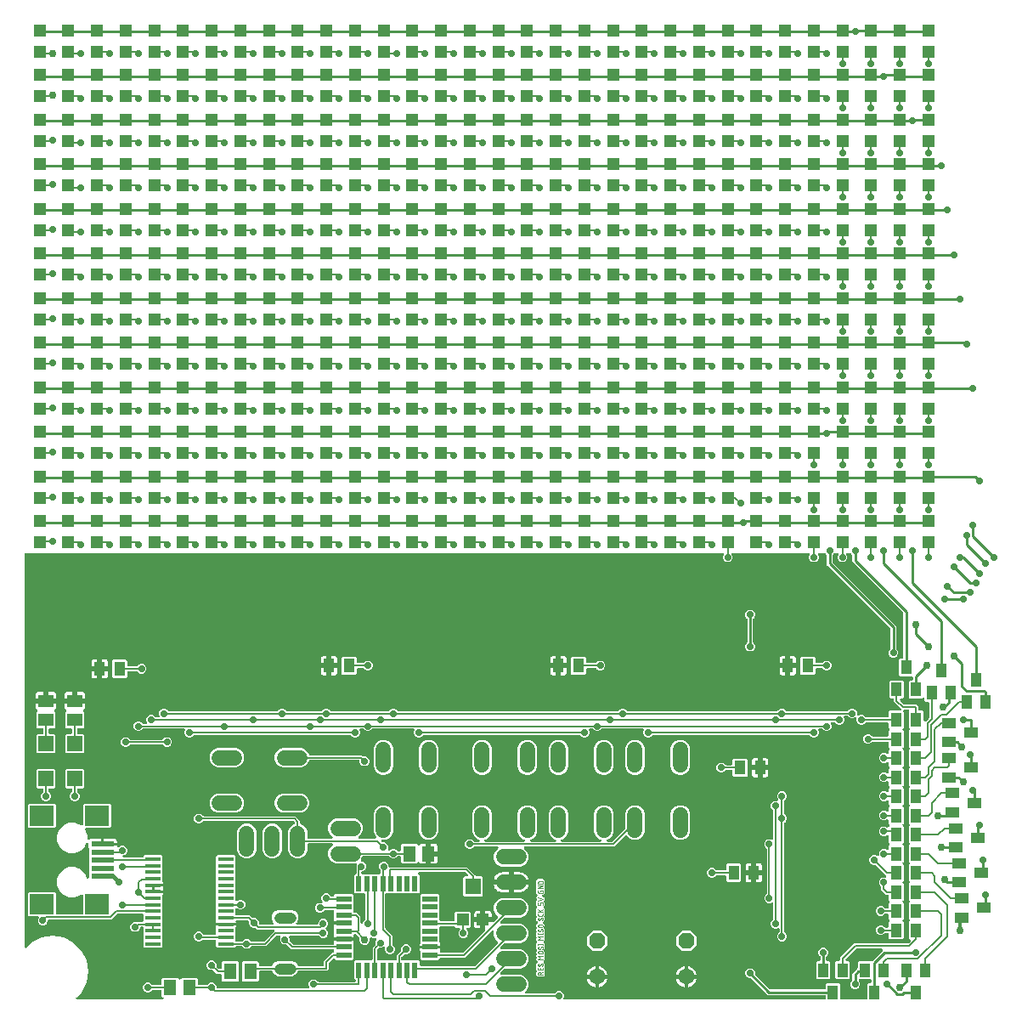
<source format=gbr>
G04 EAGLE Gerber RS-274X export*
G75*
%MOMM*%
%FSLAX34Y34*%
%LPD*%
%INTop Copper*%
%IPPOS*%
%AMOC8*
5,1,8,0,0,1.08239X$1,22.5*%
G01*
%ADD10C,0.050800*%
%ADD11R,1.500000X1.600000*%
%ADD12R,1.200000X1.200000*%
%ADD13C,1.524000*%
%ADD14R,1.100000X1.400000*%
%ADD15P,1.732040X8X112.500000*%
%ADD16C,1.600200*%
%ADD17R,1.300000X1.600000*%
%ADD18R,2.400000X2.000000*%
%ADD19R,2.308000X0.500000*%
%ADD20R,1.500000X0.400000*%
%ADD21C,1.117600*%
%ADD22R,1.000000X1.400000*%
%ADD23R,1.400000X1.000000*%
%ADD24R,1.500000X1.300000*%
%ADD25R,1.300000X1.500000*%
%ADD26R,1.500000X1.500000*%
%ADD27R,1.500000X0.550000*%
%ADD28R,0.550000X1.500000*%
%ADD29C,0.254000*%
%ADD30C,0.706400*%
%ADD31C,0.304800*%
%ADD32C,0.756400*%
%ADD33C,0.203200*%
%ADD34C,0.152400*%
%ADD35C,0.406400*%

G36*
X147863Y10178D02*
X147863Y10178D01*
X148002Y10191D01*
X148021Y10198D01*
X148041Y10201D01*
X148170Y10252D01*
X148301Y10299D01*
X148318Y10310D01*
X148337Y10318D01*
X148449Y10399D01*
X148564Y10477D01*
X148577Y10493D01*
X148594Y10504D01*
X148683Y10612D01*
X148775Y10716D01*
X148784Y10734D01*
X148797Y10749D01*
X148856Y10875D01*
X148919Y10999D01*
X148924Y11019D01*
X148932Y11037D01*
X148958Y11174D01*
X148989Y11309D01*
X148988Y11330D01*
X148992Y11349D01*
X148983Y11488D01*
X148979Y11627D01*
X148974Y11647D01*
X148972Y11667D01*
X148929Y11799D01*
X148891Y11933D01*
X148880Y11950D01*
X148874Y11969D01*
X148800Y12087D01*
X148729Y12207D01*
X148711Y12228D01*
X148704Y12238D01*
X148689Y12252D01*
X148623Y12327D01*
X147067Y13883D01*
X147067Y18415D01*
X147052Y18533D01*
X147045Y18652D01*
X147032Y18690D01*
X147027Y18731D01*
X146984Y18841D01*
X146947Y18954D01*
X146925Y18989D01*
X146910Y19026D01*
X146841Y19122D01*
X146777Y19223D01*
X146747Y19251D01*
X146724Y19284D01*
X146632Y19360D01*
X146545Y19441D01*
X146510Y19461D01*
X146479Y19486D01*
X146371Y19537D01*
X146267Y19595D01*
X146227Y19605D01*
X146191Y19622D01*
X146074Y19644D01*
X145959Y19674D01*
X145899Y19678D01*
X145879Y19682D01*
X145858Y19680D01*
X145798Y19684D01*
X138127Y19684D01*
X138029Y19672D01*
X137930Y19669D01*
X137872Y19652D01*
X137812Y19644D01*
X137719Y19608D01*
X137624Y19580D01*
X137572Y19550D01*
X137516Y19527D01*
X137436Y19469D01*
X137350Y19419D01*
X137275Y19353D01*
X137259Y19341D01*
X137251Y19331D01*
X137230Y19313D01*
X136071Y18153D01*
X134305Y17422D01*
X132395Y17422D01*
X130629Y18153D01*
X129278Y19504D01*
X128547Y21270D01*
X128547Y23180D01*
X129278Y24946D01*
X130629Y26297D01*
X132395Y27028D01*
X134305Y27028D01*
X136071Y26297D01*
X137230Y25137D01*
X137308Y25077D01*
X137380Y25009D01*
X137433Y24980D01*
X137481Y24943D01*
X137572Y24903D01*
X137658Y24855D01*
X137717Y24840D01*
X137773Y24816D01*
X137871Y24801D01*
X137966Y24776D01*
X138066Y24770D01*
X138087Y24766D01*
X138099Y24768D01*
X138127Y24766D01*
X145798Y24766D01*
X145916Y24781D01*
X146035Y24788D01*
X146073Y24801D01*
X146114Y24806D01*
X146224Y24849D01*
X146337Y24886D01*
X146372Y24908D01*
X146409Y24923D01*
X146505Y24992D01*
X146606Y25056D01*
X146634Y25086D01*
X146667Y25109D01*
X146743Y25201D01*
X146824Y25288D01*
X146844Y25323D01*
X146869Y25354D01*
X146920Y25462D01*
X146978Y25566D01*
X146988Y25606D01*
X147005Y25642D01*
X147027Y25759D01*
X147057Y25874D01*
X147061Y25934D01*
X147065Y25954D01*
X147063Y25975D01*
X147067Y26035D01*
X147067Y30567D01*
X148258Y31758D01*
X162942Y31758D01*
X164202Y30497D01*
X164297Y30424D01*
X164386Y30345D01*
X164422Y30327D01*
X164454Y30302D01*
X164563Y30255D01*
X164669Y30201D01*
X164708Y30192D01*
X164746Y30176D01*
X164863Y30157D01*
X164979Y30131D01*
X165020Y30132D01*
X165060Y30126D01*
X165178Y30137D01*
X165297Y30141D01*
X165336Y30152D01*
X165376Y30156D01*
X165489Y30196D01*
X165603Y30229D01*
X165637Y30250D01*
X165676Y30263D01*
X165774Y30330D01*
X165877Y30391D01*
X165922Y30431D01*
X165939Y30442D01*
X165952Y30457D01*
X165997Y30497D01*
X167258Y31758D01*
X181942Y31758D01*
X183133Y30567D01*
X183133Y25781D01*
X183148Y25663D01*
X183155Y25544D01*
X183168Y25506D01*
X183173Y25465D01*
X183217Y25354D01*
X183253Y25242D01*
X183275Y25207D01*
X183290Y25170D01*
X183359Y25074D01*
X183423Y24973D01*
X183453Y24945D01*
X183476Y24912D01*
X183568Y24836D01*
X183655Y24755D01*
X183690Y24735D01*
X183721Y24710D01*
X183829Y24659D01*
X183933Y24601D01*
X183973Y24591D01*
X184009Y24574D01*
X184126Y24552D01*
X184241Y24522D01*
X184301Y24518D01*
X184321Y24514D01*
X184342Y24516D01*
X184402Y24512D01*
X191819Y24512D01*
X191917Y24524D01*
X192016Y24527D01*
X192074Y24544D01*
X192134Y24552D01*
X192227Y24588D01*
X192322Y24616D01*
X192374Y24646D01*
X192430Y24669D01*
X192510Y24727D01*
X192596Y24777D01*
X192671Y24843D01*
X192687Y24855D01*
X192695Y24865D01*
X192716Y24883D01*
X194129Y26297D01*
X195895Y27028D01*
X197805Y27028D01*
X199571Y26297D01*
X200922Y24946D01*
X201653Y23180D01*
X201653Y22606D01*
X201668Y22488D01*
X201675Y22369D01*
X201688Y22331D01*
X201693Y22290D01*
X201736Y22180D01*
X201773Y22067D01*
X201795Y22032D01*
X201810Y21995D01*
X201879Y21899D01*
X201943Y21798D01*
X201973Y21770D01*
X201996Y21737D01*
X202088Y21661D01*
X202175Y21580D01*
X202210Y21560D01*
X202241Y21535D01*
X202349Y21484D01*
X202453Y21426D01*
X202493Y21416D01*
X202529Y21399D01*
X202646Y21377D01*
X202761Y21347D01*
X202821Y21343D01*
X202841Y21339D01*
X202862Y21341D01*
X202922Y21337D01*
X293035Y21337D01*
X293084Y21343D01*
X293134Y21341D01*
X293241Y21363D01*
X293351Y21377D01*
X293397Y21395D01*
X293445Y21405D01*
X293544Y21453D01*
X293646Y21494D01*
X293686Y21523D01*
X293731Y21545D01*
X293815Y21616D01*
X293904Y21680D01*
X293935Y21719D01*
X293973Y21751D01*
X294036Y21841D01*
X294106Y21925D01*
X294128Y21970D01*
X294156Y22011D01*
X294195Y22114D01*
X294242Y22213D01*
X294251Y22262D01*
X294269Y22308D01*
X294281Y22418D01*
X294302Y22525D01*
X294299Y22575D01*
X294304Y22624D01*
X294289Y22733D01*
X294282Y22843D01*
X294267Y22890D01*
X294260Y22939D01*
X294208Y23092D01*
X293647Y24445D01*
X293647Y26355D01*
X294378Y28121D01*
X295729Y29472D01*
X297495Y30203D01*
X299405Y30203D01*
X301171Y29472D01*
X302584Y28058D01*
X302662Y27998D01*
X302734Y27930D01*
X302787Y27901D01*
X302835Y27864D01*
X302926Y27824D01*
X303012Y27776D01*
X303071Y27761D01*
X303127Y27737D01*
X303225Y27722D01*
X303320Y27697D01*
X303420Y27691D01*
X303441Y27687D01*
X303453Y27689D01*
X303481Y27687D01*
X339149Y27687D01*
X339287Y27704D01*
X339426Y27717D01*
X339445Y27724D01*
X339465Y27727D01*
X339594Y27778D01*
X339725Y27825D01*
X339742Y27836D01*
X339761Y27844D01*
X339873Y27925D01*
X339988Y28003D01*
X340001Y28019D01*
X340018Y28030D01*
X340107Y28138D01*
X340199Y28242D01*
X340208Y28260D01*
X340221Y28275D01*
X340280Y28401D01*
X340343Y28525D01*
X340348Y28545D01*
X340356Y28563D01*
X340382Y28700D01*
X340413Y28835D01*
X340412Y28856D01*
X340416Y28875D01*
X340407Y29014D01*
X340403Y29153D01*
X340398Y29173D01*
X340396Y29193D01*
X340353Y29325D01*
X340315Y29459D01*
X340304Y29476D01*
X340298Y29495D01*
X340224Y29613D01*
X340153Y29733D01*
X340135Y29754D01*
X340128Y29764D01*
X340113Y29778D01*
X340047Y29853D01*
X338692Y31208D01*
X338692Y47892D01*
X339883Y49083D01*
X355919Y49083D01*
X356037Y49098D01*
X356156Y49105D01*
X356194Y49118D01*
X356235Y49123D01*
X356345Y49166D01*
X356458Y49203D01*
X356493Y49225D01*
X356530Y49240D01*
X356626Y49309D01*
X356727Y49373D01*
X356755Y49403D01*
X356788Y49426D01*
X356864Y49518D01*
X356945Y49605D01*
X356965Y49640D01*
X356990Y49671D01*
X357041Y49779D01*
X357099Y49883D01*
X357109Y49923D01*
X357126Y49959D01*
X357148Y50076D01*
X357178Y50191D01*
X357182Y50251D01*
X357186Y50271D01*
X357184Y50292D01*
X357188Y50352D01*
X357188Y61972D01*
X359951Y64734D01*
X360011Y64813D01*
X360079Y64885D01*
X360108Y64938D01*
X360145Y64986D01*
X360185Y65077D01*
X360233Y65163D01*
X360248Y65222D01*
X360272Y65278D01*
X360287Y65376D01*
X360312Y65471D01*
X360318Y65571D01*
X360322Y65592D01*
X360320Y65604D01*
X360322Y65632D01*
X360322Y67630D01*
X361121Y69559D01*
X361155Y69614D01*
X361180Y69698D01*
X361216Y69779D01*
X361227Y69850D01*
X361248Y69918D01*
X361252Y70006D01*
X361265Y70094D01*
X361259Y70165D01*
X361262Y70236D01*
X361244Y70322D01*
X361236Y70410D01*
X361211Y70477D01*
X361197Y70547D01*
X361158Y70626D01*
X361128Y70709D01*
X361088Y70768D01*
X361056Y70832D01*
X360999Y70900D01*
X360949Y70973D01*
X360896Y71020D01*
X360849Y71074D01*
X360777Y71125D01*
X360711Y71183D01*
X360647Y71215D01*
X360589Y71256D01*
X360506Y71288D01*
X360428Y71328D01*
X360358Y71343D01*
X360291Y71368D01*
X360203Y71378D01*
X360117Y71397D01*
X360046Y71395D01*
X359975Y71403D01*
X359936Y71397D01*
X357820Y71397D01*
X356058Y72127D01*
X356010Y72140D01*
X355965Y72161D01*
X355857Y72182D01*
X355751Y72211D01*
X355701Y72212D01*
X355652Y72221D01*
X355543Y72214D01*
X355433Y72216D01*
X355385Y72205D01*
X355335Y72201D01*
X355231Y72168D01*
X355124Y72142D01*
X355080Y72119D01*
X355033Y72103D01*
X354940Y72045D01*
X354843Y71993D01*
X354806Y71960D01*
X354764Y71933D01*
X354689Y71853D01*
X354607Y71779D01*
X354580Y71738D01*
X354546Y71702D01*
X354493Y71605D01*
X354433Y71514D01*
X354416Y71467D01*
X354392Y71423D01*
X354365Y71317D01*
X354329Y71213D01*
X354325Y71163D01*
X354313Y71115D01*
X354303Y70954D01*
X354303Y68845D01*
X353534Y66988D01*
X352112Y65566D01*
X350255Y64797D01*
X348245Y64797D01*
X346388Y65566D01*
X344966Y66988D01*
X344197Y68845D01*
X344197Y70991D01*
X344202Y71012D01*
X344198Y71141D01*
X344200Y71271D01*
X344193Y71300D01*
X344192Y71330D01*
X344156Y71455D01*
X344126Y71580D01*
X344112Y71607D01*
X344104Y71635D01*
X344038Y71747D01*
X343977Y71862D01*
X343957Y71884D01*
X343942Y71909D01*
X343836Y72030D01*
X340737Y75129D01*
X340505Y75361D01*
X340391Y75450D01*
X340277Y75542D01*
X340264Y75548D01*
X340254Y75556D01*
X340121Y75613D01*
X339988Y75675D01*
X339974Y75677D01*
X339962Y75682D01*
X339819Y75705D01*
X339675Y75731D01*
X339661Y75730D01*
X339648Y75732D01*
X339503Y75718D01*
X339357Y75708D01*
X339345Y75704D01*
X339331Y75702D01*
X339194Y75653D01*
X339056Y75607D01*
X339045Y75599D01*
X339032Y75595D01*
X338912Y75513D01*
X338789Y75434D01*
X338780Y75424D01*
X338769Y75416D01*
X338673Y75307D01*
X338574Y75200D01*
X338567Y75188D01*
X338558Y75178D01*
X338492Y75048D01*
X338423Y74920D01*
X338420Y74907D01*
X338414Y74895D01*
X338382Y74752D01*
X338347Y74611D01*
X338347Y74597D01*
X338344Y74584D01*
X338349Y74439D01*
X338350Y74293D01*
X338354Y74275D01*
X338354Y74266D01*
X338358Y74250D01*
X338382Y74135D01*
X338516Y73634D01*
X338516Y71924D01*
X328580Y71924D01*
X328510Y71915D01*
X328470Y71918D01*
X328450Y71922D01*
X328430Y71920D01*
X328370Y71924D01*
X318434Y71924D01*
X318434Y73634D01*
X318607Y74281D01*
X318772Y74566D01*
X318808Y74651D01*
X318853Y74732D01*
X318869Y74797D01*
X318895Y74859D01*
X318909Y74951D01*
X318932Y75040D01*
X318939Y75157D01*
X318942Y75174D01*
X318941Y75182D01*
X318942Y75201D01*
X318942Y81899D01*
X318931Y81991D01*
X318929Y82083D01*
X318911Y82148D01*
X318902Y82215D01*
X318868Y82301D01*
X318844Y82390D01*
X318792Y82495D01*
X318785Y82510D01*
X318780Y82517D01*
X318772Y82534D01*
X318607Y82819D01*
X318434Y83466D01*
X318434Y85176D01*
X328370Y85176D01*
X328488Y85191D01*
X328607Y85198D01*
X328645Y85210D01*
X328685Y85216D01*
X328796Y85259D01*
X328909Y85296D01*
X328943Y85318D01*
X328981Y85333D01*
X329077Y85402D01*
X329178Y85466D01*
X329206Y85496D01*
X329238Y85519D01*
X329314Y85611D01*
X329396Y85698D01*
X329415Y85733D01*
X329441Y85764D01*
X329492Y85872D01*
X329549Y85976D01*
X329559Y86016D01*
X329577Y86052D01*
X329599Y86169D01*
X329629Y86284D01*
X329633Y86344D01*
X329636Y86364D01*
X329635Y86385D01*
X329639Y86445D01*
X329639Y86655D01*
X329624Y86773D01*
X329617Y86892D01*
X329604Y86930D01*
X329599Y86971D01*
X329555Y87081D01*
X329519Y87194D01*
X329497Y87229D01*
X329482Y87266D01*
X329412Y87362D01*
X329349Y87463D01*
X329319Y87491D01*
X329295Y87524D01*
X329204Y87600D01*
X329117Y87681D01*
X329082Y87701D01*
X329050Y87726D01*
X328943Y87777D01*
X328838Y87835D01*
X328799Y87845D01*
X328763Y87862D01*
X328646Y87884D01*
X328530Y87914D01*
X328470Y87918D01*
X328450Y87922D01*
X328430Y87920D01*
X328370Y87924D01*
X318434Y87924D01*
X318434Y89634D01*
X318607Y90281D01*
X318772Y90566D01*
X318808Y90651D01*
X318853Y90732D01*
X318869Y90797D01*
X318895Y90859D01*
X318909Y90951D01*
X318932Y91040D01*
X318939Y91157D01*
X318942Y91174D01*
X318941Y91182D01*
X318942Y91201D01*
X318942Y98044D01*
X318927Y98162D01*
X318920Y98281D01*
X318907Y98319D01*
X318902Y98360D01*
X318859Y98470D01*
X318822Y98583D01*
X318800Y98618D01*
X318785Y98655D01*
X318716Y98751D01*
X318652Y98852D01*
X318622Y98880D01*
X318599Y98913D01*
X318507Y98989D01*
X318420Y99070D01*
X318385Y99090D01*
X318354Y99115D01*
X318246Y99166D01*
X318142Y99224D01*
X318102Y99234D01*
X318066Y99251D01*
X317949Y99273D01*
X317834Y99303D01*
X317774Y99307D01*
X317754Y99311D01*
X317733Y99309D01*
X317673Y99313D01*
X309831Y99313D01*
X309733Y99301D01*
X309634Y99298D01*
X309576Y99281D01*
X309516Y99273D01*
X309423Y99237D01*
X309328Y99209D01*
X309276Y99179D01*
X309220Y99156D01*
X309140Y99098D01*
X309054Y99048D01*
X308979Y98982D01*
X308963Y98970D01*
X308955Y98960D01*
X308934Y98942D01*
X307521Y97528D01*
X305755Y96797D01*
X303845Y96797D01*
X302079Y97528D01*
X300728Y98879D01*
X299997Y100645D01*
X299997Y102555D01*
X300728Y104321D01*
X302079Y105672D01*
X303845Y106403D01*
X305950Y106403D01*
X305982Y106398D01*
X306071Y106406D01*
X306160Y106405D01*
X306229Y106421D01*
X306299Y106428D01*
X306383Y106458D01*
X306469Y106479D01*
X306532Y106512D01*
X306598Y106535D01*
X306672Y106586D01*
X306751Y106627D01*
X306803Y106675D01*
X306861Y106714D01*
X306920Y106781D01*
X306986Y106841D01*
X307025Y106900D01*
X307072Y106953D01*
X307112Y107032D01*
X307161Y107107D01*
X307184Y107173D01*
X307216Y107236D01*
X307235Y107323D01*
X307264Y107407D01*
X307270Y107478D01*
X307285Y107547D01*
X307283Y107636D01*
X307290Y107724D01*
X307278Y107794D01*
X307275Y107864D01*
X307251Y107950D01*
X307235Y108038D01*
X307206Y108102D01*
X307187Y108170D01*
X307149Y108233D01*
X306347Y110170D01*
X306347Y112080D01*
X307078Y113846D01*
X308429Y115197D01*
X310195Y115928D01*
X312105Y115928D01*
X313871Y115197D01*
X315222Y113846D01*
X315315Y113620D01*
X315329Y113595D01*
X315339Y113567D01*
X315408Y113457D01*
X315472Y113344D01*
X315493Y113323D01*
X315509Y113298D01*
X315603Y113209D01*
X315694Y113116D01*
X315719Y113100D01*
X315740Y113080D01*
X315854Y113017D01*
X315965Y112949D01*
X315993Y112941D01*
X316019Y112926D01*
X316144Y112894D01*
X316269Y112856D01*
X316298Y112854D01*
X316327Y112847D01*
X316487Y112837D01*
X317673Y112837D01*
X317791Y112852D01*
X317910Y112859D01*
X317948Y112872D01*
X317989Y112877D01*
X318099Y112920D01*
X318212Y112957D01*
X318247Y112979D01*
X318284Y112994D01*
X318380Y113063D01*
X318481Y113127D01*
X318509Y113157D01*
X318542Y113180D01*
X318618Y113272D01*
X318699Y113359D01*
X318719Y113394D01*
X318744Y113425D01*
X318795Y113533D01*
X318853Y113637D01*
X318863Y113677D01*
X318880Y113713D01*
X318902Y113830D01*
X318932Y113945D01*
X318936Y114005D01*
X318940Y114025D01*
X318938Y114046D01*
X318942Y114106D01*
X318942Y114142D01*
X320133Y115333D01*
X336817Y115333D01*
X338008Y114142D01*
X338008Y98106D01*
X338023Y97988D01*
X338030Y97869D01*
X338043Y97831D01*
X338048Y97790D01*
X338091Y97680D01*
X338128Y97567D01*
X338150Y97532D01*
X338165Y97495D01*
X338234Y97399D01*
X338298Y97298D01*
X338328Y97270D01*
X338351Y97237D01*
X338443Y97161D01*
X338530Y97080D01*
X338565Y97060D01*
X338596Y97035D01*
X338704Y96984D01*
X338808Y96926D01*
X338848Y96916D01*
X338884Y96899D01*
X339001Y96877D01*
X339116Y96847D01*
X339176Y96843D01*
X339196Y96839D01*
X339217Y96841D01*
X339277Y96837D01*
X341372Y96837D01*
X345187Y93022D01*
X345187Y87181D01*
X345195Y87112D01*
X345194Y87042D01*
X345215Y86955D01*
X345227Y86866D01*
X345252Y86801D01*
X345269Y86733D01*
X345311Y86654D01*
X345344Y86570D01*
X345385Y86514D01*
X345417Y86452D01*
X345478Y86385D01*
X345530Y86313D01*
X345584Y86268D01*
X345631Y86217D01*
X345706Y86167D01*
X345775Y86110D01*
X345839Y86080D01*
X345897Y86042D01*
X345982Y86013D01*
X346063Y85974D01*
X346132Y85961D01*
X346198Y85939D01*
X346287Y85932D01*
X346375Y85915D01*
X346445Y85919D01*
X346515Y85913D01*
X346603Y85929D01*
X346693Y85934D01*
X346759Y85956D01*
X346828Y85968D01*
X346910Y86005D01*
X346995Y86032D01*
X347054Y86070D01*
X347118Y86098D01*
X347188Y86155D01*
X347264Y86203D01*
X347312Y86253D01*
X347366Y86297D01*
X347421Y86369D01*
X347482Y86434D01*
X347516Y86495D01*
X347558Y86551D01*
X347629Y86696D01*
X348353Y88446D01*
X349767Y89859D01*
X349827Y89937D01*
X349895Y90009D01*
X349924Y90062D01*
X349961Y90110D01*
X350001Y90201D01*
X350049Y90287D01*
X350064Y90346D01*
X350088Y90402D01*
X350103Y90500D01*
X350128Y90595D01*
X350134Y90695D01*
X350138Y90716D01*
X350136Y90728D01*
X350138Y90756D01*
X350138Y114748D01*
X350123Y114866D01*
X350116Y114985D01*
X350103Y115023D01*
X350098Y115064D01*
X350055Y115174D01*
X350018Y115287D01*
X349996Y115322D01*
X349981Y115359D01*
X349912Y115455D01*
X349848Y115556D01*
X349818Y115584D01*
X349795Y115617D01*
X349703Y115693D01*
X349616Y115774D01*
X349581Y115794D01*
X349550Y115819D01*
X349442Y115870D01*
X349338Y115928D01*
X349298Y115938D01*
X349262Y115955D01*
X349145Y115977D01*
X349030Y116007D01*
X348970Y116011D01*
X348950Y116015D01*
X348929Y116013D01*
X348869Y116017D01*
X339883Y116017D01*
X338692Y117208D01*
X338692Y133892D01*
X339883Y135083D01*
X339919Y135083D01*
X340037Y135098D01*
X340156Y135105D01*
X340194Y135118D01*
X340235Y135123D01*
X340345Y135166D01*
X340458Y135203D01*
X340493Y135225D01*
X340530Y135240D01*
X340626Y135309D01*
X340727Y135373D01*
X340755Y135403D01*
X340788Y135426D01*
X340864Y135518D01*
X340945Y135605D01*
X340965Y135640D01*
X340990Y135671D01*
X341041Y135779D01*
X341099Y135883D01*
X341109Y135923D01*
X341126Y135959D01*
X341148Y136076D01*
X341178Y136191D01*
X341182Y136251D01*
X341186Y136271D01*
X341184Y136292D01*
X341188Y136352D01*
X341188Y141385D01*
X341198Y141422D01*
X341222Y141478D01*
X341237Y141576D01*
X341262Y141671D01*
X341268Y141771D01*
X341272Y141792D01*
X341270Y141804D01*
X341272Y141832D01*
X341272Y143830D01*
X341463Y144291D01*
X341500Y144425D01*
X341541Y144558D01*
X341542Y144578D01*
X341547Y144597D01*
X341549Y144737D01*
X341556Y144875D01*
X341552Y144895D01*
X341552Y144915D01*
X341519Y145051D01*
X341491Y145187D01*
X341483Y145205D01*
X341478Y145225D01*
X341413Y145347D01*
X341352Y145473D01*
X341339Y145488D01*
X341329Y145506D01*
X341236Y145608D01*
X341145Y145714D01*
X341129Y145726D01*
X341115Y145741D01*
X340999Y145817D01*
X340885Y145898D01*
X340866Y145905D01*
X340849Y145916D01*
X340718Y145961D01*
X340588Y146010D01*
X340568Y146012D01*
X340549Y146019D01*
X340410Y146030D01*
X340272Y146046D01*
X340252Y146043D01*
X340232Y146044D01*
X340095Y146021D01*
X339957Y146001D01*
X339930Y145992D01*
X339918Y145990D01*
X339900Y145982D01*
X339805Y145949D01*
X339740Y145922D01*
X320660Y145922D01*
X317112Y147392D01*
X314397Y150107D01*
X312927Y153655D01*
X312927Y157495D01*
X314397Y161043D01*
X317176Y163822D01*
X317261Y163931D01*
X317349Y164038D01*
X317358Y164057D01*
X317370Y164073D01*
X317426Y164201D01*
X317485Y164326D01*
X317489Y164346D01*
X317497Y164365D01*
X317519Y164503D01*
X317545Y164639D01*
X317543Y164659D01*
X317547Y164679D01*
X317534Y164818D01*
X317525Y164956D01*
X317519Y164975D01*
X317517Y164995D01*
X317470Y165127D01*
X317427Y165258D01*
X317416Y165276D01*
X317409Y165295D01*
X317331Y165410D01*
X317257Y165527D01*
X317242Y165541D01*
X317231Y165558D01*
X317127Y165650D01*
X317025Y165745D01*
X317007Y165755D01*
X316992Y165768D01*
X316868Y165832D01*
X316747Y165899D01*
X316727Y165904D01*
X316709Y165913D01*
X316573Y165943D01*
X316439Y165978D01*
X316411Y165980D01*
X316399Y165983D01*
X316378Y165982D01*
X316278Y165988D01*
X293497Y165988D01*
X293379Y165973D01*
X293260Y165966D01*
X293222Y165953D01*
X293181Y165948D01*
X293071Y165905D01*
X292958Y165868D01*
X292923Y165846D01*
X292886Y165831D01*
X292790Y165762D01*
X292689Y165698D01*
X292661Y165668D01*
X292628Y165645D01*
X292552Y165553D01*
X292471Y165466D01*
X292451Y165431D01*
X292426Y165400D01*
X292375Y165292D01*
X292317Y165188D01*
X292307Y165148D01*
X292290Y165112D01*
X292268Y164995D01*
X292238Y164880D01*
X292234Y164820D01*
X292230Y164800D01*
X292232Y164779D01*
X292228Y164719D01*
X292228Y158735D01*
X290758Y155187D01*
X288043Y152472D01*
X284495Y151002D01*
X280655Y151002D01*
X277107Y152472D01*
X274392Y155187D01*
X272922Y158735D01*
X272922Y177815D01*
X274392Y181363D01*
X277107Y184078D01*
X279228Y184957D01*
X279271Y184981D01*
X279318Y184998D01*
X279408Y185060D01*
X279504Y185114D01*
X279540Y185149D01*
X279581Y185177D01*
X279653Y185259D01*
X279732Y185335D01*
X279758Y185378D01*
X279791Y185415D01*
X279841Y185513D01*
X279899Y185606D01*
X279913Y185654D01*
X279936Y185698D01*
X279960Y185805D01*
X279992Y185910D01*
X279995Y185960D01*
X280005Y186008D01*
X280002Y186118D01*
X280007Y186228D01*
X279997Y186277D01*
X279996Y186326D01*
X279965Y186432D01*
X279943Y186540D01*
X279921Y186584D01*
X279907Y186632D01*
X279852Y186726D01*
X279803Y186825D01*
X279771Y186863D01*
X279746Y186906D01*
X279639Y187027D01*
X278825Y187842D01*
X278746Y187902D01*
X278674Y187970D01*
X278621Y187999D01*
X278573Y188036D01*
X278482Y188076D01*
X278396Y188124D01*
X278337Y188139D01*
X278281Y188163D01*
X278183Y188178D01*
X278088Y188203D01*
X277988Y188209D01*
X277967Y188213D01*
X277955Y188211D01*
X277927Y188213D01*
X189181Y188213D01*
X189083Y188201D01*
X188984Y188198D01*
X188926Y188181D01*
X188866Y188173D01*
X188773Y188137D01*
X188678Y188109D01*
X188626Y188079D01*
X188570Y188056D01*
X188490Y187998D01*
X188404Y187948D01*
X188329Y187882D01*
X188313Y187870D01*
X188305Y187860D01*
X188284Y187842D01*
X186871Y186428D01*
X185105Y185697D01*
X183195Y185697D01*
X181429Y186428D01*
X180078Y187779D01*
X179347Y189545D01*
X179347Y191455D01*
X180078Y193221D01*
X181429Y194572D01*
X183195Y195303D01*
X185105Y195303D01*
X186871Y194572D01*
X188284Y193158D01*
X188362Y193098D01*
X188434Y193030D01*
X188487Y193001D01*
X188535Y192964D01*
X188626Y192924D01*
X188712Y192876D01*
X188771Y192861D01*
X188827Y192837D01*
X188925Y192822D01*
X189020Y192797D01*
X189120Y192791D01*
X189141Y192787D01*
X189153Y192789D01*
X189181Y192787D01*
X280347Y192787D01*
X284862Y188272D01*
X284862Y186244D01*
X284865Y186215D01*
X284863Y186185D01*
X284885Y186057D01*
X284902Y185928D01*
X284912Y185901D01*
X284917Y185872D01*
X284971Y185753D01*
X285019Y185633D01*
X285036Y185609D01*
X285048Y185582D01*
X285129Y185480D01*
X285205Y185375D01*
X285228Y185357D01*
X285247Y185333D01*
X285350Y185255D01*
X285450Y185173D01*
X285477Y185160D01*
X285501Y185142D01*
X285645Y185071D01*
X288043Y184078D01*
X290758Y181363D01*
X292228Y177815D01*
X292228Y171831D01*
X292243Y171713D01*
X292250Y171594D01*
X292263Y171556D01*
X292268Y171515D01*
X292311Y171405D01*
X292348Y171292D01*
X292370Y171257D01*
X292385Y171220D01*
X292454Y171124D01*
X292518Y171023D01*
X292548Y170995D01*
X292571Y170962D01*
X292663Y170886D01*
X292750Y170805D01*
X292785Y170785D01*
X292816Y170760D01*
X292924Y170709D01*
X293028Y170651D01*
X293068Y170641D01*
X293104Y170624D01*
X293221Y170602D01*
X293336Y170572D01*
X293396Y170568D01*
X293416Y170564D01*
X293437Y170566D01*
X293497Y170562D01*
X316278Y170562D01*
X316415Y170579D01*
X316554Y170592D01*
X316574Y170599D01*
X316594Y170602D01*
X316722Y170653D01*
X316854Y170700D01*
X316870Y170711D01*
X316889Y170719D01*
X317002Y170800D01*
X317117Y170878D01*
X317130Y170894D01*
X317147Y170905D01*
X317235Y171013D01*
X317327Y171117D01*
X317336Y171135D01*
X317349Y171150D01*
X317409Y171276D01*
X317472Y171400D01*
X317476Y171420D01*
X317485Y171438D01*
X317511Y171574D01*
X317542Y171710D01*
X317541Y171731D01*
X317545Y171750D01*
X317536Y171889D01*
X317532Y172028D01*
X317526Y172048D01*
X317525Y172068D01*
X317482Y172200D01*
X317443Y172334D01*
X317433Y172351D01*
X317427Y172370D01*
X317352Y172488D01*
X317282Y172608D01*
X317263Y172629D01*
X317257Y172639D01*
X317242Y172653D01*
X317176Y172728D01*
X314397Y175507D01*
X312927Y179055D01*
X312927Y182895D01*
X314397Y186443D01*
X317112Y189158D01*
X320660Y190628D01*
X339740Y190628D01*
X343288Y189158D01*
X346003Y186443D01*
X347473Y182895D01*
X347473Y179055D01*
X346003Y175507D01*
X343224Y172728D01*
X343139Y172619D01*
X343051Y172512D01*
X343042Y172493D01*
X343030Y172477D01*
X342974Y172349D01*
X342915Y172224D01*
X342911Y172204D01*
X342903Y172185D01*
X342881Y172047D01*
X342855Y171911D01*
X342857Y171891D01*
X342853Y171871D01*
X342866Y171732D01*
X342875Y171594D01*
X342881Y171575D01*
X342883Y171555D01*
X342930Y171423D01*
X342973Y171292D01*
X342984Y171274D01*
X342991Y171255D01*
X343069Y171140D01*
X343143Y171023D01*
X343158Y171009D01*
X343169Y170992D01*
X343274Y170900D01*
X343375Y170805D01*
X343393Y170795D01*
X343408Y170782D01*
X343532Y170718D01*
X343653Y170651D01*
X343673Y170646D01*
X343691Y170637D01*
X343827Y170607D01*
X343961Y170572D01*
X343989Y170570D01*
X344001Y170567D01*
X344022Y170568D01*
X344122Y170562D01*
X359585Y170562D01*
X359723Y170579D01*
X359861Y170592D01*
X359880Y170599D01*
X359901Y170602D01*
X360030Y170653D01*
X360161Y170700D01*
X360178Y170711D01*
X360196Y170719D01*
X360308Y170800D01*
X360424Y170878D01*
X360437Y170894D01*
X360454Y170905D01*
X360542Y171013D01*
X360634Y171117D01*
X360643Y171135D01*
X360656Y171150D01*
X360716Y171276D01*
X360779Y171400D01*
X360783Y171420D01*
X360792Y171438D01*
X360818Y171575D01*
X360849Y171710D01*
X360848Y171731D01*
X360852Y171750D01*
X360843Y171889D01*
X360839Y172028D01*
X360833Y172048D01*
X360832Y172068D01*
X360789Y172200D01*
X360750Y172334D01*
X360740Y172351D01*
X360734Y172370D01*
X360660Y172488D01*
X360589Y172608D01*
X360570Y172629D01*
X360564Y172639D01*
X360549Y172653D01*
X360482Y172728D01*
X359736Y173475D01*
X358266Y177023D01*
X358266Y196103D01*
X359736Y199651D01*
X362451Y202366D01*
X365999Y203836D01*
X369839Y203836D01*
X373387Y202366D01*
X376102Y199651D01*
X377572Y196103D01*
X377572Y177023D01*
X376102Y173475D01*
X373387Y170760D01*
X369839Y169290D01*
X366852Y169290D01*
X366713Y169273D01*
X366575Y169260D01*
X366556Y169253D01*
X366536Y169250D01*
X366407Y169199D01*
X366276Y169152D01*
X366259Y169141D01*
X366241Y169133D01*
X366128Y169052D01*
X366013Y168973D01*
X365999Y168958D01*
X365983Y168947D01*
X365894Y168839D01*
X365802Y168735D01*
X365793Y168717D01*
X365781Y168702D01*
X365721Y168575D01*
X365658Y168451D01*
X365653Y168432D01*
X365645Y168414D01*
X365619Y168278D01*
X365588Y168141D01*
X365589Y168121D01*
X365585Y168102D01*
X365594Y167963D01*
X365598Y167823D01*
X365604Y167804D01*
X365605Y167784D01*
X365648Y167652D01*
X365687Y167518D01*
X365697Y167500D01*
X365703Y167482D01*
X365778Y167364D01*
X365849Y167244D01*
X365867Y167223D01*
X365873Y167213D01*
X365888Y167199D01*
X365955Y167123D01*
X365979Y167099D01*
X366057Y167039D01*
X366129Y166971D01*
X366182Y166941D01*
X366230Y166904D01*
X366321Y166865D01*
X366407Y166817D01*
X366466Y166802D01*
X366522Y166778D01*
X366620Y166763D01*
X366715Y166738D01*
X366817Y166732D01*
X366837Y166728D01*
X366848Y166729D01*
X366876Y166728D01*
X368874Y166728D01*
X370640Y165997D01*
X371991Y164646D01*
X372722Y162880D01*
X372722Y160970D01*
X372543Y160539D01*
X372525Y160471D01*
X372497Y160407D01*
X372483Y160318D01*
X372459Y160232D01*
X372458Y160162D01*
X372447Y160093D01*
X372456Y160004D01*
X372454Y159914D01*
X372470Y159846D01*
X372477Y159776D01*
X372507Y159692D01*
X372528Y159605D01*
X372561Y159543D01*
X372585Y159477D01*
X372635Y159403D01*
X372677Y159323D01*
X372724Y159272D01*
X372763Y159214D01*
X372831Y159155D01*
X372891Y159088D01*
X372949Y159050D01*
X373002Y159004D01*
X373082Y158963D01*
X373157Y158913D01*
X373223Y158891D01*
X373285Y158859D01*
X373372Y158839D01*
X373457Y158810D01*
X373527Y158805D01*
X373595Y158789D01*
X373685Y158792D01*
X373775Y158785D01*
X373843Y158797D01*
X373913Y158799D01*
X373999Y158824D01*
X374088Y158839D01*
X374151Y158868D01*
X374219Y158887D01*
X374296Y158933D01*
X374378Y158970D01*
X374432Y159013D01*
X374492Y159049D01*
X374613Y159155D01*
X375105Y159647D01*
X376870Y160378D01*
X378780Y160378D01*
X380546Y159647D01*
X381959Y158233D01*
X382037Y158173D01*
X382109Y158105D01*
X382162Y158076D01*
X382210Y158039D01*
X382301Y157999D01*
X382387Y157951D01*
X382446Y157936D01*
X382502Y157912D01*
X382600Y157897D01*
X382695Y157872D01*
X382795Y157866D01*
X382816Y157862D01*
X382828Y157864D01*
X382856Y157862D01*
X383923Y157862D01*
X384041Y157877D01*
X384160Y157884D01*
X384198Y157897D01*
X384239Y157902D01*
X384349Y157945D01*
X384462Y157982D01*
X384497Y158004D01*
X384534Y158019D01*
X384630Y158088D01*
X384731Y158152D01*
X384759Y158182D01*
X384792Y158205D01*
X384868Y158297D01*
X384949Y158384D01*
X384969Y158419D01*
X384994Y158450D01*
X385045Y158558D01*
X385103Y158662D01*
X385113Y158702D01*
X385130Y158738D01*
X385152Y158855D01*
X385182Y158970D01*
X385186Y159030D01*
X385190Y159050D01*
X385188Y159071D01*
X385192Y159131D01*
X385192Y163917D01*
X386383Y165108D01*
X401067Y165108D01*
X402051Y164123D01*
X402151Y164046D01*
X402246Y163964D01*
X402276Y163949D01*
X402303Y163928D01*
X402418Y163878D01*
X402531Y163822D01*
X402564Y163815D01*
X402595Y163802D01*
X402719Y163782D01*
X402842Y163756D01*
X402875Y163757D01*
X402909Y163752D01*
X403034Y163764D01*
X403159Y163769D01*
X403192Y163779D01*
X403225Y163782D01*
X403344Y163824D01*
X403464Y163861D01*
X403493Y163878D01*
X403525Y163889D01*
X403629Y163960D01*
X403736Y164025D01*
X403760Y164049D01*
X403788Y164068D01*
X403871Y164162D01*
X403959Y164252D01*
X403986Y164293D01*
X403998Y164306D01*
X404008Y164326D01*
X404048Y164386D01*
X404192Y164635D01*
X404665Y165108D01*
X405244Y165443D01*
X405891Y165616D01*
X410186Y165616D01*
X410186Y156845D01*
X410201Y156727D01*
X410208Y156608D01*
X410221Y156570D01*
X410226Y156530D01*
X410269Y156419D01*
X410306Y156306D01*
X410328Y156271D01*
X410343Y156234D01*
X410413Y156138D01*
X410476Y156037D01*
X410506Y156009D01*
X410530Y155977D01*
X410621Y155901D01*
X410708Y155819D01*
X410743Y155800D01*
X410774Y155774D01*
X410882Y155723D01*
X410986Y155666D01*
X411026Y155655D01*
X411062Y155638D01*
X411179Y155616D01*
X411294Y155586D01*
X411355Y155582D01*
X411375Y155578D01*
X411395Y155580D01*
X411455Y155576D01*
X412726Y155576D01*
X412726Y155574D01*
X411455Y155574D01*
X411337Y155559D01*
X411218Y155552D01*
X411180Y155539D01*
X411140Y155534D01*
X411029Y155490D01*
X410916Y155454D01*
X410881Y155432D01*
X410844Y155417D01*
X410748Y155347D01*
X410647Y155284D01*
X410619Y155254D01*
X410586Y155230D01*
X410511Y155139D01*
X410429Y155052D01*
X410409Y155017D01*
X410384Y154985D01*
X410333Y154878D01*
X410275Y154774D01*
X410265Y154734D01*
X410248Y154698D01*
X410226Y154581D01*
X410196Y154466D01*
X410192Y154405D01*
X410188Y154385D01*
X410190Y154365D01*
X410186Y154305D01*
X410186Y145534D01*
X405891Y145534D01*
X405244Y145707D01*
X404665Y146042D01*
X404192Y146515D01*
X404048Y146764D01*
X403972Y146864D01*
X403902Y146968D01*
X403876Y146990D01*
X403856Y147017D01*
X403757Y147095D01*
X403663Y147179D01*
X403633Y147194D01*
X403607Y147215D01*
X403492Y147266D01*
X403380Y147323D01*
X403347Y147331D01*
X403316Y147344D01*
X403192Y147365D01*
X403070Y147393D01*
X403036Y147392D01*
X403003Y147397D01*
X402877Y147387D01*
X402752Y147383D01*
X402719Y147374D01*
X402686Y147371D01*
X402567Y147330D01*
X402446Y147295D01*
X402417Y147278D01*
X402385Y147267D01*
X402281Y147197D01*
X402172Y147133D01*
X402136Y147101D01*
X402120Y147091D01*
X402106Y147075D01*
X402051Y147027D01*
X401067Y146042D01*
X386383Y146042D01*
X385192Y147233D01*
X385192Y152019D01*
X385177Y152137D01*
X385170Y152256D01*
X385157Y152294D01*
X385152Y152335D01*
X385109Y152445D01*
X385072Y152558D01*
X385050Y152593D01*
X385035Y152630D01*
X384966Y152726D01*
X384902Y152827D01*
X384872Y152855D01*
X384849Y152888D01*
X384757Y152964D01*
X384670Y153045D01*
X384635Y153065D01*
X384604Y153090D01*
X384496Y153141D01*
X384392Y153199D01*
X384352Y153209D01*
X384316Y153226D01*
X384199Y153248D01*
X384084Y153278D01*
X384024Y153282D01*
X384004Y153286D01*
X383983Y153284D01*
X383923Y153288D01*
X382856Y153288D01*
X382758Y153276D01*
X382659Y153273D01*
X382601Y153256D01*
X382541Y153248D01*
X382448Y153212D01*
X382353Y153184D01*
X382301Y153154D01*
X382245Y153131D01*
X382165Y153073D01*
X382079Y153023D01*
X382004Y152957D01*
X381988Y152945D01*
X381980Y152935D01*
X381959Y152917D01*
X380546Y151503D01*
X378780Y150772D01*
X376870Y150772D01*
X375104Y151503D01*
X373691Y152917D01*
X373613Y152977D01*
X373541Y153045D01*
X373488Y153074D01*
X373440Y153111D01*
X373349Y153151D01*
X373263Y153199D01*
X373204Y153214D01*
X373148Y153238D01*
X373050Y153253D01*
X372955Y153278D01*
X372855Y153284D01*
X372834Y153288D01*
X372822Y153286D01*
X372794Y153288D01*
X348169Y153288D01*
X348140Y153285D01*
X348110Y153287D01*
X347982Y153265D01*
X347853Y153248D01*
X347826Y153238D01*
X347797Y153233D01*
X347678Y153179D01*
X347558Y153131D01*
X347534Y153114D01*
X347507Y153102D01*
X347405Y153021D01*
X347300Y152945D01*
X347282Y152922D01*
X347258Y152903D01*
X347180Y152800D01*
X347098Y152700D01*
X347085Y152673D01*
X347067Y152649D01*
X346996Y152505D01*
X346003Y150107D01*
X345741Y149845D01*
X345655Y149735D01*
X345567Y149628D01*
X345558Y149609D01*
X345546Y149593D01*
X345490Y149466D01*
X345431Y149340D01*
X345427Y149320D01*
X345419Y149301D01*
X345397Y149164D01*
X345371Y149027D01*
X345373Y149007D01*
X345369Y148987D01*
X345382Y148848D01*
X345391Y148710D01*
X345397Y148691D01*
X345399Y148671D01*
X345446Y148539D01*
X345489Y148408D01*
X345500Y148391D01*
X345507Y148371D01*
X345585Y148256D01*
X345659Y148139D01*
X345674Y148125D01*
X345685Y148108D01*
X345790Y148016D01*
X345891Y147921D01*
X345909Y147911D01*
X345924Y147898D01*
X346048Y147834D01*
X346169Y147767D01*
X346189Y147762D01*
X346207Y147753D01*
X346343Y147723D01*
X346477Y147688D01*
X346505Y147686D01*
X346517Y147683D01*
X346538Y147684D01*
X346638Y147678D01*
X347030Y147678D01*
X348796Y146947D01*
X350147Y145596D01*
X350878Y143830D01*
X350878Y141920D01*
X350147Y140154D01*
X348796Y138803D01*
X347030Y138072D01*
X346913Y138057D01*
X346794Y138050D01*
X346756Y138037D01*
X346715Y138032D01*
X346605Y137989D01*
X346492Y137952D01*
X346457Y137930D01*
X346420Y137915D01*
X346324Y137846D01*
X346223Y137782D01*
X346195Y137752D01*
X346162Y137729D01*
X346086Y137637D01*
X346005Y137550D01*
X345985Y137515D01*
X345960Y137484D01*
X345909Y137376D01*
X345851Y137272D01*
X345841Y137232D01*
X345824Y137196D01*
X345802Y137079D01*
X345772Y136964D01*
X345768Y136904D01*
X345764Y136884D01*
X345766Y136863D01*
X345762Y136803D01*
X345762Y136352D01*
X345777Y136234D01*
X345784Y136115D01*
X345797Y136077D01*
X345802Y136036D01*
X345845Y135926D01*
X345882Y135813D01*
X345904Y135778D01*
X345919Y135741D01*
X345988Y135645D01*
X346052Y135544D01*
X346082Y135516D01*
X346105Y135483D01*
X346197Y135407D01*
X346284Y135326D01*
X346319Y135306D01*
X346350Y135281D01*
X346458Y135230D01*
X346562Y135172D01*
X346602Y135162D01*
X346638Y135145D01*
X346755Y135123D01*
X346870Y135093D01*
X346930Y135089D01*
X346950Y135085D01*
X346971Y135087D01*
X347031Y135083D01*
X363919Y135083D01*
X364037Y135098D01*
X364156Y135105D01*
X364194Y135118D01*
X364235Y135123D01*
X364345Y135166D01*
X364458Y135203D01*
X364493Y135225D01*
X364530Y135240D01*
X364626Y135309D01*
X364727Y135373D01*
X364755Y135403D01*
X364788Y135426D01*
X364864Y135518D01*
X364945Y135605D01*
X364965Y135640D01*
X364990Y135671D01*
X365041Y135779D01*
X365099Y135883D01*
X365109Y135923D01*
X365126Y135959D01*
X365148Y136076D01*
X365178Y136191D01*
X365182Y136251D01*
X365186Y136271D01*
X365184Y136292D01*
X365188Y136352D01*
X365188Y138669D01*
X365176Y138767D01*
X365173Y138866D01*
X365156Y138924D01*
X365148Y138984D01*
X365112Y139077D01*
X365084Y139172D01*
X365054Y139224D01*
X365031Y139280D01*
X364973Y139360D01*
X364923Y139446D01*
X364857Y139521D01*
X364845Y139537D01*
X364835Y139545D01*
X364817Y139566D01*
X364228Y140154D01*
X363497Y141920D01*
X363497Y143830D01*
X364228Y145596D01*
X365579Y146947D01*
X367345Y147678D01*
X369255Y147678D01*
X371021Y146947D01*
X372372Y145596D01*
X373103Y143830D01*
X373103Y143256D01*
X373118Y143138D01*
X373125Y143019D01*
X373138Y142981D01*
X373143Y142940D01*
X373186Y142830D01*
X373223Y142717D01*
X373245Y142682D01*
X373260Y142645D01*
X373329Y142549D01*
X373393Y142448D01*
X373423Y142420D01*
X373446Y142387D01*
X373538Y142311D01*
X373625Y142230D01*
X373660Y142210D01*
X373691Y142185D01*
X373799Y142134D01*
X373903Y142076D01*
X373943Y142066D01*
X373979Y142049D01*
X374096Y142027D01*
X374211Y141997D01*
X374271Y141993D01*
X374291Y141989D01*
X374312Y141991D01*
X374372Y141987D01*
X451797Y141987D01*
X457775Y136008D01*
X457776Y136008D01*
X459487Y134297D01*
X459487Y134252D01*
X459502Y134134D01*
X459509Y134015D01*
X459522Y133977D01*
X459527Y133936D01*
X459570Y133826D01*
X459607Y133713D01*
X459629Y133678D01*
X459644Y133641D01*
X459713Y133545D01*
X459777Y133444D01*
X459807Y133416D01*
X459830Y133383D01*
X459922Y133307D01*
X460009Y133226D01*
X460044Y133206D01*
X460075Y133181D01*
X460183Y133130D01*
X460287Y133072D01*
X460327Y133062D01*
X460363Y133045D01*
X460480Y133023D01*
X460595Y132993D01*
X460655Y132989D01*
X460675Y132985D01*
X460696Y132987D01*
X460756Y132983D01*
X465542Y132983D01*
X466733Y131792D01*
X466733Y114108D01*
X465542Y112917D01*
X448858Y112917D01*
X447667Y114108D01*
X447667Y131792D01*
X448858Y132983D01*
X451269Y132983D01*
X451407Y133000D01*
X451545Y133013D01*
X451565Y133020D01*
X451585Y133023D01*
X451714Y133074D01*
X451845Y133121D01*
X451862Y133132D01*
X451880Y133140D01*
X451993Y133221D01*
X452108Y133299D01*
X452121Y133315D01*
X452138Y133326D01*
X452226Y133434D01*
X452318Y133538D01*
X452328Y133556D01*
X452340Y133571D01*
X452400Y133697D01*
X452463Y133821D01*
X452467Y133841D01*
X452476Y133859D01*
X452502Y133996D01*
X452533Y134131D01*
X452532Y134152D01*
X452536Y134171D01*
X452527Y134310D01*
X452523Y134449D01*
X452517Y134469D01*
X452516Y134489D01*
X452473Y134621D01*
X452435Y134755D01*
X452424Y134772D01*
X452418Y134791D01*
X452343Y134909D01*
X452273Y135029D01*
X452254Y135050D01*
X452248Y135060D01*
X452233Y135074D01*
X452167Y135149D01*
X450275Y137042D01*
X450196Y137102D01*
X450124Y137170D01*
X450071Y137199D01*
X450023Y137236D01*
X449932Y137276D01*
X449846Y137324D01*
X449787Y137339D01*
X449731Y137363D01*
X449634Y137378D01*
X449538Y137403D01*
X449438Y137409D01*
X449417Y137413D01*
X449405Y137411D01*
X449377Y137413D01*
X403801Y137413D01*
X403663Y137396D01*
X403524Y137383D01*
X403505Y137376D01*
X403485Y137373D01*
X403356Y137322D01*
X403225Y137275D01*
X403208Y137264D01*
X403189Y137256D01*
X403077Y137175D01*
X402962Y137097D01*
X402949Y137081D01*
X402932Y137070D01*
X402843Y136962D01*
X402751Y136858D01*
X402742Y136840D01*
X402729Y136825D01*
X402670Y136699D01*
X402607Y136575D01*
X402602Y136555D01*
X402594Y136537D01*
X402568Y136400D01*
X402537Y136265D01*
X402538Y136244D01*
X402534Y136225D01*
X402543Y136086D01*
X402547Y135947D01*
X402552Y135927D01*
X402554Y135907D01*
X402597Y135775D01*
X402635Y135641D01*
X402646Y135624D01*
X402652Y135605D01*
X402726Y135487D01*
X402797Y135367D01*
X402815Y135346D01*
X402822Y135336D01*
X402837Y135322D01*
X402903Y135247D01*
X404258Y133892D01*
X404258Y117208D01*
X403067Y116017D01*
X371031Y116017D01*
X370913Y116002D01*
X370794Y115995D01*
X370756Y115982D01*
X370715Y115977D01*
X370605Y115934D01*
X370492Y115897D01*
X370457Y115875D01*
X370420Y115860D01*
X370324Y115791D01*
X370223Y115727D01*
X370195Y115697D01*
X370162Y115674D01*
X370086Y115582D01*
X370005Y115495D01*
X369985Y115460D01*
X369960Y115429D01*
X369909Y115321D01*
X369851Y115217D01*
X369841Y115177D01*
X369824Y115141D01*
X369802Y115024D01*
X369772Y114909D01*
X369768Y114848D01*
X369764Y114829D01*
X369766Y114808D01*
X369762Y114748D01*
X369762Y81673D01*
X369774Y81575D01*
X369777Y81476D01*
X369794Y81418D01*
X369802Y81357D01*
X369838Y81265D01*
X369866Y81170D01*
X369896Y81118D01*
X369919Y81062D01*
X369977Y80982D01*
X370027Y80896D01*
X370093Y80821D01*
X370105Y80804D01*
X370115Y80797D01*
X370133Y80775D01*
X376937Y73972D01*
X376937Y65356D01*
X376949Y65258D01*
X376952Y65159D01*
X376969Y65101D01*
X376977Y65041D01*
X377013Y64948D01*
X377041Y64853D01*
X377071Y64801D01*
X377094Y64745D01*
X377152Y64665D01*
X377202Y64579D01*
X377268Y64504D01*
X377280Y64488D01*
X377290Y64480D01*
X377308Y64459D01*
X378722Y63046D01*
X379453Y61280D01*
X379453Y59370D01*
X378722Y57604D01*
X377371Y56253D01*
X375605Y55522D01*
X373695Y55522D01*
X371929Y56253D01*
X370578Y57604D01*
X369847Y59370D01*
X369847Y61475D01*
X369852Y61507D01*
X369844Y61596D01*
X369845Y61685D01*
X369829Y61754D01*
X369822Y61824D01*
X369792Y61908D01*
X369771Y61994D01*
X369738Y62057D01*
X369715Y62123D01*
X369664Y62197D01*
X369623Y62276D01*
X369575Y62328D01*
X369536Y62386D01*
X369469Y62445D01*
X369409Y62511D01*
X369350Y62550D01*
X369297Y62597D01*
X369218Y62637D01*
X369143Y62686D01*
X369077Y62709D01*
X369014Y62741D01*
X368927Y62760D01*
X368843Y62789D01*
X368772Y62795D01*
X368703Y62810D01*
X368614Y62808D01*
X368526Y62815D01*
X368456Y62803D01*
X368386Y62800D01*
X368300Y62776D01*
X368212Y62760D01*
X368148Y62731D01*
X368080Y62712D01*
X368017Y62674D01*
X366080Y61872D01*
X364082Y61872D01*
X363984Y61860D01*
X363885Y61857D01*
X363827Y61840D01*
X363766Y61832D01*
X363674Y61796D01*
X363579Y61768D01*
X363527Y61738D01*
X363471Y61715D01*
X363391Y61657D01*
X363305Y61607D01*
X363230Y61541D01*
X363213Y61529D01*
X363206Y61519D01*
X363184Y61501D01*
X362133Y60450D01*
X362073Y60371D01*
X362005Y60299D01*
X361976Y60246D01*
X361939Y60198D01*
X361899Y60107D01*
X361851Y60021D01*
X361836Y59962D01*
X361812Y59906D01*
X361797Y59808D01*
X361772Y59713D01*
X361766Y59613D01*
X361762Y59592D01*
X361764Y59580D01*
X361762Y59552D01*
X361762Y50352D01*
X361777Y50234D01*
X361784Y50115D01*
X361797Y50077D01*
X361802Y50036D01*
X361845Y49926D01*
X361882Y49813D01*
X361904Y49778D01*
X361919Y49741D01*
X361988Y49645D01*
X362052Y49544D01*
X362082Y49516D01*
X362105Y49483D01*
X362197Y49407D01*
X362284Y49326D01*
X362319Y49306D01*
X362350Y49281D01*
X362458Y49230D01*
X362562Y49172D01*
X362602Y49162D01*
X362638Y49145D01*
X362755Y49123D01*
X362870Y49093D01*
X362930Y49089D01*
X362950Y49085D01*
X362971Y49087D01*
X363031Y49083D01*
X379919Y49083D01*
X380037Y49098D01*
X380156Y49105D01*
X380194Y49118D01*
X380235Y49123D01*
X380345Y49166D01*
X380458Y49203D01*
X380493Y49225D01*
X380530Y49240D01*
X380626Y49309D01*
X380727Y49373D01*
X380755Y49403D01*
X380788Y49426D01*
X380864Y49518D01*
X380945Y49605D01*
X380965Y49640D01*
X380990Y49671D01*
X381041Y49779D01*
X381099Y49883D01*
X381109Y49923D01*
X381126Y49959D01*
X381148Y50076D01*
X381178Y50191D01*
X381182Y50251D01*
X381186Y50271D01*
X381184Y50292D01*
X381188Y50352D01*
X381188Y54222D01*
X385351Y58384D01*
X385411Y58463D01*
X385479Y58535D01*
X385508Y58588D01*
X385545Y58636D01*
X385585Y58727D01*
X385633Y58813D01*
X385648Y58872D01*
X385672Y58928D01*
X385687Y59026D01*
X385712Y59121D01*
X385718Y59221D01*
X385722Y59242D01*
X385720Y59254D01*
X385722Y59282D01*
X385722Y61280D01*
X386453Y63046D01*
X387804Y64397D01*
X389570Y65128D01*
X391480Y65128D01*
X393246Y64397D01*
X394597Y63046D01*
X395328Y61280D01*
X395328Y59370D01*
X394597Y57604D01*
X393246Y56253D01*
X391480Y55522D01*
X389482Y55522D01*
X389384Y55510D01*
X389285Y55507D01*
X389227Y55490D01*
X389166Y55482D01*
X389074Y55446D01*
X388979Y55418D01*
X388927Y55388D01*
X388871Y55365D01*
X388791Y55307D01*
X388705Y55257D01*
X388630Y55191D01*
X388613Y55179D01*
X388606Y55169D01*
X388584Y55151D01*
X386133Y52700D01*
X386073Y52621D01*
X386005Y52549D01*
X385976Y52496D01*
X385939Y52448D01*
X385899Y52357D01*
X385851Y52271D01*
X385836Y52212D01*
X385812Y52156D01*
X385797Y52058D01*
X385772Y51963D01*
X385766Y51863D01*
X385762Y51842D01*
X385764Y51830D01*
X385762Y51802D01*
X385762Y50352D01*
X385777Y50234D01*
X385784Y50115D01*
X385797Y50077D01*
X385802Y50036D01*
X385845Y49926D01*
X385882Y49813D01*
X385904Y49778D01*
X385919Y49741D01*
X385988Y49645D01*
X386052Y49544D01*
X386082Y49516D01*
X386105Y49483D01*
X386197Y49407D01*
X386284Y49326D01*
X386319Y49306D01*
X386350Y49281D01*
X386458Y49230D01*
X386562Y49172D01*
X386602Y49162D01*
X386638Y49145D01*
X386755Y49123D01*
X386870Y49093D01*
X386930Y49089D01*
X386950Y49085D01*
X386971Y49087D01*
X387031Y49083D01*
X403067Y49083D01*
X404258Y47892D01*
X404258Y44831D01*
X404273Y44713D01*
X404280Y44594D01*
X404293Y44556D01*
X404298Y44515D01*
X404341Y44405D01*
X404378Y44292D01*
X404400Y44257D01*
X404415Y44220D01*
X404484Y44124D01*
X404548Y44023D01*
X404578Y43995D01*
X404601Y43962D01*
X404693Y43886D01*
X404780Y43805D01*
X404815Y43785D01*
X404846Y43760D01*
X404954Y43709D01*
X405058Y43651D01*
X405098Y43641D01*
X405134Y43624D01*
X405251Y43602D01*
X405366Y43572D01*
X405426Y43568D01*
X405446Y43564D01*
X405467Y43566D01*
X405527Y43562D01*
X458902Y43562D01*
X459000Y43574D01*
X459099Y43577D01*
X459157Y43594D01*
X459218Y43602D01*
X459310Y43638D01*
X459405Y43666D01*
X459457Y43696D01*
X459513Y43719D01*
X459593Y43777D01*
X459679Y43827D01*
X459754Y43893D01*
X459771Y43905D01*
X459778Y43915D01*
X459800Y43933D01*
X482150Y66284D01*
X482223Y66378D01*
X482302Y66467D01*
X482320Y66503D01*
X482345Y66535D01*
X482392Y66645D01*
X482446Y66751D01*
X482455Y66790D01*
X482471Y66827D01*
X482490Y66945D01*
X482516Y67061D01*
X482515Y67101D01*
X482521Y67141D01*
X482510Y67260D01*
X482506Y67379D01*
X482495Y67418D01*
X482491Y67458D01*
X482451Y67570D01*
X482418Y67684D01*
X482397Y67719D01*
X482384Y67757D01*
X482317Y67856D01*
X482256Y67958D01*
X482217Y68003D01*
X482205Y68020D01*
X482190Y68034D01*
X482150Y68079D01*
X479497Y70732D01*
X478027Y74280D01*
X478027Y78029D01*
X478010Y78167D01*
X477997Y78305D01*
X477990Y78325D01*
X477987Y78345D01*
X477936Y78474D01*
X477889Y78605D01*
X477878Y78622D01*
X477870Y78640D01*
X477789Y78752D01*
X477711Y78868D01*
X477695Y78881D01*
X477684Y78898D01*
X477576Y78986D01*
X477472Y79078D01*
X477454Y79088D01*
X477439Y79100D01*
X477313Y79160D01*
X477189Y79223D01*
X477169Y79227D01*
X477151Y79236D01*
X477015Y79262D01*
X476879Y79293D01*
X476858Y79292D01*
X476839Y79296D01*
X476700Y79287D01*
X476561Y79283D01*
X476541Y79277D01*
X476521Y79276D01*
X476389Y79233D01*
X476255Y79195D01*
X476238Y79184D01*
X476219Y79178D01*
X476101Y79104D01*
X475981Y79033D01*
X475960Y79014D01*
X475950Y79008D01*
X475936Y78993D01*
X475861Y78927D01*
X450908Y53975D01*
X449197Y52263D01*
X425277Y52263D01*
X425159Y52248D01*
X425040Y52241D01*
X425002Y52228D01*
X424961Y52223D01*
X424851Y52180D01*
X424738Y52143D01*
X424703Y52121D01*
X424666Y52106D01*
X424570Y52037D01*
X424469Y51973D01*
X424441Y51943D01*
X424408Y51920D01*
X424332Y51828D01*
X424251Y51741D01*
X424231Y51706D01*
X424206Y51675D01*
X424155Y51567D01*
X424097Y51463D01*
X424087Y51423D01*
X424070Y51387D01*
X424048Y51270D01*
X424018Y51155D01*
X424014Y51095D01*
X424010Y51075D01*
X424012Y51054D01*
X424008Y50994D01*
X424008Y50958D01*
X422817Y49767D01*
X406133Y49767D01*
X404942Y50958D01*
X404942Y57899D01*
X404931Y57991D01*
X404929Y58083D01*
X404911Y58148D01*
X404902Y58215D01*
X404868Y58301D01*
X404844Y58390D01*
X404792Y58495D01*
X404785Y58510D01*
X404780Y58517D01*
X404772Y58534D01*
X404607Y58819D01*
X404434Y59466D01*
X404434Y61176D01*
X414370Y61176D01*
X414440Y61185D01*
X414480Y61182D01*
X414500Y61178D01*
X414520Y61180D01*
X414580Y61176D01*
X424516Y61176D01*
X424516Y59466D01*
X424343Y58819D01*
X424297Y58741D01*
X424246Y58619D01*
X424189Y58499D01*
X424184Y58472D01*
X424174Y58448D01*
X424154Y58316D01*
X424130Y58186D01*
X424131Y58160D01*
X424127Y58133D01*
X424141Y58001D01*
X424149Y57869D01*
X424158Y57843D01*
X424161Y57817D01*
X424207Y57692D01*
X424247Y57567D01*
X424262Y57544D01*
X424271Y57518D01*
X424347Y57410D01*
X424418Y57298D01*
X424437Y57279D01*
X424453Y57257D01*
X424553Y57171D01*
X424649Y57080D01*
X424673Y57067D01*
X424693Y57049D01*
X424812Y56990D01*
X424928Y56926D01*
X424954Y56920D01*
X424978Y56908D01*
X425107Y56880D01*
X425236Y56847D01*
X425274Y56845D01*
X425289Y56841D01*
X425311Y56842D01*
X425396Y56837D01*
X446777Y56837D01*
X446875Y56849D01*
X446974Y56852D01*
X447032Y56869D01*
X447093Y56877D01*
X447185Y56913D01*
X447280Y56941D01*
X447332Y56971D01*
X447388Y56994D01*
X447468Y57052D01*
X447554Y57102D01*
X447629Y57168D01*
X447646Y57180D01*
X447653Y57190D01*
X447675Y57208D01*
X469459Y78993D01*
X469544Y79102D01*
X469632Y79209D01*
X469641Y79228D01*
X469654Y79244D01*
X469709Y79372D01*
X469768Y79497D01*
X469772Y79517D01*
X469780Y79536D01*
X469802Y79674D01*
X469828Y79810D01*
X469827Y79830D01*
X469830Y79850D01*
X469817Y79989D01*
X469808Y80127D01*
X469802Y80146D01*
X469800Y80166D01*
X469753Y80298D01*
X469739Y80339D01*
X469739Y87161D01*
X476548Y87161D01*
X476579Y87145D01*
X476599Y87141D01*
X476617Y87132D01*
X476753Y87106D01*
X476889Y87075D01*
X476910Y87076D01*
X476929Y87072D01*
X477068Y87081D01*
X477207Y87085D01*
X477227Y87091D01*
X477247Y87092D01*
X477379Y87135D01*
X477513Y87173D01*
X477530Y87184D01*
X477549Y87190D01*
X477667Y87264D01*
X477787Y87335D01*
X477808Y87354D01*
X477818Y87360D01*
X477832Y87375D01*
X477907Y87441D01*
X482150Y91684D01*
X482223Y91778D01*
X482302Y91867D01*
X482320Y91903D01*
X482345Y91935D01*
X482392Y92045D01*
X482446Y92151D01*
X482455Y92190D01*
X482471Y92227D01*
X482490Y92345D01*
X482516Y92461D01*
X482515Y92501D01*
X482521Y92541D01*
X482510Y92660D01*
X482506Y92779D01*
X482495Y92818D01*
X482491Y92858D01*
X482451Y92970D01*
X482418Y93084D01*
X482397Y93119D01*
X482384Y93157D01*
X482317Y93256D01*
X482256Y93358D01*
X482217Y93403D01*
X482205Y93420D01*
X482190Y93434D01*
X482150Y93479D01*
X479497Y96132D01*
X478027Y99680D01*
X478027Y103520D01*
X479497Y107068D01*
X482212Y109783D01*
X485760Y111253D01*
X504840Y111253D01*
X508388Y109783D01*
X511103Y107068D01*
X512573Y103520D01*
X512573Y99680D01*
X511103Y96132D01*
X508388Y93417D01*
X504840Y91947D01*
X489407Y91947D01*
X489309Y91935D01*
X489210Y91932D01*
X489152Y91915D01*
X489091Y91907D01*
X488999Y91871D01*
X488904Y91843D01*
X488852Y91813D01*
X488796Y91790D01*
X488716Y91732D01*
X488630Y91682D01*
X488555Y91616D01*
X488538Y91604D01*
X488531Y91594D01*
X488509Y91576D01*
X484953Y88019D01*
X484868Y87910D01*
X484780Y87803D01*
X484771Y87784D01*
X484758Y87768D01*
X484703Y87640D01*
X484644Y87515D01*
X484640Y87495D01*
X484632Y87476D01*
X484610Y87338D01*
X484584Y87202D01*
X484585Y87182D01*
X484582Y87162D01*
X484595Y87023D01*
X484604Y86885D01*
X484610Y86866D01*
X484612Y86846D01*
X484659Y86714D01*
X484702Y86583D01*
X484713Y86565D01*
X484720Y86546D01*
X484798Y86431D01*
X484872Y86314D01*
X484887Y86300D01*
X484898Y86283D01*
X485003Y86191D01*
X485104Y86096D01*
X485121Y86086D01*
X485137Y86073D01*
X485261Y86009D01*
X485382Y85942D01*
X485402Y85937D01*
X485420Y85928D01*
X485556Y85898D01*
X485690Y85863D01*
X485718Y85861D01*
X485730Y85858D01*
X485751Y85859D01*
X485851Y85853D01*
X504840Y85853D01*
X508388Y84383D01*
X511103Y81668D01*
X512573Y78120D01*
X512573Y74280D01*
X511103Y70732D01*
X508388Y68017D01*
X504840Y66547D01*
X489407Y66547D01*
X489309Y66535D01*
X489210Y66532D01*
X489152Y66515D01*
X489091Y66507D01*
X488999Y66471D01*
X488904Y66443D01*
X488852Y66413D01*
X488796Y66390D01*
X488716Y66332D01*
X488630Y66282D01*
X488555Y66216D01*
X488538Y66204D01*
X488531Y66194D01*
X488509Y66176D01*
X484953Y62619D01*
X484868Y62510D01*
X484780Y62403D01*
X484771Y62384D01*
X484758Y62368D01*
X484703Y62240D01*
X484644Y62115D01*
X484640Y62095D01*
X484632Y62076D01*
X484610Y61938D01*
X484584Y61802D01*
X484585Y61782D01*
X484582Y61762D01*
X484595Y61623D01*
X484604Y61485D01*
X484610Y61466D01*
X484612Y61446D01*
X484659Y61314D01*
X484702Y61183D01*
X484713Y61165D01*
X484720Y61146D01*
X484798Y61031D01*
X484872Y60914D01*
X484887Y60900D01*
X484898Y60883D01*
X485003Y60791D01*
X485104Y60696D01*
X485121Y60686D01*
X485137Y60673D01*
X485261Y60609D01*
X485382Y60542D01*
X485402Y60537D01*
X485420Y60528D01*
X485556Y60498D01*
X485690Y60463D01*
X485718Y60461D01*
X485730Y60458D01*
X485751Y60459D01*
X485851Y60453D01*
X504840Y60453D01*
X508388Y58983D01*
X511103Y56268D01*
X512573Y52720D01*
X512573Y48880D01*
X511103Y45332D01*
X508388Y42617D01*
X504840Y41147D01*
X489407Y41147D01*
X489309Y41135D01*
X489210Y41132D01*
X489152Y41115D01*
X489091Y41107D01*
X488999Y41071D01*
X488904Y41043D01*
X488852Y41013D01*
X488796Y40990D01*
X488716Y40932D01*
X488630Y40882D01*
X488555Y40816D01*
X488538Y40804D01*
X488531Y40794D01*
X488509Y40776D01*
X484953Y37219D01*
X484868Y37110D01*
X484780Y37003D01*
X484771Y36984D01*
X484758Y36968D01*
X484703Y36840D01*
X484644Y36715D01*
X484640Y36695D01*
X484632Y36676D01*
X484610Y36538D01*
X484584Y36402D01*
X484585Y36382D01*
X484582Y36362D01*
X484595Y36223D01*
X484604Y36085D01*
X484610Y36066D01*
X484612Y36046D01*
X484659Y35914D01*
X484702Y35783D01*
X484713Y35765D01*
X484720Y35746D01*
X484798Y35631D01*
X484872Y35514D01*
X484887Y35500D01*
X484898Y35483D01*
X485003Y35391D01*
X485104Y35296D01*
X485121Y35286D01*
X485137Y35273D01*
X485261Y35209D01*
X485382Y35142D01*
X485402Y35137D01*
X485420Y35128D01*
X485556Y35098D01*
X485690Y35063D01*
X485718Y35061D01*
X485730Y35058D01*
X485751Y35059D01*
X485851Y35053D01*
X504840Y35053D01*
X508388Y33583D01*
X511103Y30868D01*
X512573Y27320D01*
X512573Y23480D01*
X511103Y19932D01*
X509316Y18145D01*
X509231Y18036D01*
X509143Y17929D01*
X509134Y17910D01*
X509122Y17894D01*
X509066Y17766D01*
X509007Y17641D01*
X509003Y17621D01*
X508995Y17602D01*
X508973Y17464D01*
X508947Y17328D01*
X508949Y17308D01*
X508945Y17288D01*
X508958Y17149D01*
X508967Y17011D01*
X508973Y16992D01*
X508975Y16972D01*
X509022Y16840D01*
X509065Y16709D01*
X509076Y16691D01*
X509083Y16672D01*
X509161Y16557D01*
X509235Y16440D01*
X509250Y16426D01*
X509261Y16409D01*
X509366Y16317D01*
X509467Y16222D01*
X509485Y16212D01*
X509500Y16199D01*
X509624Y16135D01*
X509745Y16068D01*
X509765Y16063D01*
X509783Y16054D01*
X509919Y16024D01*
X510053Y15989D01*
X510081Y15987D01*
X510093Y15984D01*
X510114Y15985D01*
X510214Y15979D01*
X537894Y15979D01*
X537992Y15991D01*
X538091Y15994D01*
X538149Y16011D01*
X538209Y16019D01*
X538302Y16055D01*
X538397Y16083D01*
X538449Y16113D01*
X538505Y16136D01*
X538585Y16194D01*
X538671Y16244D01*
X538746Y16310D01*
X538762Y16322D01*
X538770Y16332D01*
X538791Y16350D01*
X540204Y17764D01*
X541970Y18495D01*
X543880Y18495D01*
X545646Y17764D01*
X546997Y16413D01*
X547728Y14647D01*
X547728Y12737D01*
X547388Y11916D01*
X547375Y11868D01*
X547353Y11823D01*
X547333Y11715D01*
X547304Y11609D01*
X547303Y11559D01*
X547294Y11510D01*
X547300Y11401D01*
X547299Y11291D01*
X547310Y11243D01*
X547313Y11193D01*
X547347Y11089D01*
X547373Y10982D01*
X547396Y10938D01*
X547411Y10891D01*
X547470Y10798D01*
X547522Y10701D01*
X547555Y10664D01*
X547582Y10622D01*
X547662Y10547D01*
X547735Y10465D01*
X547777Y10438D01*
X547813Y10404D01*
X547909Y10351D01*
X548001Y10291D01*
X548048Y10274D01*
X548092Y10250D01*
X548198Y10223D01*
X548302Y10187D01*
X548352Y10183D01*
X548400Y10171D01*
X548560Y10161D01*
X807673Y10161D01*
X807791Y10176D01*
X807910Y10183D01*
X807948Y10196D01*
X807989Y10201D01*
X808099Y10244D01*
X808212Y10281D01*
X808247Y10303D01*
X808284Y10318D01*
X808380Y10387D01*
X808481Y10451D01*
X808509Y10481D01*
X808542Y10504D01*
X808618Y10596D01*
X808699Y10683D01*
X808719Y10718D01*
X808744Y10749D01*
X808795Y10857D01*
X808853Y10961D01*
X808863Y11001D01*
X808880Y11037D01*
X808902Y11154D01*
X808932Y11269D01*
X808936Y11329D01*
X808940Y11349D01*
X808938Y11370D01*
X808942Y11430D01*
X808942Y13511D01*
X808927Y13629D01*
X808920Y13748D01*
X808907Y13786D01*
X808902Y13827D01*
X808859Y13937D01*
X808822Y14050D01*
X808800Y14085D01*
X808785Y14122D01*
X808716Y14218D01*
X808652Y14319D01*
X808622Y14347D01*
X808599Y14380D01*
X808507Y14456D01*
X808420Y14537D01*
X808385Y14557D01*
X808354Y14582D01*
X808246Y14633D01*
X808142Y14691D01*
X808102Y14701D01*
X808066Y14718D01*
X807949Y14740D01*
X807834Y14770D01*
X807774Y14774D01*
X807754Y14778D01*
X807733Y14776D01*
X807673Y14780D01*
X751205Y14780D01*
X734647Y31338D01*
X734569Y31399D01*
X734497Y31467D01*
X734444Y31496D01*
X734396Y31533D01*
X734305Y31572D01*
X734218Y31620D01*
X734160Y31635D01*
X734104Y31659D01*
X734006Y31675D01*
X733910Y31700D01*
X733810Y31706D01*
X733790Y31709D01*
X733778Y31708D01*
X733750Y31710D01*
X732470Y31710D01*
X730704Y32441D01*
X729353Y33792D01*
X728622Y35557D01*
X728622Y37468D01*
X729353Y39233D01*
X730704Y40584D01*
X732470Y41315D01*
X734380Y41315D01*
X736146Y40584D01*
X737497Y39233D01*
X738228Y37468D01*
X738228Y36188D01*
X738240Y36090D01*
X738243Y35991D01*
X738260Y35932D01*
X738268Y35872D01*
X738304Y35780D01*
X738332Y35685D01*
X738362Y35633D01*
X738385Y35577D01*
X738443Y35497D01*
X738493Y35411D01*
X738559Y35336D01*
X738571Y35319D01*
X738581Y35312D01*
X738599Y35290D01*
X753148Y20741D01*
X753227Y20681D01*
X753299Y20613D01*
X753352Y20584D01*
X753400Y20547D01*
X753491Y20507D01*
X753577Y20459D01*
X753636Y20444D01*
X753691Y20420D01*
X753789Y20405D01*
X753885Y20380D01*
X753985Y20374D01*
X754006Y20370D01*
X754018Y20372D01*
X754046Y20370D01*
X807673Y20370D01*
X807791Y20385D01*
X807910Y20392D01*
X807948Y20405D01*
X807989Y20410D01*
X808099Y20453D01*
X808212Y20490D01*
X808247Y20512D01*
X808284Y20527D01*
X808380Y20596D01*
X808481Y20660D01*
X808509Y20690D01*
X808542Y20713D01*
X808618Y20805D01*
X808699Y20892D01*
X808719Y20927D01*
X808744Y20958D01*
X808795Y21066D01*
X808853Y21170D01*
X808863Y21210D01*
X808880Y21246D01*
X808902Y21363D01*
X808932Y21478D01*
X808936Y21538D01*
X808940Y21558D01*
X808938Y21579D01*
X808942Y21639D01*
X808942Y25417D01*
X810133Y26608D01*
X821817Y26608D01*
X823008Y25417D01*
X823008Y11430D01*
X823023Y11312D01*
X823030Y11193D01*
X823043Y11155D01*
X823048Y11114D01*
X823091Y11004D01*
X823128Y10891D01*
X823150Y10856D01*
X823165Y10819D01*
X823234Y10723D01*
X823298Y10622D01*
X823328Y10594D01*
X823351Y10561D01*
X823443Y10485D01*
X823530Y10404D01*
X823565Y10384D01*
X823596Y10359D01*
X823704Y10308D01*
X823808Y10250D01*
X823848Y10240D01*
X823884Y10223D01*
X824001Y10201D01*
X824116Y10171D01*
X824176Y10167D01*
X824196Y10163D01*
X824217Y10165D01*
X824277Y10161D01*
X848948Y10161D01*
X849066Y10176D01*
X849185Y10183D01*
X849223Y10196D01*
X849264Y10201D01*
X849374Y10244D01*
X849487Y10281D01*
X849522Y10303D01*
X849559Y10318D01*
X849655Y10387D01*
X849756Y10451D01*
X849784Y10481D01*
X849817Y10504D01*
X849893Y10596D01*
X849974Y10683D01*
X849994Y10718D01*
X850019Y10749D01*
X850070Y10857D01*
X850128Y10961D01*
X850138Y11001D01*
X850155Y11037D01*
X850177Y11154D01*
X850207Y11269D01*
X850211Y11329D01*
X850215Y11349D01*
X850213Y11370D01*
X850217Y11430D01*
X850217Y25417D01*
X851408Y26608D01*
X853186Y26608D01*
X853304Y26623D01*
X853423Y26630D01*
X853461Y26643D01*
X853502Y26648D01*
X853612Y26691D01*
X853725Y26728D01*
X853760Y26750D01*
X853797Y26765D01*
X853893Y26834D01*
X853994Y26898D01*
X854022Y26928D01*
X854055Y26951D01*
X854131Y27043D01*
X854212Y27130D01*
X854232Y27165D01*
X854257Y27196D01*
X854308Y27304D01*
X854366Y27408D01*
X854376Y27448D01*
X854393Y27484D01*
X854415Y27601D01*
X854445Y27716D01*
X854449Y27776D01*
X854453Y27796D01*
X854451Y27817D01*
X854455Y27877D01*
X854455Y29273D01*
X854440Y29391D01*
X854433Y29510D01*
X854420Y29548D01*
X854415Y29589D01*
X854372Y29699D01*
X854335Y29812D01*
X854313Y29847D01*
X854298Y29884D01*
X854229Y29980D01*
X854165Y30081D01*
X854135Y30109D01*
X854112Y30142D01*
X854020Y30218D01*
X853933Y30299D01*
X853898Y30319D01*
X853867Y30344D01*
X853759Y30395D01*
X853655Y30453D01*
X853615Y30463D01*
X853579Y30480D01*
X853462Y30502D01*
X853347Y30532D01*
X853287Y30536D01*
X853267Y30540D01*
X853246Y30538D01*
X853186Y30542D01*
X842914Y30542D01*
X842776Y30525D01*
X842638Y30512D01*
X842619Y30505D01*
X842599Y30502D01*
X842469Y30451D01*
X842338Y30404D01*
X842322Y30393D01*
X842303Y30385D01*
X842191Y30304D01*
X842075Y30226D01*
X842062Y30210D01*
X842045Y30199D01*
X841957Y30092D01*
X841865Y29987D01*
X841856Y29969D01*
X841843Y29954D01*
X841784Y29828D01*
X841720Y29704D01*
X841716Y29684D01*
X841707Y29666D01*
X841681Y29530D01*
X841651Y29394D01*
X841651Y29373D01*
X841647Y29354D01*
X841656Y29215D01*
X841660Y29076D01*
X841666Y29056D01*
X841667Y29036D01*
X841710Y28904D01*
X841749Y28770D01*
X841759Y28753D01*
X841765Y28734D01*
X841839Y28616D01*
X841910Y28496D01*
X841929Y28475D01*
X841935Y28465D01*
X841950Y28451D01*
X842017Y28375D01*
X842272Y28120D01*
X843003Y26355D01*
X843003Y24445D01*
X842272Y22679D01*
X840921Y21328D01*
X839155Y20597D01*
X837245Y20597D01*
X835479Y21328D01*
X834128Y22679D01*
X833397Y24445D01*
X833397Y26355D01*
X834128Y28121D01*
X835034Y29026D01*
X835094Y29104D01*
X835162Y29176D01*
X835191Y29229D01*
X835228Y29277D01*
X835268Y29368D01*
X835316Y29454D01*
X835331Y29513D01*
X835355Y29569D01*
X835370Y29667D01*
X835395Y29762D01*
X835401Y29862D01*
X835405Y29883D01*
X835403Y29895D01*
X835405Y29923D01*
X835405Y36083D01*
X840346Y41023D01*
X840406Y41101D01*
X840474Y41173D01*
X840503Y41226D01*
X840540Y41274D01*
X840580Y41365D01*
X840628Y41452D01*
X840643Y41510D01*
X840667Y41566D01*
X840682Y41664D01*
X840707Y41760D01*
X840713Y41860D01*
X840717Y41880D01*
X840715Y41892D01*
X840717Y41920D01*
X840717Y47417D01*
X841908Y48608D01*
X853618Y48608D01*
X853662Y48569D01*
X853698Y48551D01*
X853730Y48526D01*
X853840Y48479D01*
X853945Y48425D01*
X853985Y48416D01*
X854022Y48400D01*
X854140Y48381D01*
X854256Y48355D01*
X854296Y48356D01*
X854336Y48350D01*
X854455Y48361D01*
X854574Y48365D01*
X854612Y48376D01*
X854653Y48380D01*
X854765Y48420D01*
X854879Y48453D01*
X854914Y48473D01*
X854952Y48487D01*
X855051Y48554D01*
X855153Y48615D01*
X855198Y48654D01*
X855215Y48666D01*
X855229Y48681D01*
X855274Y48721D01*
X864489Y57936D01*
X865345Y58793D01*
X865430Y58902D01*
X865519Y59009D01*
X865528Y59028D01*
X865540Y59044D01*
X865596Y59172D01*
X865655Y59297D01*
X865659Y59317D01*
X865667Y59336D01*
X865689Y59474D01*
X865715Y59610D01*
X865713Y59630D01*
X865717Y59650D01*
X865703Y59789D01*
X865695Y59927D01*
X865689Y59946D01*
X865687Y59966D01*
X865640Y60097D01*
X865597Y60229D01*
X865586Y60247D01*
X865579Y60266D01*
X865501Y60380D01*
X865427Y60498D01*
X865412Y60512D01*
X865401Y60529D01*
X865297Y60620D01*
X865195Y60716D01*
X865177Y60726D01*
X865162Y60739D01*
X865038Y60802D01*
X864917Y60870D01*
X864897Y60875D01*
X864879Y60884D01*
X864743Y60914D01*
X864609Y60949D01*
X864581Y60951D01*
X864569Y60954D01*
X864548Y60953D01*
X864448Y60959D01*
X839778Y60959D01*
X839680Y60947D01*
X839581Y60944D01*
X839523Y60927D01*
X839463Y60919D01*
X839371Y60883D01*
X839275Y60855D01*
X839223Y60825D01*
X839167Y60802D01*
X839087Y60744D01*
X839002Y60694D01*
X838926Y60628D01*
X838910Y60616D01*
X838902Y60606D01*
X838881Y60588D01*
X829068Y50774D01*
X828982Y50665D01*
X828894Y50558D01*
X828885Y50539D01*
X828873Y50523D01*
X828817Y50395D01*
X828758Y50270D01*
X828754Y50250D01*
X828746Y50231D01*
X828724Y50093D01*
X828698Y49957D01*
X828700Y49937D01*
X828696Y49917D01*
X828710Y49778D01*
X828718Y49640D01*
X828724Y49621D01*
X828726Y49601D01*
X828773Y49469D01*
X828816Y49338D01*
X828827Y49320D01*
X828834Y49301D01*
X828912Y49186D01*
X828986Y49069D01*
X829001Y49055D01*
X829012Y49038D01*
X829117Y48946D01*
X829218Y48851D01*
X829236Y48841D01*
X829251Y48828D01*
X829375Y48764D01*
X829496Y48697D01*
X829516Y48692D01*
X829534Y48683D01*
X829670Y48653D01*
X829804Y48618D01*
X829832Y48616D01*
X829844Y48613D01*
X829865Y48614D01*
X829965Y48608D01*
X831317Y48608D01*
X832508Y47417D01*
X832508Y31733D01*
X831317Y30542D01*
X819633Y30542D01*
X818442Y31733D01*
X818442Y47417D01*
X819633Y48608D01*
X821665Y48608D01*
X821783Y48623D01*
X821902Y48630D01*
X821940Y48643D01*
X821981Y48648D01*
X822091Y48691D01*
X822204Y48728D01*
X822239Y48750D01*
X822276Y48765D01*
X822372Y48834D01*
X822473Y48898D01*
X822501Y48928D01*
X822534Y48951D01*
X822610Y49043D01*
X822691Y49130D01*
X822711Y49165D01*
X822736Y49196D01*
X822787Y49304D01*
X822845Y49408D01*
X822855Y49448D01*
X822872Y49484D01*
X822894Y49601D01*
X822924Y49716D01*
X822928Y49776D01*
X822932Y49796D01*
X822930Y49817D01*
X822934Y49877D01*
X822934Y51827D01*
X837148Y66041D01*
X890597Y66041D01*
X890695Y66053D01*
X890794Y66056D01*
X890852Y66073D01*
X890912Y66081D01*
X891004Y66117D01*
X891100Y66145D01*
X891152Y66175D01*
X891208Y66198D01*
X891288Y66256D01*
X891373Y66306D01*
X891449Y66372D01*
X891465Y66384D01*
X891473Y66394D01*
X891494Y66412D01*
X893257Y68176D01*
X893343Y68285D01*
X893431Y68392D01*
X893440Y68411D01*
X893452Y68427D01*
X893508Y68555D01*
X893567Y68680D01*
X893571Y68700D01*
X893579Y68719D01*
X893600Y68856D01*
X893627Y68993D01*
X893625Y69013D01*
X893629Y69033D01*
X893615Y69172D01*
X893607Y69310D01*
X893601Y69329D01*
X893599Y69349D01*
X893552Y69481D01*
X893509Y69612D01*
X893498Y69630D01*
X893491Y69649D01*
X893413Y69764D01*
X893339Y69881D01*
X893324Y69895D01*
X893313Y69912D01*
X893208Y70004D01*
X893107Y70099D01*
X893089Y70109D01*
X893074Y70122D01*
X892950Y70186D01*
X892829Y70253D01*
X892809Y70258D01*
X892791Y70267D01*
X892717Y70283D01*
X891467Y71533D01*
X891467Y87217D01*
X892253Y88003D01*
X892326Y88097D01*
X892405Y88186D01*
X892423Y88222D01*
X892448Y88254D01*
X892495Y88363D01*
X892549Y88469D01*
X892558Y88508D01*
X892574Y88546D01*
X892593Y88663D01*
X892619Y88779D01*
X892618Y88820D01*
X892624Y88860D01*
X892613Y88978D01*
X892609Y89097D01*
X892598Y89136D01*
X892594Y89176D01*
X892554Y89288D01*
X892521Y89403D01*
X892500Y89438D01*
X892487Y89476D01*
X892420Y89574D01*
X892359Y89677D01*
X892319Y89722D01*
X892308Y89739D01*
X892293Y89752D01*
X892253Y89798D01*
X891467Y90583D01*
X891467Y106267D01*
X892253Y107053D01*
X892326Y107147D01*
X892405Y107236D01*
X892423Y107272D01*
X892448Y107304D01*
X892495Y107413D01*
X892549Y107519D01*
X892558Y107558D01*
X892574Y107596D01*
X892593Y107713D01*
X892619Y107829D01*
X892618Y107870D01*
X892624Y107910D01*
X892613Y108028D01*
X892609Y108147D01*
X892598Y108186D01*
X892594Y108226D01*
X892554Y108338D01*
X892521Y108453D01*
X892500Y108488D01*
X892487Y108526D01*
X892420Y108624D01*
X892359Y108727D01*
X892319Y108772D01*
X892308Y108789D01*
X892293Y108802D01*
X892253Y108848D01*
X891467Y109633D01*
X891467Y125317D01*
X892253Y126103D01*
X892326Y126197D01*
X892405Y126286D01*
X892423Y126322D01*
X892448Y126354D01*
X892495Y126463D01*
X892549Y126569D01*
X892558Y126608D01*
X892574Y126646D01*
X892593Y126763D01*
X892619Y126879D01*
X892618Y126920D01*
X892624Y126960D01*
X892613Y127078D01*
X892609Y127197D01*
X892598Y127236D01*
X892594Y127276D01*
X892554Y127388D01*
X892521Y127503D01*
X892500Y127538D01*
X892487Y127576D01*
X892420Y127674D01*
X892359Y127777D01*
X892319Y127822D01*
X892308Y127839D01*
X892293Y127852D01*
X892253Y127898D01*
X891467Y128683D01*
X891467Y144367D01*
X892253Y145153D01*
X892326Y145247D01*
X892405Y145336D01*
X892423Y145372D01*
X892448Y145404D01*
X892495Y145513D01*
X892549Y145619D01*
X892558Y145658D01*
X892574Y145696D01*
X892593Y145813D01*
X892619Y145929D01*
X892618Y145970D01*
X892624Y146010D01*
X892613Y146128D01*
X892609Y146247D01*
X892598Y146286D01*
X892594Y146326D01*
X892554Y146438D01*
X892521Y146553D01*
X892500Y146588D01*
X892487Y146626D01*
X892420Y146724D01*
X892359Y146827D01*
X892319Y146872D01*
X892308Y146889D01*
X892293Y146902D01*
X892253Y146948D01*
X891467Y147733D01*
X891467Y163417D01*
X892253Y164203D01*
X892326Y164297D01*
X892405Y164386D01*
X892423Y164422D01*
X892448Y164454D01*
X892495Y164563D01*
X892549Y164669D01*
X892558Y164708D01*
X892574Y164746D01*
X892593Y164863D01*
X892619Y164979D01*
X892618Y165020D01*
X892624Y165060D01*
X892613Y165178D01*
X892609Y165297D01*
X892598Y165336D01*
X892594Y165376D01*
X892554Y165488D01*
X892521Y165603D01*
X892500Y165638D01*
X892487Y165676D01*
X892420Y165774D01*
X892359Y165877D01*
X892319Y165922D01*
X892308Y165939D01*
X892293Y165952D01*
X892253Y165998D01*
X891467Y166783D01*
X891467Y182467D01*
X892253Y183252D01*
X892326Y183346D01*
X892405Y183436D01*
X892423Y183472D01*
X892448Y183504D01*
X892495Y183613D01*
X892549Y183719D01*
X892558Y183758D01*
X892574Y183796D01*
X892593Y183913D01*
X892619Y184029D01*
X892618Y184070D01*
X892624Y184110D01*
X892613Y184228D01*
X892609Y184347D01*
X892598Y184386D01*
X892594Y184426D01*
X892554Y184539D01*
X892521Y184653D01*
X892500Y184687D01*
X892487Y184726D01*
X892420Y184824D01*
X892359Y184927D01*
X892319Y184972D01*
X892308Y184989D01*
X892293Y185002D01*
X892253Y185047D01*
X891467Y185833D01*
X891467Y201517D01*
X892253Y202303D01*
X892326Y202397D01*
X892405Y202486D01*
X892423Y202522D01*
X892448Y202554D01*
X892495Y202663D01*
X892549Y202769D01*
X892558Y202808D01*
X892574Y202846D01*
X892593Y202963D01*
X892619Y203079D01*
X892618Y203120D01*
X892624Y203160D01*
X892613Y203278D01*
X892609Y203397D01*
X892598Y203436D01*
X892594Y203476D01*
X892554Y203588D01*
X892521Y203703D01*
X892500Y203738D01*
X892487Y203776D01*
X892420Y203874D01*
X892359Y203977D01*
X892319Y204022D01*
X892308Y204039D01*
X892293Y204052D01*
X892253Y204098D01*
X891467Y204883D01*
X891467Y220567D01*
X892253Y221353D01*
X892326Y221447D01*
X892405Y221536D01*
X892423Y221572D01*
X892448Y221604D01*
X892495Y221713D01*
X892549Y221819D01*
X892558Y221858D01*
X892574Y221896D01*
X892593Y222013D01*
X892619Y222129D01*
X892618Y222170D01*
X892624Y222210D01*
X892613Y222328D01*
X892609Y222447D01*
X892598Y222486D01*
X892594Y222526D01*
X892554Y222638D01*
X892521Y222753D01*
X892500Y222788D01*
X892487Y222826D01*
X892420Y222924D01*
X892359Y223027D01*
X892319Y223072D01*
X892308Y223089D01*
X892293Y223102D01*
X892253Y223148D01*
X891467Y223933D01*
X891467Y239617D01*
X892253Y240403D01*
X892326Y240497D01*
X892405Y240586D01*
X892423Y240622D01*
X892448Y240654D01*
X892495Y240763D01*
X892549Y240869D01*
X892558Y240908D01*
X892574Y240946D01*
X892593Y241063D01*
X892619Y241179D01*
X892618Y241220D01*
X892624Y241260D01*
X892613Y241378D01*
X892609Y241497D01*
X892598Y241536D01*
X892594Y241576D01*
X892554Y241688D01*
X892521Y241803D01*
X892500Y241838D01*
X892487Y241876D01*
X892420Y241974D01*
X892359Y242077D01*
X892319Y242122D01*
X892308Y242139D01*
X892293Y242152D01*
X892253Y242198D01*
X891467Y242983D01*
X891467Y258667D01*
X892253Y259453D01*
X892326Y259547D01*
X892405Y259636D01*
X892423Y259672D01*
X892448Y259704D01*
X892495Y259813D01*
X892549Y259919D01*
X892558Y259958D01*
X892574Y259996D01*
X892593Y260113D01*
X892619Y260229D01*
X892618Y260270D01*
X892624Y260310D01*
X892613Y260428D01*
X892609Y260547D01*
X892598Y260586D01*
X892594Y260626D01*
X892554Y260738D01*
X892521Y260853D01*
X892500Y260888D01*
X892487Y260926D01*
X892420Y261024D01*
X892359Y261127D01*
X892319Y261172D01*
X892308Y261189D01*
X892293Y261202D01*
X892253Y261248D01*
X891467Y262033D01*
X891467Y277717D01*
X892253Y278503D01*
X892326Y278597D01*
X892405Y278686D01*
X892423Y278722D01*
X892448Y278754D01*
X892495Y278863D01*
X892549Y278969D01*
X892558Y279008D01*
X892574Y279046D01*
X892593Y279163D01*
X892619Y279279D01*
X892618Y279320D01*
X892624Y279360D01*
X892613Y279478D01*
X892609Y279597D01*
X892598Y279636D01*
X892594Y279676D01*
X892554Y279788D01*
X892521Y279903D01*
X892500Y279938D01*
X892487Y279976D01*
X892420Y280074D01*
X892359Y280177D01*
X892319Y280222D01*
X892308Y280239D01*
X892293Y280252D01*
X892253Y280298D01*
X891467Y281083D01*
X891467Y296767D01*
X891618Y296917D01*
X891703Y297027D01*
X891792Y297134D01*
X891800Y297153D01*
X891813Y297169D01*
X891868Y297297D01*
X891927Y297422D01*
X891931Y297442D01*
X891939Y297461D01*
X891961Y297599D01*
X891987Y297735D01*
X891986Y297755D01*
X891989Y297775D01*
X891976Y297914D01*
X891967Y298052D01*
X891961Y298071D01*
X891959Y298091D01*
X891912Y298222D01*
X891869Y298354D01*
X891858Y298372D01*
X891852Y298391D01*
X891774Y298505D01*
X891699Y298623D01*
X891684Y298637D01*
X891673Y298654D01*
X891569Y298746D01*
X891467Y298841D01*
X891450Y298851D01*
X891435Y298864D01*
X891311Y298927D01*
X891189Y298995D01*
X891169Y299000D01*
X891151Y299009D01*
X891015Y299039D01*
X890881Y299074D01*
X890853Y299076D01*
X890841Y299079D01*
X890821Y299078D01*
X890720Y299084D01*
X887280Y299084D01*
X887142Y299067D01*
X887003Y299054D01*
X886984Y299047D01*
X886964Y299044D01*
X886835Y298993D01*
X886704Y298946D01*
X886687Y298935D01*
X886668Y298927D01*
X886556Y298846D01*
X886441Y298768D01*
X886428Y298752D01*
X886411Y298741D01*
X886322Y298633D01*
X886230Y298529D01*
X886221Y298511D01*
X886208Y298496D01*
X886149Y298370D01*
X886086Y298246D01*
X886081Y298226D01*
X886073Y298208D01*
X886047Y298072D01*
X886016Y297936D01*
X886017Y297915D01*
X886013Y297896D01*
X886022Y297757D01*
X886026Y297618D01*
X886031Y297598D01*
X886033Y297578D01*
X886076Y297446D01*
X886114Y297312D01*
X886125Y297295D01*
X886131Y297276D01*
X886205Y297158D01*
X886276Y297038D01*
X886294Y297017D01*
X886301Y297007D01*
X886316Y296993D01*
X886382Y296917D01*
X886533Y296767D01*
X886533Y281083D01*
X885747Y280298D01*
X885674Y280204D01*
X885595Y280114D01*
X885577Y280078D01*
X885552Y280046D01*
X885505Y279937D01*
X885451Y279831D01*
X885442Y279792D01*
X885426Y279754D01*
X885407Y279637D01*
X885381Y279521D01*
X885382Y279480D01*
X885376Y279440D01*
X885387Y279322D01*
X885391Y279203D01*
X885402Y279164D01*
X885406Y279124D01*
X885446Y279011D01*
X885479Y278897D01*
X885500Y278863D01*
X885513Y278824D01*
X885580Y278726D01*
X885641Y278623D01*
X885681Y278578D01*
X885692Y278561D01*
X885707Y278548D01*
X885747Y278503D01*
X886533Y277717D01*
X886533Y262033D01*
X885747Y261248D01*
X885674Y261154D01*
X885595Y261064D01*
X885577Y261028D01*
X885552Y260996D01*
X885505Y260887D01*
X885451Y260781D01*
X885442Y260742D01*
X885426Y260704D01*
X885407Y260587D01*
X885381Y260471D01*
X885382Y260430D01*
X885376Y260390D01*
X885387Y260272D01*
X885391Y260153D01*
X885402Y260114D01*
X885406Y260074D01*
X885446Y259961D01*
X885479Y259847D01*
X885500Y259813D01*
X885513Y259774D01*
X885580Y259676D01*
X885641Y259573D01*
X885681Y259528D01*
X885692Y259511D01*
X885707Y259498D01*
X885747Y259453D01*
X886533Y258667D01*
X886533Y242983D01*
X885747Y242198D01*
X885674Y242104D01*
X885595Y242014D01*
X885577Y241978D01*
X885552Y241946D01*
X885505Y241837D01*
X885451Y241731D01*
X885442Y241692D01*
X885426Y241654D01*
X885407Y241537D01*
X885381Y241421D01*
X885382Y241380D01*
X885376Y241340D01*
X885387Y241222D01*
X885391Y241103D01*
X885402Y241064D01*
X885406Y241024D01*
X885446Y240911D01*
X885479Y240797D01*
X885500Y240763D01*
X885513Y240724D01*
X885580Y240626D01*
X885641Y240523D01*
X885681Y240478D01*
X885692Y240461D01*
X885707Y240448D01*
X885747Y240403D01*
X886533Y239617D01*
X886533Y223933D01*
X885747Y223148D01*
X885674Y223054D01*
X885595Y222964D01*
X885577Y222928D01*
X885552Y222896D01*
X885505Y222787D01*
X885451Y222681D01*
X885442Y222642D01*
X885426Y222604D01*
X885407Y222487D01*
X885381Y222371D01*
X885382Y222330D01*
X885376Y222290D01*
X885387Y222172D01*
X885391Y222053D01*
X885402Y222014D01*
X885406Y221974D01*
X885446Y221861D01*
X885479Y221747D01*
X885500Y221713D01*
X885513Y221674D01*
X885580Y221576D01*
X885641Y221473D01*
X885681Y221428D01*
X885692Y221411D01*
X885707Y221398D01*
X885747Y221353D01*
X886533Y220567D01*
X886533Y204883D01*
X885747Y204098D01*
X885674Y204004D01*
X885595Y203914D01*
X885577Y203878D01*
X885552Y203846D01*
X885505Y203737D01*
X885451Y203631D01*
X885442Y203592D01*
X885426Y203554D01*
X885407Y203437D01*
X885381Y203321D01*
X885382Y203280D01*
X885376Y203240D01*
X885387Y203122D01*
X885391Y203003D01*
X885402Y202964D01*
X885406Y202924D01*
X885446Y202811D01*
X885479Y202697D01*
X885500Y202663D01*
X885513Y202624D01*
X885580Y202526D01*
X885641Y202423D01*
X885681Y202378D01*
X885692Y202361D01*
X885707Y202348D01*
X885747Y202303D01*
X886533Y201517D01*
X886533Y185833D01*
X885747Y185048D01*
X885674Y184954D01*
X885595Y184864D01*
X885577Y184828D01*
X885552Y184796D01*
X885505Y184687D01*
X885451Y184581D01*
X885442Y184542D01*
X885426Y184504D01*
X885407Y184387D01*
X885381Y184271D01*
X885382Y184230D01*
X885376Y184190D01*
X885387Y184072D01*
X885391Y183953D01*
X885402Y183914D01*
X885406Y183874D01*
X885446Y183761D01*
X885479Y183647D01*
X885500Y183613D01*
X885513Y183574D01*
X885580Y183476D01*
X885641Y183373D01*
X885681Y183328D01*
X885692Y183311D01*
X885707Y183298D01*
X885747Y183253D01*
X886533Y182467D01*
X886533Y166783D01*
X885747Y165997D01*
X885674Y165903D01*
X885595Y165814D01*
X885577Y165778D01*
X885552Y165746D01*
X885505Y165637D01*
X885451Y165531D01*
X885442Y165492D01*
X885426Y165454D01*
X885407Y165337D01*
X885381Y165221D01*
X885382Y165180D01*
X885376Y165140D01*
X885387Y165022D01*
X885391Y164903D01*
X885402Y164864D01*
X885406Y164824D01*
X885446Y164712D01*
X885479Y164597D01*
X885500Y164562D01*
X885513Y164524D01*
X885580Y164426D01*
X885641Y164323D01*
X885681Y164278D01*
X885692Y164261D01*
X885707Y164248D01*
X885747Y164202D01*
X886533Y163417D01*
X886533Y147733D01*
X885747Y146948D01*
X885674Y146854D01*
X885595Y146764D01*
X885577Y146728D01*
X885552Y146696D01*
X885505Y146587D01*
X885451Y146481D01*
X885442Y146442D01*
X885426Y146404D01*
X885407Y146287D01*
X885381Y146171D01*
X885382Y146130D01*
X885376Y146090D01*
X885387Y145972D01*
X885391Y145853D01*
X885402Y145814D01*
X885406Y145774D01*
X885446Y145661D01*
X885479Y145547D01*
X885500Y145513D01*
X885513Y145474D01*
X885580Y145376D01*
X885641Y145273D01*
X885681Y145228D01*
X885692Y145211D01*
X885707Y145198D01*
X885747Y145153D01*
X886533Y144367D01*
X886533Y128683D01*
X885747Y127898D01*
X885674Y127804D01*
X885595Y127714D01*
X885577Y127678D01*
X885552Y127646D01*
X885505Y127537D01*
X885451Y127431D01*
X885442Y127392D01*
X885426Y127354D01*
X885407Y127237D01*
X885381Y127121D01*
X885382Y127080D01*
X885376Y127040D01*
X885387Y126922D01*
X885391Y126803D01*
X885402Y126764D01*
X885406Y126724D01*
X885446Y126611D01*
X885479Y126497D01*
X885500Y126463D01*
X885513Y126424D01*
X885580Y126326D01*
X885641Y126223D01*
X885681Y126178D01*
X885692Y126161D01*
X885707Y126148D01*
X885747Y126103D01*
X886533Y125317D01*
X886533Y109633D01*
X885747Y108848D01*
X885674Y108754D01*
X885595Y108664D01*
X885577Y108628D01*
X885552Y108596D01*
X885505Y108487D01*
X885451Y108381D01*
X885442Y108342D01*
X885426Y108304D01*
X885407Y108187D01*
X885381Y108071D01*
X885382Y108030D01*
X885376Y107990D01*
X885387Y107872D01*
X885391Y107753D01*
X885402Y107714D01*
X885406Y107674D01*
X885446Y107561D01*
X885479Y107447D01*
X885500Y107413D01*
X885513Y107374D01*
X885580Y107276D01*
X885641Y107173D01*
X885681Y107128D01*
X885692Y107111D01*
X885707Y107098D01*
X885747Y107053D01*
X886533Y106267D01*
X886533Y90583D01*
X885747Y89798D01*
X885674Y89704D01*
X885595Y89614D01*
X885577Y89578D01*
X885552Y89546D01*
X885505Y89437D01*
X885451Y89331D01*
X885442Y89292D01*
X885426Y89254D01*
X885407Y89137D01*
X885381Y89021D01*
X885382Y88980D01*
X885376Y88940D01*
X885387Y88822D01*
X885391Y88703D01*
X885402Y88664D01*
X885406Y88624D01*
X885446Y88511D01*
X885479Y88397D01*
X885500Y88363D01*
X885513Y88324D01*
X885580Y88226D01*
X885641Y88123D01*
X885681Y88078D01*
X885692Y88061D01*
X885707Y88048D01*
X885747Y88003D01*
X886533Y87217D01*
X886533Y71533D01*
X885342Y70342D01*
X872658Y70342D01*
X871467Y71533D01*
X871467Y75565D01*
X871452Y75683D01*
X871445Y75802D01*
X871432Y75840D01*
X871427Y75881D01*
X871384Y75991D01*
X871347Y76104D01*
X871325Y76139D01*
X871310Y76176D01*
X871241Y76272D01*
X871177Y76373D01*
X871147Y76401D01*
X871124Y76434D01*
X871032Y76510D01*
X870945Y76591D01*
X870910Y76611D01*
X870879Y76636D01*
X870771Y76687D01*
X870667Y76745D01*
X870627Y76755D01*
X870591Y76772D01*
X870474Y76794D01*
X870359Y76824D01*
X870299Y76828D01*
X870279Y76832D01*
X870258Y76830D01*
X870198Y76834D01*
X868377Y76834D01*
X868279Y76822D01*
X868180Y76819D01*
X868122Y76802D01*
X868062Y76794D01*
X867969Y76758D01*
X867874Y76730D01*
X867822Y76700D01*
X867766Y76677D01*
X867686Y76619D01*
X867600Y76569D01*
X867525Y76503D01*
X867509Y76491D01*
X867501Y76481D01*
X867480Y76463D01*
X866321Y75303D01*
X864555Y74572D01*
X862645Y74572D01*
X860879Y75303D01*
X859528Y76654D01*
X858797Y78420D01*
X858797Y80330D01*
X859528Y82096D01*
X860879Y83447D01*
X862645Y84178D01*
X864555Y84178D01*
X866321Y83447D01*
X867480Y82287D01*
X867558Y82227D01*
X867630Y82159D01*
X867683Y82130D01*
X867731Y82093D01*
X867822Y82053D01*
X867908Y82005D01*
X867967Y81990D01*
X868023Y81966D01*
X868121Y81951D01*
X868216Y81926D01*
X868316Y81920D01*
X868337Y81916D01*
X868349Y81918D01*
X868377Y81916D01*
X870198Y81916D01*
X870316Y81931D01*
X870435Y81938D01*
X870473Y81951D01*
X870514Y81956D01*
X870624Y81999D01*
X870737Y82036D01*
X870772Y82058D01*
X870809Y82073D01*
X870905Y82142D01*
X871006Y82206D01*
X871034Y82236D01*
X871067Y82259D01*
X871142Y82351D01*
X871224Y82438D01*
X871244Y82473D01*
X871269Y82504D01*
X871320Y82612D01*
X871378Y82716D01*
X871388Y82756D01*
X871405Y82792D01*
X871427Y82909D01*
X871457Y83024D01*
X871461Y83084D01*
X871465Y83104D01*
X871463Y83125D01*
X871467Y83185D01*
X871467Y87217D01*
X872253Y88003D01*
X872326Y88097D01*
X872405Y88186D01*
X872423Y88222D01*
X872448Y88254D01*
X872495Y88363D01*
X872549Y88469D01*
X872558Y88508D01*
X872574Y88546D01*
X872593Y88663D01*
X872619Y88779D01*
X872618Y88820D01*
X872624Y88860D01*
X872613Y88978D01*
X872609Y89097D01*
X872598Y89136D01*
X872594Y89176D01*
X872554Y89288D01*
X872521Y89403D01*
X872500Y89438D01*
X872487Y89476D01*
X872420Y89574D01*
X872359Y89677D01*
X872319Y89722D01*
X872308Y89739D01*
X872293Y89752D01*
X872253Y89798D01*
X871467Y90583D01*
X871467Y94615D01*
X871452Y94733D01*
X871445Y94852D01*
X871432Y94890D01*
X871427Y94931D01*
X871384Y95041D01*
X871347Y95154D01*
X871325Y95189D01*
X871310Y95226D01*
X871241Y95322D01*
X871177Y95423D01*
X871147Y95451D01*
X871124Y95484D01*
X871032Y95560D01*
X870945Y95641D01*
X870910Y95661D01*
X870879Y95686D01*
X870771Y95737D01*
X870667Y95795D01*
X870627Y95805D01*
X870591Y95822D01*
X870474Y95844D01*
X870359Y95874D01*
X870299Y95878D01*
X870279Y95882D01*
X870258Y95880D01*
X870198Y95884D01*
X868377Y95884D01*
X868279Y95872D01*
X868180Y95869D01*
X868122Y95852D01*
X868062Y95844D01*
X867969Y95808D01*
X867874Y95780D01*
X867822Y95750D01*
X867766Y95727D01*
X867686Y95669D01*
X867600Y95619D01*
X867525Y95553D01*
X867509Y95541D01*
X867501Y95531D01*
X867480Y95513D01*
X866321Y94353D01*
X864555Y93622D01*
X862645Y93622D01*
X860879Y94353D01*
X859528Y95704D01*
X858797Y97470D01*
X858797Y99380D01*
X859528Y101146D01*
X860879Y102497D01*
X862645Y103228D01*
X864555Y103228D01*
X866321Y102497D01*
X867480Y101337D01*
X867558Y101277D01*
X867630Y101209D01*
X867683Y101180D01*
X867731Y101143D01*
X867822Y101103D01*
X867908Y101055D01*
X867967Y101040D01*
X868023Y101016D01*
X868121Y101001D01*
X868216Y100976D01*
X868316Y100970D01*
X868337Y100966D01*
X868349Y100968D01*
X868377Y100966D01*
X870198Y100966D01*
X870316Y100981D01*
X870435Y100988D01*
X870473Y101001D01*
X870514Y101006D01*
X870624Y101049D01*
X870737Y101086D01*
X870772Y101108D01*
X870809Y101123D01*
X870905Y101192D01*
X871006Y101256D01*
X871034Y101286D01*
X871067Y101309D01*
X871143Y101401D01*
X871224Y101488D01*
X871244Y101523D01*
X871269Y101554D01*
X871320Y101662D01*
X871378Y101766D01*
X871388Y101806D01*
X871405Y101842D01*
X871427Y101959D01*
X871457Y102074D01*
X871461Y102134D01*
X871465Y102154D01*
X871463Y102175D01*
X871467Y102235D01*
X871467Y106267D01*
X872253Y107053D01*
X872326Y107147D01*
X872405Y107236D01*
X872423Y107272D01*
X872448Y107304D01*
X872495Y107413D01*
X872549Y107519D01*
X872558Y107558D01*
X872574Y107596D01*
X872593Y107713D01*
X872619Y107829D01*
X872618Y107870D01*
X872624Y107910D01*
X872613Y108028D01*
X872609Y108147D01*
X872598Y108186D01*
X872594Y108226D01*
X872554Y108338D01*
X872521Y108453D01*
X872500Y108488D01*
X872487Y108526D01*
X872420Y108624D01*
X872359Y108727D01*
X872319Y108772D01*
X872308Y108789D01*
X872293Y108802D01*
X872253Y108848D01*
X871467Y109633D01*
X871467Y113665D01*
X871452Y113783D01*
X871445Y113902D01*
X871432Y113940D01*
X871427Y113981D01*
X871384Y114091D01*
X871347Y114204D01*
X871325Y114239D01*
X871310Y114276D01*
X871241Y114372D01*
X871177Y114473D01*
X871147Y114501D01*
X871124Y114534D01*
X871032Y114610D01*
X870945Y114691D01*
X870910Y114711D01*
X870879Y114736D01*
X870771Y114787D01*
X870667Y114845D01*
X870627Y114855D01*
X870591Y114872D01*
X870474Y114894D01*
X870359Y114924D01*
X870299Y114928D01*
X870279Y114932D01*
X870258Y114930D01*
X870198Y114934D01*
X868898Y114934D01*
X864234Y119598D01*
X864234Y122223D01*
X864222Y122321D01*
X864219Y122420D01*
X864202Y122478D01*
X864194Y122538D01*
X864158Y122631D01*
X864130Y122726D01*
X864100Y122778D01*
X864077Y122834D01*
X864019Y122914D01*
X863969Y123000D01*
X863903Y123075D01*
X863891Y123091D01*
X863881Y123099D01*
X863863Y123120D01*
X862703Y124279D01*
X861972Y126045D01*
X861972Y127955D01*
X862703Y129721D01*
X864054Y131072D01*
X865820Y131803D01*
X867822Y131803D01*
X867858Y131793D01*
X867928Y131792D01*
X867997Y131781D01*
X868087Y131789D01*
X868176Y131788D01*
X868244Y131804D01*
X868314Y131810D01*
X868398Y131841D01*
X868486Y131862D01*
X868547Y131894D01*
X868613Y131918D01*
X868687Y131968D01*
X868767Y132010D01*
X868819Y132057D01*
X868876Y132097D01*
X868936Y132164D01*
X869002Y132224D01*
X869041Y132283D01*
X869087Y132335D01*
X869128Y132415D01*
X869177Y132490D01*
X869200Y132556D01*
X869231Y132618D01*
X869251Y132706D01*
X869280Y132791D01*
X869286Y132860D01*
X869301Y132929D01*
X869298Y133018D01*
X869306Y133108D01*
X869294Y133177D01*
X869291Y133247D01*
X869267Y133333D01*
X869251Y133421D01*
X869222Y133485D01*
X869203Y133552D01*
X869158Y133629D01*
X869121Y133711D01*
X869077Y133766D01*
X869041Y133826D01*
X868935Y133947D01*
X867038Y135844D01*
X858831Y144051D01*
X858753Y144111D01*
X858681Y144179D01*
X858628Y144208D01*
X858580Y144245D01*
X858489Y144285D01*
X858402Y144333D01*
X858344Y144348D01*
X858288Y144372D01*
X858190Y144387D01*
X858095Y144412D01*
X857994Y144418D01*
X857974Y144422D01*
X857962Y144420D01*
X857934Y144422D01*
X856295Y144422D01*
X854529Y145153D01*
X853178Y146504D01*
X852447Y148270D01*
X852447Y150180D01*
X853178Y151946D01*
X854529Y153297D01*
X856295Y154028D01*
X858205Y154028D01*
X860134Y153229D01*
X860189Y153195D01*
X860273Y153170D01*
X860354Y153134D01*
X860425Y153123D01*
X860493Y153102D01*
X860581Y153098D01*
X860669Y153085D01*
X860740Y153091D01*
X860811Y153088D01*
X860897Y153106D01*
X860985Y153114D01*
X861052Y153139D01*
X861122Y153153D01*
X861201Y153192D01*
X861284Y153222D01*
X861343Y153262D01*
X861407Y153294D01*
X861475Y153351D01*
X861548Y153401D01*
X861595Y153454D01*
X861649Y153501D01*
X861700Y153573D01*
X861758Y153639D01*
X861790Y153703D01*
X861831Y153761D01*
X861863Y153844D01*
X861903Y153922D01*
X861918Y153992D01*
X861943Y154059D01*
X861953Y154147D01*
X861972Y154233D01*
X861970Y154304D01*
X861978Y154375D01*
X861972Y154414D01*
X861972Y156530D01*
X862703Y158296D01*
X864054Y159647D01*
X865820Y160378D01*
X867730Y160378D01*
X869712Y159557D01*
X869760Y159544D01*
X869805Y159522D01*
X869913Y159502D01*
X870019Y159473D01*
X870069Y159472D01*
X870118Y159463D01*
X870227Y159470D01*
X870337Y159468D01*
X870385Y159479D01*
X870435Y159482D01*
X870539Y159516D01*
X870646Y159542D01*
X870690Y159565D01*
X870737Y159580D01*
X870830Y159639D01*
X870927Y159691D01*
X870964Y159724D01*
X871006Y159751D01*
X871081Y159831D01*
X871163Y159905D01*
X871190Y159946D01*
X871224Y159982D01*
X871277Y160078D01*
X871337Y160170D01*
X871354Y160217D01*
X871378Y160261D01*
X871405Y160367D01*
X871441Y160471D01*
X871445Y160521D01*
X871457Y160569D01*
X871467Y160729D01*
X871467Y163417D01*
X872253Y164202D01*
X872326Y164296D01*
X872405Y164386D01*
X872423Y164422D01*
X872448Y164454D01*
X872495Y164563D01*
X872549Y164669D01*
X872558Y164708D01*
X872574Y164746D01*
X872593Y164863D01*
X872619Y164979D01*
X872618Y165020D01*
X872624Y165060D01*
X872613Y165178D01*
X872609Y165297D01*
X872598Y165336D01*
X872594Y165376D01*
X872554Y165489D01*
X872521Y165603D01*
X872500Y165637D01*
X872487Y165676D01*
X872420Y165774D01*
X872359Y165877D01*
X872319Y165922D01*
X872308Y165939D01*
X872293Y165952D01*
X872253Y165997D01*
X871467Y166783D01*
X871467Y172646D01*
X871461Y172695D01*
X871463Y172745D01*
X871447Y172822D01*
X871445Y172862D01*
X871437Y172887D01*
X871427Y172961D01*
X871409Y173007D01*
X871399Y173056D01*
X871351Y173155D01*
X871310Y173257D01*
X871281Y173297D01*
X871259Y173342D01*
X871188Y173425D01*
X871124Y173514D01*
X871085Y173546D01*
X871053Y173584D01*
X870963Y173647D01*
X870879Y173717D01*
X870834Y173738D01*
X870793Y173767D01*
X870690Y173806D01*
X870591Y173853D01*
X870542Y173862D01*
X870496Y173879D01*
X870386Y173892D01*
X870279Y173912D01*
X870229Y173909D01*
X870180Y173915D01*
X870071Y173899D01*
X869961Y173893D01*
X869914Y173877D01*
X869865Y173870D01*
X869712Y173818D01*
X867730Y172997D01*
X865820Y172997D01*
X864054Y173728D01*
X862703Y175079D01*
X861972Y176845D01*
X861972Y178755D01*
X862703Y180521D01*
X864054Y181872D01*
X865820Y182603D01*
X867730Y182603D01*
X869712Y181782D01*
X869760Y181769D01*
X869805Y181747D01*
X869913Y181727D01*
X870019Y181698D01*
X870069Y181697D01*
X870118Y181688D01*
X870227Y181695D01*
X870337Y181693D01*
X870385Y181704D01*
X870435Y181707D01*
X870539Y181741D01*
X870646Y181767D01*
X870690Y181790D01*
X870737Y181805D01*
X870830Y181864D01*
X870927Y181916D01*
X870964Y181949D01*
X871006Y181976D01*
X871081Y182056D01*
X871163Y182130D01*
X871190Y182171D01*
X871224Y182207D01*
X871244Y182244D01*
X872253Y183253D01*
X872326Y183347D01*
X872405Y183436D01*
X872423Y183472D01*
X872448Y183504D01*
X872495Y183613D01*
X872549Y183719D01*
X872558Y183758D01*
X872574Y183796D01*
X872593Y183913D01*
X872619Y184029D01*
X872618Y184070D01*
X872624Y184110D01*
X872613Y184228D01*
X872609Y184347D01*
X872598Y184386D01*
X872594Y184426D01*
X872554Y184538D01*
X872521Y184653D01*
X872500Y184688D01*
X872487Y184726D01*
X872420Y184824D01*
X872359Y184927D01*
X872319Y184972D01*
X872308Y184989D01*
X872293Y185002D01*
X872253Y185048D01*
X871467Y185833D01*
X871467Y188521D01*
X871461Y188570D01*
X871463Y188620D01*
X871441Y188727D01*
X871427Y188836D01*
X871409Y188882D01*
X871399Y188931D01*
X871351Y189030D01*
X871310Y189132D01*
X871281Y189172D01*
X871259Y189217D01*
X871188Y189300D01*
X871124Y189389D01*
X871085Y189421D01*
X871053Y189459D01*
X870963Y189522D01*
X870879Y189592D01*
X870834Y189613D01*
X870793Y189642D01*
X870690Y189681D01*
X870591Y189728D01*
X870542Y189737D01*
X870496Y189754D01*
X870386Y189767D01*
X870279Y189787D01*
X870229Y189784D01*
X870180Y189790D01*
X870071Y189774D01*
X869961Y189768D01*
X869914Y189752D01*
X869865Y189745D01*
X869712Y189693D01*
X867730Y188872D01*
X865820Y188872D01*
X864054Y189603D01*
X862703Y190954D01*
X861972Y192720D01*
X861972Y194630D01*
X862703Y196396D01*
X864054Y197747D01*
X865820Y198478D01*
X867730Y198478D01*
X869712Y197657D01*
X869760Y197644D01*
X869805Y197622D01*
X869913Y197602D01*
X870019Y197573D01*
X870069Y197572D01*
X870118Y197563D01*
X870227Y197570D01*
X870337Y197568D01*
X870385Y197579D01*
X870435Y197582D01*
X870539Y197616D01*
X870646Y197642D01*
X870690Y197665D01*
X870737Y197680D01*
X870830Y197739D01*
X870927Y197791D01*
X870964Y197824D01*
X871006Y197851D01*
X871081Y197931D01*
X871163Y198005D01*
X871190Y198046D01*
X871224Y198082D01*
X871277Y198178D01*
X871337Y198270D01*
X871354Y198317D01*
X871378Y198361D01*
X871405Y198467D01*
X871441Y198571D01*
X871445Y198621D01*
X871457Y198669D01*
X871467Y198829D01*
X871467Y201517D01*
X872253Y202303D01*
X872326Y202397D01*
X872405Y202486D01*
X872423Y202522D01*
X872448Y202554D01*
X872495Y202663D01*
X872549Y202769D01*
X872558Y202808D01*
X872574Y202846D01*
X872593Y202963D01*
X872619Y203079D01*
X872618Y203120D01*
X872624Y203160D01*
X872613Y203278D01*
X872609Y203397D01*
X872598Y203436D01*
X872594Y203476D01*
X872554Y203588D01*
X872521Y203703D01*
X872500Y203738D01*
X872487Y203776D01*
X872420Y203874D01*
X872359Y203977D01*
X872319Y204022D01*
X872308Y204039D01*
X872293Y204052D01*
X872253Y204098D01*
X871467Y204883D01*
X871467Y207571D01*
X871461Y207620D01*
X871463Y207670D01*
X871441Y207777D01*
X871427Y207886D01*
X871409Y207932D01*
X871399Y207981D01*
X871351Y208080D01*
X871310Y208182D01*
X871281Y208222D01*
X871259Y208267D01*
X871188Y208350D01*
X871124Y208439D01*
X871085Y208471D01*
X871053Y208509D01*
X870963Y208572D01*
X870879Y208642D01*
X870834Y208663D01*
X870793Y208692D01*
X870690Y208731D01*
X870591Y208778D01*
X870542Y208787D01*
X870496Y208804D01*
X870386Y208817D01*
X870279Y208837D01*
X870229Y208834D01*
X870180Y208840D01*
X870071Y208824D01*
X869961Y208818D01*
X869914Y208802D01*
X869865Y208795D01*
X869712Y208743D01*
X867730Y207922D01*
X865820Y207922D01*
X864054Y208653D01*
X862703Y210004D01*
X861972Y211770D01*
X861972Y213680D01*
X862703Y215446D01*
X864054Y216797D01*
X865820Y217528D01*
X867730Y217528D01*
X869712Y216707D01*
X869760Y216694D01*
X869805Y216672D01*
X869913Y216652D01*
X870019Y216623D01*
X870069Y216622D01*
X870118Y216613D01*
X870227Y216620D01*
X870337Y216618D01*
X870385Y216629D01*
X870435Y216632D01*
X870539Y216666D01*
X870646Y216692D01*
X870690Y216715D01*
X870737Y216730D01*
X870830Y216789D01*
X870927Y216841D01*
X870964Y216874D01*
X871006Y216901D01*
X871081Y216981D01*
X871163Y217055D01*
X871190Y217096D01*
X871224Y217132D01*
X871277Y217228D01*
X871337Y217320D01*
X871354Y217367D01*
X871378Y217411D01*
X871405Y217517D01*
X871441Y217621D01*
X871445Y217671D01*
X871457Y217719D01*
X871467Y217879D01*
X871467Y220567D01*
X872253Y221353D01*
X872326Y221447D01*
X872405Y221536D01*
X872423Y221572D01*
X872448Y221604D01*
X872495Y221713D01*
X872549Y221819D01*
X872558Y221858D01*
X872574Y221896D01*
X872593Y222013D01*
X872619Y222129D01*
X872618Y222170D01*
X872624Y222210D01*
X872613Y222328D01*
X872609Y222447D01*
X872598Y222486D01*
X872594Y222526D01*
X872554Y222638D01*
X872521Y222753D01*
X872500Y222788D01*
X872487Y222826D01*
X872420Y222924D01*
X872359Y223027D01*
X872319Y223072D01*
X872308Y223089D01*
X872293Y223102D01*
X872253Y223148D01*
X871467Y223933D01*
X871467Y226621D01*
X871461Y226670D01*
X871463Y226720D01*
X871441Y226827D01*
X871427Y226936D01*
X871409Y226982D01*
X871399Y227031D01*
X871351Y227130D01*
X871310Y227232D01*
X871281Y227272D01*
X871259Y227317D01*
X871188Y227400D01*
X871124Y227489D01*
X871085Y227521D01*
X871053Y227559D01*
X870963Y227622D01*
X870879Y227692D01*
X870834Y227713D01*
X870793Y227742D01*
X870690Y227781D01*
X870591Y227828D01*
X870542Y227837D01*
X870496Y227854D01*
X870386Y227867D01*
X870279Y227887D01*
X870229Y227884D01*
X870180Y227890D01*
X870071Y227874D01*
X869961Y227868D01*
X869914Y227852D01*
X869865Y227845D01*
X869712Y227793D01*
X867730Y226972D01*
X865820Y226972D01*
X864054Y227703D01*
X862703Y229054D01*
X861972Y230820D01*
X861972Y232730D01*
X862703Y234496D01*
X864054Y235847D01*
X865820Y236578D01*
X867730Y236578D01*
X869712Y235757D01*
X869760Y235744D01*
X869805Y235722D01*
X869913Y235702D01*
X870019Y235673D01*
X870069Y235672D01*
X870118Y235663D01*
X870227Y235670D01*
X870337Y235668D01*
X870385Y235679D01*
X870435Y235682D01*
X870539Y235716D01*
X870646Y235742D01*
X870690Y235765D01*
X870737Y235780D01*
X870830Y235839D01*
X870927Y235891D01*
X870964Y235924D01*
X871006Y235951D01*
X871081Y236031D01*
X871163Y236105D01*
X871190Y236146D01*
X871224Y236182D01*
X871277Y236278D01*
X871337Y236370D01*
X871354Y236417D01*
X871378Y236461D01*
X871405Y236567D01*
X871441Y236671D01*
X871445Y236721D01*
X871457Y236769D01*
X871467Y236929D01*
X871467Y239617D01*
X872253Y240403D01*
X872326Y240497D01*
X872405Y240586D01*
X872423Y240622D01*
X872448Y240654D01*
X872495Y240763D01*
X872549Y240869D01*
X872558Y240908D01*
X872574Y240946D01*
X872593Y241063D01*
X872619Y241179D01*
X872618Y241220D01*
X872624Y241260D01*
X872613Y241378D01*
X872609Y241497D01*
X872598Y241536D01*
X872594Y241576D01*
X872554Y241688D01*
X872521Y241803D01*
X872500Y241838D01*
X872487Y241876D01*
X872420Y241974D01*
X872359Y242077D01*
X872319Y242122D01*
X872308Y242139D01*
X872293Y242152D01*
X872253Y242198D01*
X871467Y242983D01*
X871467Y245671D01*
X871461Y245720D01*
X871463Y245770D01*
X871441Y245877D01*
X871427Y245986D01*
X871409Y246032D01*
X871399Y246081D01*
X871351Y246180D01*
X871310Y246282D01*
X871281Y246322D01*
X871259Y246367D01*
X871188Y246450D01*
X871124Y246539D01*
X871085Y246571D01*
X871053Y246609D01*
X870963Y246672D01*
X870879Y246742D01*
X870834Y246763D01*
X870793Y246792D01*
X870690Y246831D01*
X870591Y246878D01*
X870542Y246887D01*
X870496Y246904D01*
X870386Y246917D01*
X870279Y246937D01*
X870229Y246934D01*
X870180Y246940D01*
X870071Y246924D01*
X869961Y246918D01*
X869914Y246902D01*
X869865Y246895D01*
X869712Y246843D01*
X867730Y246022D01*
X865820Y246022D01*
X864054Y246753D01*
X862703Y248104D01*
X861972Y249870D01*
X861972Y251780D01*
X862703Y253546D01*
X864054Y254897D01*
X865820Y255628D01*
X867730Y255628D01*
X869712Y254807D01*
X869760Y254794D01*
X869805Y254772D01*
X869913Y254752D01*
X870019Y254723D01*
X870069Y254722D01*
X870118Y254713D01*
X870227Y254720D01*
X870337Y254718D01*
X870385Y254729D01*
X870435Y254732D01*
X870539Y254766D01*
X870646Y254792D01*
X870690Y254815D01*
X870737Y254830D01*
X870830Y254889D01*
X870927Y254941D01*
X870964Y254974D01*
X871006Y255001D01*
X871081Y255081D01*
X871163Y255155D01*
X871190Y255196D01*
X871224Y255232D01*
X871277Y255328D01*
X871337Y255420D01*
X871354Y255467D01*
X871378Y255511D01*
X871405Y255617D01*
X871441Y255721D01*
X871445Y255771D01*
X871457Y255819D01*
X871467Y255979D01*
X871467Y258667D01*
X872253Y259453D01*
X872326Y259547D01*
X872405Y259636D01*
X872423Y259672D01*
X872448Y259704D01*
X872495Y259813D01*
X872549Y259919D01*
X872558Y259958D01*
X872574Y259996D01*
X872593Y260113D01*
X872619Y260229D01*
X872618Y260270D01*
X872624Y260310D01*
X872613Y260428D01*
X872609Y260547D01*
X872598Y260586D01*
X872594Y260626D01*
X872554Y260738D01*
X872521Y260853D01*
X872500Y260888D01*
X872487Y260926D01*
X872420Y261024D01*
X872359Y261127D01*
X872319Y261172D01*
X872308Y261189D01*
X872293Y261202D01*
X872253Y261248D01*
X871467Y262033D01*
X871467Y266065D01*
X871452Y266183D01*
X871445Y266302D01*
X871432Y266340D01*
X871427Y266381D01*
X871384Y266491D01*
X871347Y266604D01*
X871325Y266639D01*
X871310Y266676D01*
X871241Y266772D01*
X871177Y266873D01*
X871147Y266901D01*
X871124Y266934D01*
X871032Y267010D01*
X870945Y267091D01*
X870910Y267111D01*
X870879Y267136D01*
X870771Y267187D01*
X870667Y267245D01*
X870627Y267255D01*
X870591Y267272D01*
X870474Y267294D01*
X870359Y267324D01*
X870299Y267328D01*
X870279Y267332D01*
X870258Y267330D01*
X870198Y267334D01*
X855677Y267334D01*
X855579Y267322D01*
X855480Y267319D01*
X855422Y267302D01*
X855362Y267294D01*
X855269Y267258D01*
X855174Y267230D01*
X855122Y267200D01*
X855066Y267177D01*
X854986Y267119D01*
X854900Y267069D01*
X854825Y267003D01*
X854809Y266991D01*
X854801Y266981D01*
X854780Y266963D01*
X853621Y265803D01*
X851855Y265072D01*
X849945Y265072D01*
X848179Y265803D01*
X846828Y267154D01*
X846097Y268920D01*
X846097Y270830D01*
X846828Y272596D01*
X848179Y273947D01*
X849945Y274678D01*
X851855Y274678D01*
X853621Y273947D01*
X854780Y272787D01*
X854858Y272727D01*
X854930Y272659D01*
X854983Y272630D01*
X855031Y272593D01*
X855122Y272553D01*
X855208Y272505D01*
X855267Y272490D01*
X855323Y272466D01*
X855421Y272451D01*
X855516Y272426D01*
X855616Y272420D01*
X855637Y272416D01*
X855649Y272418D01*
X855677Y272416D01*
X870198Y272416D01*
X870316Y272431D01*
X870435Y272438D01*
X870473Y272451D01*
X870514Y272456D01*
X870624Y272499D01*
X870737Y272536D01*
X870772Y272558D01*
X870809Y272573D01*
X870905Y272642D01*
X871006Y272706D01*
X871034Y272736D01*
X871067Y272759D01*
X871143Y272851D01*
X871224Y272938D01*
X871244Y272973D01*
X871269Y273004D01*
X871320Y273112D01*
X871378Y273216D01*
X871388Y273256D01*
X871405Y273292D01*
X871427Y273409D01*
X871457Y273524D01*
X871461Y273584D01*
X871465Y273604D01*
X871463Y273625D01*
X871467Y273685D01*
X871467Y277717D01*
X872253Y278503D01*
X872326Y278597D01*
X872405Y278686D01*
X872423Y278722D01*
X872448Y278754D01*
X872495Y278863D01*
X872549Y278969D01*
X872558Y279008D01*
X872574Y279046D01*
X872593Y279163D01*
X872619Y279279D01*
X872618Y279320D01*
X872624Y279360D01*
X872613Y279478D01*
X872609Y279597D01*
X872598Y279636D01*
X872594Y279676D01*
X872554Y279788D01*
X872521Y279903D01*
X872500Y279938D01*
X872487Y279976D01*
X872420Y280074D01*
X872359Y280177D01*
X872319Y280222D01*
X872308Y280239D01*
X872293Y280252D01*
X872253Y280298D01*
X871467Y281083D01*
X871467Y285115D01*
X871452Y285233D01*
X871445Y285352D01*
X871432Y285390D01*
X871427Y285431D01*
X871384Y285541D01*
X871347Y285654D01*
X871325Y285689D01*
X871310Y285726D01*
X871241Y285822D01*
X871177Y285923D01*
X871147Y285951D01*
X871124Y285984D01*
X871032Y286060D01*
X870945Y286141D01*
X870910Y286161D01*
X870879Y286186D01*
X870771Y286237D01*
X870667Y286295D01*
X870627Y286305D01*
X870591Y286322D01*
X870474Y286344D01*
X870359Y286374D01*
X870299Y286378D01*
X870279Y286382D01*
X870258Y286380D01*
X870198Y286384D01*
X849327Y286384D01*
X849229Y286372D01*
X849130Y286369D01*
X849072Y286352D01*
X849012Y286344D01*
X848919Y286308D01*
X848824Y286280D01*
X848772Y286250D01*
X848716Y286227D01*
X848636Y286169D01*
X848550Y286119D01*
X848475Y286053D01*
X848459Y286041D01*
X848451Y286031D01*
X848430Y286013D01*
X847271Y284853D01*
X845505Y284122D01*
X843595Y284122D01*
X841829Y284853D01*
X840478Y286204D01*
X839747Y287970D01*
X839747Y290075D01*
X839752Y290107D01*
X839744Y290196D01*
X839745Y290285D01*
X839729Y290354D01*
X839722Y290424D01*
X839692Y290508D01*
X839671Y290594D01*
X839638Y290657D01*
X839615Y290723D01*
X839564Y290797D01*
X839523Y290876D01*
X839475Y290928D01*
X839436Y290986D01*
X839369Y291045D01*
X839309Y291111D01*
X839250Y291150D01*
X839197Y291197D01*
X839118Y291237D01*
X839043Y291286D01*
X838977Y291309D01*
X838914Y291341D01*
X838827Y291360D01*
X838743Y291389D01*
X838672Y291395D01*
X838603Y291410D01*
X838514Y291408D01*
X838426Y291415D01*
X838356Y291403D01*
X838286Y291400D01*
X838200Y291376D01*
X838112Y291360D01*
X838048Y291331D01*
X837980Y291312D01*
X837917Y291274D01*
X835980Y290472D01*
X834070Y290472D01*
X832304Y291203D01*
X830891Y292617D01*
X830813Y292677D01*
X830741Y292745D01*
X830688Y292774D01*
X830640Y292811D01*
X830549Y292851D01*
X830463Y292899D01*
X830404Y292914D01*
X830348Y292938D01*
X830250Y292953D01*
X830155Y292978D01*
X830055Y292984D01*
X830034Y292988D01*
X830022Y292986D01*
X829994Y292988D01*
X827740Y292988D01*
X827691Y292982D01*
X827641Y292984D01*
X827534Y292962D01*
X827424Y292948D01*
X827378Y292930D01*
X827330Y292920D01*
X827231Y292872D01*
X827129Y292831D01*
X827088Y292802D01*
X827044Y292780D01*
X826960Y292709D01*
X826871Y292645D01*
X826840Y292606D01*
X826802Y292574D01*
X826739Y292484D01*
X826669Y292400D01*
X826647Y292355D01*
X826619Y292314D01*
X826580Y292211D01*
X826533Y292112D01*
X826524Y292063D01*
X826506Y292017D01*
X826494Y291907D01*
X826473Y291800D01*
X826476Y291750D01*
X826471Y291701D01*
X826486Y291592D01*
X826493Y291482D01*
X826508Y291435D01*
X826515Y291386D01*
X826567Y291233D01*
X827128Y289880D01*
X827128Y287970D01*
X826397Y286204D01*
X825046Y284853D01*
X823280Y284122D01*
X821370Y284122D01*
X819604Y284853D01*
X818191Y286267D01*
X818113Y286327D01*
X818041Y286395D01*
X817988Y286424D01*
X817940Y286461D01*
X817849Y286501D01*
X817763Y286549D01*
X817704Y286564D01*
X817648Y286588D01*
X817550Y286603D01*
X817455Y286628D01*
X817355Y286634D01*
X817334Y286638D01*
X817322Y286636D01*
X817294Y286638D01*
X815040Y286638D01*
X814991Y286632D01*
X814941Y286634D01*
X814834Y286612D01*
X814724Y286598D01*
X814678Y286580D01*
X814630Y286570D01*
X814531Y286522D01*
X814429Y286481D01*
X814388Y286452D01*
X814344Y286430D01*
X814260Y286359D01*
X814171Y286295D01*
X814140Y286256D01*
X814102Y286224D01*
X814039Y286134D01*
X813969Y286050D01*
X813947Y286005D01*
X813919Y285964D01*
X813880Y285861D01*
X813833Y285762D01*
X813824Y285713D01*
X813806Y285667D01*
X813794Y285557D01*
X813773Y285450D01*
X813776Y285400D01*
X813771Y285351D01*
X813786Y285242D01*
X813793Y285132D01*
X813808Y285085D01*
X813815Y285036D01*
X813867Y284883D01*
X814428Y283530D01*
X814428Y281620D01*
X813697Y279854D01*
X812346Y278503D01*
X810580Y277772D01*
X808670Y277772D01*
X806904Y278503D01*
X805491Y279917D01*
X805413Y279977D01*
X805341Y280045D01*
X805288Y280074D01*
X805240Y280111D01*
X805149Y280151D01*
X805063Y280199D01*
X805004Y280214D01*
X804948Y280238D01*
X804850Y280253D01*
X804755Y280278D01*
X804655Y280284D01*
X804634Y280288D01*
X804622Y280286D01*
X804594Y280288D01*
X802340Y280288D01*
X802291Y280282D01*
X802241Y280284D01*
X802134Y280262D01*
X802024Y280248D01*
X801978Y280230D01*
X801930Y280220D01*
X801831Y280172D01*
X801729Y280131D01*
X801688Y280102D01*
X801644Y280080D01*
X801560Y280009D01*
X801471Y279945D01*
X801440Y279906D01*
X801402Y279874D01*
X801339Y279784D01*
X801269Y279700D01*
X801247Y279655D01*
X801219Y279614D01*
X801180Y279511D01*
X801133Y279412D01*
X801124Y279363D01*
X801106Y279317D01*
X801094Y279207D01*
X801073Y279100D01*
X801076Y279050D01*
X801071Y279001D01*
X801086Y278892D01*
X801093Y278782D01*
X801108Y278735D01*
X801115Y278686D01*
X801167Y278533D01*
X801728Y277180D01*
X801728Y275270D01*
X800997Y273504D01*
X799646Y272153D01*
X797880Y271422D01*
X795970Y271422D01*
X794204Y272153D01*
X792791Y273567D01*
X792713Y273627D01*
X792641Y273695D01*
X792588Y273724D01*
X792540Y273761D01*
X792449Y273801D01*
X792363Y273849D01*
X792304Y273864D01*
X792248Y273888D01*
X792150Y273903D01*
X792055Y273928D01*
X791955Y273934D01*
X791934Y273938D01*
X791922Y273936D01*
X791894Y273938D01*
X636856Y273938D01*
X636758Y273926D01*
X636659Y273923D01*
X636601Y273906D01*
X636541Y273898D01*
X636448Y273862D01*
X636353Y273834D01*
X636301Y273804D01*
X636245Y273781D01*
X636165Y273723D01*
X636079Y273673D01*
X636004Y273607D01*
X635988Y273595D01*
X635980Y273585D01*
X635959Y273567D01*
X634546Y272153D01*
X632780Y271422D01*
X630870Y271422D01*
X629104Y272153D01*
X627753Y273504D01*
X627022Y275270D01*
X627022Y277180D01*
X627583Y278533D01*
X627596Y278581D01*
X627617Y278626D01*
X627638Y278734D01*
X627667Y278840D01*
X627667Y278890D01*
X627677Y278939D01*
X627670Y279048D01*
X627672Y279158D01*
X627660Y279206D01*
X627657Y279256D01*
X627623Y279360D01*
X627598Y279467D01*
X627574Y279511D01*
X627559Y279558D01*
X627500Y279651D01*
X627449Y279748D01*
X627415Y279785D01*
X627389Y279827D01*
X627309Y279902D01*
X627235Y279984D01*
X627193Y280011D01*
X627157Y280045D01*
X627061Y280098D01*
X626969Y280158D01*
X626922Y280175D01*
X626879Y280199D01*
X626772Y280226D01*
X626668Y280262D01*
X626619Y280266D01*
X626571Y280278D01*
X626410Y280288D01*
X586056Y280288D01*
X585958Y280276D01*
X585859Y280273D01*
X585801Y280256D01*
X585741Y280248D01*
X585648Y280212D01*
X585553Y280184D01*
X585501Y280154D01*
X585445Y280131D01*
X585365Y280073D01*
X585279Y280023D01*
X585204Y279957D01*
X585188Y279945D01*
X585180Y279935D01*
X585159Y279917D01*
X583746Y278503D01*
X581980Y277772D01*
X580070Y277772D01*
X578304Y278503D01*
X576891Y279917D01*
X576813Y279977D01*
X576741Y280045D01*
X576688Y280074D01*
X576640Y280111D01*
X576549Y280151D01*
X576463Y280199D01*
X576404Y280214D01*
X576348Y280238D01*
X576250Y280253D01*
X576155Y280278D01*
X576055Y280284D01*
X576034Y280288D01*
X576022Y280286D01*
X575994Y280288D01*
X573740Y280288D01*
X573691Y280282D01*
X573641Y280284D01*
X573534Y280262D01*
X573424Y280248D01*
X573378Y280230D01*
X573330Y280220D01*
X573231Y280172D01*
X573129Y280131D01*
X573088Y280102D01*
X573044Y280080D01*
X572960Y280009D01*
X572871Y279945D01*
X572840Y279906D01*
X572802Y279874D01*
X572739Y279784D01*
X572669Y279700D01*
X572647Y279655D01*
X572619Y279614D01*
X572580Y279511D01*
X572533Y279412D01*
X572524Y279363D01*
X572506Y279317D01*
X572494Y279207D01*
X572473Y279100D01*
X572476Y279050D01*
X572471Y279001D01*
X572486Y278892D01*
X572493Y278782D01*
X572508Y278735D01*
X572515Y278686D01*
X572567Y278533D01*
X573128Y277180D01*
X573128Y275270D01*
X572397Y273504D01*
X571046Y272153D01*
X569280Y271422D01*
X567370Y271422D01*
X565604Y272153D01*
X564191Y273567D01*
X564113Y273627D01*
X564041Y273695D01*
X563988Y273724D01*
X563940Y273761D01*
X563849Y273801D01*
X563763Y273849D01*
X563704Y273864D01*
X563648Y273888D01*
X563550Y273903D01*
X563455Y273928D01*
X563355Y273934D01*
X563334Y273938D01*
X563322Y273936D01*
X563294Y273938D01*
X408256Y273938D01*
X408158Y273926D01*
X408059Y273923D01*
X408001Y273906D01*
X407941Y273898D01*
X407848Y273862D01*
X407753Y273834D01*
X407701Y273804D01*
X407645Y273781D01*
X407565Y273723D01*
X407479Y273673D01*
X407404Y273607D01*
X407388Y273595D01*
X407380Y273585D01*
X407359Y273567D01*
X405946Y272153D01*
X404180Y271422D01*
X402270Y271422D01*
X400504Y272153D01*
X399153Y273504D01*
X398422Y275270D01*
X398422Y277180D01*
X398983Y278533D01*
X398996Y278581D01*
X399017Y278626D01*
X399038Y278734D01*
X399067Y278840D01*
X399067Y278890D01*
X399077Y278939D01*
X399070Y279048D01*
X399072Y279158D01*
X399060Y279206D01*
X399057Y279256D01*
X399023Y279360D01*
X398998Y279467D01*
X398974Y279511D01*
X398959Y279558D01*
X398900Y279651D01*
X398849Y279748D01*
X398815Y279785D01*
X398789Y279827D01*
X398709Y279902D01*
X398635Y279984D01*
X398593Y280011D01*
X398557Y280045D01*
X398461Y280098D01*
X398369Y280158D01*
X398322Y280175D01*
X398279Y280199D01*
X398172Y280226D01*
X398068Y280262D01*
X398019Y280266D01*
X397971Y280278D01*
X397810Y280288D01*
X357456Y280288D01*
X357358Y280276D01*
X357259Y280273D01*
X357201Y280256D01*
X357141Y280248D01*
X357048Y280212D01*
X356953Y280184D01*
X356901Y280154D01*
X356845Y280131D01*
X356765Y280073D01*
X356679Y280023D01*
X356604Y279957D01*
X356588Y279945D01*
X356580Y279935D01*
X356559Y279917D01*
X355146Y278503D01*
X353380Y277772D01*
X351470Y277772D01*
X349704Y278503D01*
X348291Y279917D01*
X348213Y279977D01*
X348141Y280045D01*
X348088Y280074D01*
X348040Y280111D01*
X347949Y280151D01*
X347863Y280199D01*
X347804Y280214D01*
X347748Y280238D01*
X347650Y280253D01*
X347555Y280278D01*
X347455Y280284D01*
X347434Y280288D01*
X347422Y280286D01*
X347394Y280288D01*
X345140Y280288D01*
X345091Y280282D01*
X345041Y280284D01*
X344934Y280262D01*
X344824Y280248D01*
X344778Y280230D01*
X344730Y280220D01*
X344631Y280172D01*
X344529Y280131D01*
X344488Y280102D01*
X344444Y280080D01*
X344360Y280009D01*
X344271Y279945D01*
X344240Y279906D01*
X344202Y279874D01*
X344139Y279784D01*
X344069Y279700D01*
X344047Y279655D01*
X344019Y279614D01*
X343980Y279511D01*
X343933Y279412D01*
X343924Y279363D01*
X343906Y279317D01*
X343894Y279207D01*
X343873Y279100D01*
X343876Y279050D01*
X343871Y279001D01*
X343886Y278892D01*
X343893Y278782D01*
X343908Y278735D01*
X343915Y278686D01*
X343967Y278533D01*
X344528Y277180D01*
X344528Y275270D01*
X343797Y273504D01*
X342446Y272153D01*
X340680Y271422D01*
X338770Y271422D01*
X337004Y272153D01*
X335591Y273567D01*
X335513Y273627D01*
X335441Y273695D01*
X335388Y273724D01*
X335340Y273761D01*
X335249Y273801D01*
X335163Y273849D01*
X335104Y273864D01*
X335048Y273888D01*
X334950Y273903D01*
X334855Y273928D01*
X334755Y273934D01*
X334734Y273938D01*
X334722Y273936D01*
X334694Y273938D01*
X179656Y273938D01*
X179558Y273926D01*
X179459Y273923D01*
X179401Y273906D01*
X179341Y273898D01*
X179248Y273862D01*
X179153Y273834D01*
X179101Y273804D01*
X179045Y273781D01*
X178965Y273723D01*
X178879Y273673D01*
X178804Y273607D01*
X178788Y273595D01*
X178780Y273585D01*
X178759Y273567D01*
X177346Y272153D01*
X175580Y271422D01*
X173670Y271422D01*
X171904Y272153D01*
X170553Y273504D01*
X169822Y275270D01*
X169822Y277180D01*
X170383Y278533D01*
X170396Y278581D01*
X170417Y278626D01*
X170438Y278734D01*
X170467Y278840D01*
X170467Y278890D01*
X170477Y278939D01*
X170470Y279048D01*
X170472Y279158D01*
X170460Y279206D01*
X170457Y279256D01*
X170423Y279360D01*
X170398Y279467D01*
X170374Y279511D01*
X170359Y279558D01*
X170300Y279651D01*
X170249Y279748D01*
X170215Y279785D01*
X170189Y279827D01*
X170109Y279902D01*
X170035Y279984D01*
X169993Y280011D01*
X169957Y280045D01*
X169861Y280098D01*
X169769Y280158D01*
X169722Y280175D01*
X169679Y280199D01*
X169572Y280226D01*
X169468Y280262D01*
X169419Y280266D01*
X169371Y280278D01*
X169210Y280288D01*
X128856Y280288D01*
X128758Y280276D01*
X128659Y280273D01*
X128601Y280256D01*
X128541Y280248D01*
X128448Y280212D01*
X128353Y280184D01*
X128301Y280154D01*
X128245Y280131D01*
X128165Y280073D01*
X128079Y280023D01*
X128004Y279957D01*
X127988Y279945D01*
X127980Y279935D01*
X127959Y279917D01*
X126546Y278503D01*
X124780Y277772D01*
X122870Y277772D01*
X121104Y278503D01*
X119753Y279854D01*
X119022Y281620D01*
X119022Y283530D01*
X119753Y285296D01*
X121104Y286647D01*
X122870Y287378D01*
X124780Y287378D01*
X126546Y286647D01*
X127959Y285233D01*
X128037Y285173D01*
X128109Y285105D01*
X128162Y285076D01*
X128210Y285039D01*
X128301Y284999D01*
X128387Y284951D01*
X128446Y284936D01*
X128502Y284912D01*
X128600Y284897D01*
X128695Y284872D01*
X128795Y284866D01*
X128816Y284862D01*
X128828Y284864D01*
X128856Y284862D01*
X131110Y284862D01*
X131159Y284868D01*
X131209Y284866D01*
X131316Y284888D01*
X131426Y284902D01*
X131472Y284920D01*
X131520Y284930D01*
X131619Y284978D01*
X131721Y285019D01*
X131762Y285048D01*
X131806Y285070D01*
X131890Y285141D01*
X131979Y285205D01*
X132010Y285244D01*
X132048Y285276D01*
X132111Y285366D01*
X132181Y285450D01*
X132203Y285495D01*
X132231Y285536D01*
X132270Y285639D01*
X132317Y285738D01*
X132326Y285787D01*
X132344Y285833D01*
X132356Y285943D01*
X132377Y286050D01*
X132374Y286100D01*
X132379Y286149D01*
X132364Y286258D01*
X132357Y286368D01*
X132342Y286415D01*
X132335Y286464D01*
X132283Y286617D01*
X131722Y287970D01*
X131722Y289880D01*
X132453Y291646D01*
X133804Y292997D01*
X135570Y293728D01*
X137480Y293728D01*
X139246Y292997D01*
X140659Y291583D01*
X140737Y291523D01*
X140809Y291455D01*
X140862Y291426D01*
X140910Y291389D01*
X141001Y291349D01*
X141087Y291301D01*
X141146Y291286D01*
X141202Y291262D01*
X141300Y291247D01*
X141395Y291222D01*
X141495Y291216D01*
X141516Y291212D01*
X141528Y291214D01*
X141556Y291212D01*
X143810Y291212D01*
X143859Y291218D01*
X143909Y291216D01*
X144016Y291238D01*
X144126Y291252D01*
X144172Y291270D01*
X144220Y291280D01*
X144319Y291328D01*
X144421Y291369D01*
X144461Y291398D01*
X144506Y291420D01*
X144590Y291491D01*
X144679Y291555D01*
X144710Y291594D01*
X144748Y291626D01*
X144811Y291716D01*
X144881Y291800D01*
X144903Y291845D01*
X144931Y291886D01*
X144970Y291989D01*
X145017Y292088D01*
X145026Y292137D01*
X145044Y292183D01*
X145056Y292293D01*
X145077Y292400D01*
X145074Y292450D01*
X145079Y292499D01*
X145064Y292608D01*
X145057Y292718D01*
X145042Y292765D01*
X145035Y292814D01*
X144983Y292967D01*
X144422Y294320D01*
X144422Y296230D01*
X145153Y297996D01*
X146504Y299347D01*
X148270Y300078D01*
X150180Y300078D01*
X151946Y299347D01*
X153359Y297933D01*
X153437Y297873D01*
X153509Y297805D01*
X153562Y297776D01*
X153610Y297739D01*
X153701Y297699D01*
X153787Y297651D01*
X153846Y297636D01*
X153902Y297612D01*
X154000Y297597D01*
X154095Y297572D01*
X154195Y297566D01*
X154216Y297562D01*
X154228Y297564D01*
X154256Y297562D01*
X261669Y297562D01*
X261767Y297574D01*
X261866Y297577D01*
X261924Y297594D01*
X261984Y297602D01*
X262076Y297638D01*
X262172Y297666D01*
X262224Y297696D01*
X262280Y297719D01*
X262360Y297777D01*
X262446Y297827D01*
X262521Y297893D01*
X262537Y297905D01*
X262545Y297915D01*
X262566Y297933D01*
X263979Y299347D01*
X265745Y300078D01*
X267655Y300078D01*
X269421Y299347D01*
X270834Y297933D01*
X270912Y297873D01*
X270984Y297805D01*
X271037Y297776D01*
X271085Y297739D01*
X271176Y297699D01*
X271262Y297651D01*
X271321Y297636D01*
X271377Y297612D01*
X271475Y297597D01*
X271570Y297572D01*
X271670Y297566D01*
X271691Y297562D01*
X271703Y297564D01*
X271731Y297562D01*
X306119Y297562D01*
X306217Y297574D01*
X306316Y297577D01*
X306374Y297594D01*
X306434Y297602D01*
X306527Y297638D01*
X306622Y297666D01*
X306674Y297696D01*
X306730Y297719D01*
X306810Y297777D01*
X306896Y297827D01*
X306971Y297893D01*
X306987Y297905D01*
X306995Y297915D01*
X307016Y297933D01*
X308429Y299347D01*
X310195Y300078D01*
X312105Y300078D01*
X313871Y299347D01*
X315284Y297933D01*
X315362Y297873D01*
X315434Y297805D01*
X315487Y297776D01*
X315535Y297739D01*
X315626Y297699D01*
X315712Y297651D01*
X315771Y297636D01*
X315827Y297612D01*
X315925Y297597D01*
X316020Y297572D01*
X316120Y297566D01*
X316141Y297562D01*
X316153Y297564D01*
X316181Y297562D01*
X372794Y297562D01*
X372892Y297574D01*
X372991Y297577D01*
X373049Y297594D01*
X373109Y297602D01*
X373202Y297638D01*
X373297Y297666D01*
X373349Y297696D01*
X373405Y297719D01*
X373485Y297777D01*
X373571Y297827D01*
X373646Y297893D01*
X373662Y297905D01*
X373670Y297915D01*
X373691Y297933D01*
X375104Y299347D01*
X376870Y300078D01*
X378780Y300078D01*
X380546Y299347D01*
X381959Y297933D01*
X382037Y297873D01*
X382109Y297805D01*
X382162Y297776D01*
X382210Y297739D01*
X382301Y297699D01*
X382387Y297651D01*
X382446Y297636D01*
X382502Y297612D01*
X382600Y297597D01*
X382695Y297572D01*
X382795Y297566D01*
X382816Y297562D01*
X382828Y297564D01*
X382856Y297562D01*
X601394Y297562D01*
X601492Y297574D01*
X601591Y297577D01*
X601649Y297594D01*
X601709Y297602D01*
X601802Y297638D01*
X601897Y297666D01*
X601949Y297696D01*
X602005Y297719D01*
X602085Y297777D01*
X602171Y297827D01*
X602246Y297893D01*
X602262Y297905D01*
X602270Y297915D01*
X602291Y297933D01*
X603704Y299347D01*
X605470Y300078D01*
X607380Y300078D01*
X609146Y299347D01*
X610559Y297933D01*
X610637Y297873D01*
X610709Y297805D01*
X610762Y297776D01*
X610810Y297739D01*
X610901Y297699D01*
X610987Y297651D01*
X611046Y297636D01*
X611102Y297612D01*
X611200Y297597D01*
X611295Y297572D01*
X611395Y297566D01*
X611416Y297562D01*
X611428Y297564D01*
X611456Y297562D01*
X760144Y297562D01*
X760242Y297574D01*
X760341Y297577D01*
X760399Y297594D01*
X760459Y297602D01*
X760552Y297638D01*
X760647Y297666D01*
X760699Y297696D01*
X760755Y297719D01*
X760835Y297777D01*
X760921Y297827D01*
X760996Y297893D01*
X761012Y297905D01*
X761020Y297915D01*
X761041Y297933D01*
X762454Y299347D01*
X764220Y300078D01*
X766130Y300078D01*
X767896Y299347D01*
X769309Y297933D01*
X769387Y297873D01*
X769459Y297805D01*
X769512Y297776D01*
X769560Y297739D01*
X769651Y297699D01*
X769737Y297651D01*
X769796Y297636D01*
X769852Y297612D01*
X769950Y297597D01*
X770045Y297572D01*
X770145Y297566D01*
X770166Y297562D01*
X770178Y297564D01*
X770206Y297562D01*
X829994Y297562D01*
X830092Y297574D01*
X830191Y297577D01*
X830249Y297594D01*
X830309Y297602D01*
X830401Y297638D01*
X830497Y297666D01*
X830549Y297696D01*
X830605Y297719D01*
X830685Y297777D01*
X830771Y297827D01*
X830846Y297893D01*
X830862Y297905D01*
X830870Y297915D01*
X830891Y297933D01*
X832304Y299347D01*
X834070Y300078D01*
X835980Y300078D01*
X837746Y299347D01*
X839097Y297996D01*
X839828Y296230D01*
X839828Y294125D01*
X839823Y294093D01*
X839831Y294004D01*
X839830Y293915D01*
X839846Y293846D01*
X839853Y293776D01*
X839883Y293692D01*
X839904Y293606D01*
X839937Y293543D01*
X839960Y293477D01*
X840011Y293403D01*
X840052Y293324D01*
X840100Y293272D01*
X840139Y293214D01*
X840206Y293155D01*
X840266Y293089D01*
X840325Y293050D01*
X840378Y293003D01*
X840457Y292963D01*
X840532Y292914D01*
X840598Y292891D01*
X840661Y292859D01*
X840748Y292840D01*
X840832Y292811D01*
X840903Y292805D01*
X840972Y292790D01*
X841061Y292792D01*
X841149Y292785D01*
X841219Y292797D01*
X841289Y292800D01*
X841375Y292824D01*
X841463Y292840D01*
X841527Y292869D01*
X841595Y292888D01*
X841658Y292926D01*
X843595Y293728D01*
X845505Y293728D01*
X847271Y292997D01*
X848430Y291837D01*
X848508Y291777D01*
X848580Y291709D01*
X848633Y291680D01*
X848681Y291643D01*
X848772Y291603D01*
X848858Y291555D01*
X848917Y291540D01*
X848973Y291516D01*
X849071Y291501D01*
X849166Y291476D01*
X849266Y291470D01*
X849287Y291466D01*
X849299Y291468D01*
X849327Y291466D01*
X870198Y291466D01*
X870316Y291481D01*
X870435Y291488D01*
X870473Y291501D01*
X870514Y291506D01*
X870624Y291549D01*
X870737Y291586D01*
X870772Y291608D01*
X870809Y291623D01*
X870905Y291692D01*
X871006Y291756D01*
X871034Y291786D01*
X871067Y291809D01*
X871143Y291901D01*
X871224Y291988D01*
X871244Y292023D01*
X871269Y292054D01*
X871320Y292162D01*
X871378Y292266D01*
X871388Y292306D01*
X871405Y292342D01*
X871427Y292459D01*
X871457Y292574D01*
X871461Y292634D01*
X871465Y292654D01*
X871463Y292675D01*
X871467Y292735D01*
X871467Y296767D01*
X872658Y297958D01*
X882835Y297958D01*
X882972Y297975D01*
X883111Y297988D01*
X883130Y297995D01*
X883150Y297998D01*
X883279Y298049D01*
X883411Y298096D01*
X883427Y298107D01*
X883446Y298115D01*
X883559Y298196D01*
X883674Y298274D01*
X883687Y298290D01*
X883703Y298301D01*
X883792Y298409D01*
X883884Y298513D01*
X883893Y298531D01*
X883906Y298546D01*
X883966Y298672D01*
X884029Y298796D01*
X884033Y298816D01*
X884042Y298834D01*
X884068Y298970D01*
X884098Y299106D01*
X884098Y299127D01*
X884102Y299146D01*
X884093Y299285D01*
X884089Y299424D01*
X884083Y299444D01*
X884082Y299464D01*
X884039Y299596D01*
X884000Y299730D01*
X883990Y299747D01*
X883984Y299766D01*
X883909Y299884D01*
X883839Y300004D01*
X883820Y300025D01*
X883814Y300035D01*
X883799Y300049D01*
X883732Y300124D01*
X878794Y305063D01*
X876934Y306923D01*
X876934Y308898D01*
X876919Y309016D01*
X876912Y309135D01*
X876899Y309173D01*
X876894Y309214D01*
X876851Y309324D01*
X876814Y309437D01*
X876792Y309472D01*
X876777Y309509D01*
X876708Y309605D01*
X876644Y309706D01*
X876614Y309734D01*
X876591Y309767D01*
X876499Y309843D01*
X876412Y309924D01*
X876377Y309944D01*
X876346Y309969D01*
X876238Y310020D01*
X876134Y310078D01*
X876094Y310088D01*
X876058Y310105D01*
X875941Y310127D01*
X875826Y310157D01*
X875766Y310161D01*
X875746Y310165D01*
X875725Y310163D01*
X875665Y310167D01*
X873658Y310167D01*
X872467Y311358D01*
X872467Y327042D01*
X873658Y328233D01*
X885342Y328233D01*
X886533Y327042D01*
X886533Y311358D01*
X885342Y310167D01*
X883940Y310167D01*
X883803Y310150D01*
X883664Y310137D01*
X883645Y310130D01*
X883625Y310127D01*
X883496Y310076D01*
X883364Y310029D01*
X883348Y310018D01*
X883329Y310010D01*
X883216Y309929D01*
X883101Y309851D01*
X883088Y309835D01*
X883072Y309824D01*
X882983Y309716D01*
X882891Y309612D01*
X882882Y309594D01*
X882869Y309579D01*
X882809Y309453D01*
X882746Y309329D01*
X882742Y309309D01*
X882733Y309291D01*
X882707Y309155D01*
X882677Y309019D01*
X882677Y308998D01*
X882673Y308979D01*
X882682Y308840D01*
X882686Y308701D01*
X882692Y308681D01*
X882693Y308661D01*
X882736Y308529D01*
X882775Y308395D01*
X882785Y308378D01*
X882791Y308359D01*
X882866Y308241D01*
X882936Y308121D01*
X882955Y308100D01*
X882961Y308090D01*
X882976Y308076D01*
X883043Y308001D01*
X886506Y304537D01*
X886584Y304477D01*
X886656Y304409D01*
X886709Y304380D01*
X886757Y304343D01*
X886848Y304303D01*
X886935Y304255D01*
X886993Y304240D01*
X887049Y304216D01*
X887147Y304201D01*
X887242Y304176D01*
X887343Y304170D01*
X887363Y304166D01*
X887375Y304168D01*
X887403Y304166D01*
X899577Y304166D01*
X901066Y302677D01*
X901066Y299227D01*
X901081Y299109D01*
X901088Y298990D01*
X901101Y298952D01*
X901106Y298911D01*
X901149Y298801D01*
X901186Y298688D01*
X901208Y298653D01*
X901223Y298616D01*
X901292Y298520D01*
X901356Y298419D01*
X901386Y298391D01*
X901409Y298358D01*
X901501Y298282D01*
X901588Y298201D01*
X901623Y298181D01*
X901654Y298156D01*
X901762Y298105D01*
X901866Y298047D01*
X901906Y298037D01*
X901942Y298020D01*
X902059Y297998D01*
X902174Y297968D01*
X902234Y297964D01*
X902254Y297960D01*
X902275Y297962D01*
X902335Y297958D01*
X905342Y297958D01*
X906533Y296767D01*
X906533Y288280D01*
X906550Y288142D01*
X906563Y288003D01*
X906570Y287984D01*
X906573Y287964D01*
X906624Y287835D01*
X906671Y287704D01*
X906682Y287687D01*
X906690Y287668D01*
X906771Y287556D01*
X906849Y287441D01*
X906865Y287427D01*
X906876Y287411D01*
X906984Y287322D01*
X907088Y287230D01*
X907106Y287221D01*
X907121Y287208D01*
X907247Y287149D01*
X907371Y287086D01*
X907391Y287081D01*
X907409Y287073D01*
X907545Y287047D01*
X907681Y287016D01*
X907702Y287017D01*
X907721Y287013D01*
X907860Y287022D01*
X907999Y287026D01*
X908019Y287031D01*
X908039Y287033D01*
X908171Y287075D01*
X908305Y287114D01*
X908322Y287124D01*
X908341Y287131D01*
X908459Y287205D01*
X908579Y287276D01*
X908600Y287294D01*
X908610Y287301D01*
X908624Y287316D01*
X908699Y287382D01*
X911513Y290195D01*
X911573Y290273D01*
X911641Y290346D01*
X911670Y290399D01*
X911707Y290446D01*
X911747Y290537D01*
X911795Y290624D01*
X911810Y290683D01*
X911834Y290738D01*
X911849Y290836D01*
X911874Y290932D01*
X911880Y291032D01*
X911884Y291052D01*
X911882Y291065D01*
X911884Y291093D01*
X911884Y305723D01*
X911869Y305841D01*
X911862Y305960D01*
X911849Y305998D01*
X911844Y306039D01*
X911801Y306149D01*
X911764Y306262D01*
X911742Y306297D01*
X911727Y306334D01*
X911658Y306430D01*
X911594Y306531D01*
X911564Y306559D01*
X911541Y306592D01*
X911449Y306668D01*
X911362Y306749D01*
X911327Y306769D01*
X911296Y306794D01*
X911188Y306845D01*
X911084Y306903D01*
X911044Y306913D01*
X911008Y306930D01*
X910891Y306952D01*
X910776Y306982D01*
X910716Y306986D01*
X910696Y306990D01*
X910675Y306988D01*
X910615Y306992D01*
X908583Y306992D01*
X907392Y308183D01*
X907392Y310153D01*
X907375Y310291D01*
X907362Y310430D01*
X907355Y310449D01*
X907352Y310469D01*
X907301Y310598D01*
X907254Y310729D01*
X907243Y310746D01*
X907235Y310765D01*
X907154Y310877D01*
X907076Y310992D01*
X907060Y311005D01*
X907049Y311022D01*
X906941Y311111D01*
X906837Y311203D01*
X906819Y311212D01*
X906804Y311225D01*
X906678Y311284D01*
X906554Y311347D01*
X906534Y311352D01*
X906516Y311360D01*
X906379Y311386D01*
X906244Y311417D01*
X906223Y311416D01*
X906204Y311420D01*
X906065Y311411D01*
X905926Y311407D01*
X905906Y311402D01*
X905886Y311400D01*
X905754Y311358D01*
X905620Y311319D01*
X905603Y311308D01*
X905584Y311302D01*
X905466Y311228D01*
X905346Y311157D01*
X905325Y311139D01*
X905315Y311132D01*
X905301Y311117D01*
X905226Y311051D01*
X904342Y310167D01*
X892658Y310167D01*
X891467Y311358D01*
X891467Y327042D01*
X892658Y328233D01*
X894436Y328233D01*
X894554Y328248D01*
X894673Y328255D01*
X894711Y328268D01*
X894752Y328273D01*
X894862Y328316D01*
X894975Y328353D01*
X895010Y328375D01*
X895047Y328390D01*
X895143Y328459D01*
X895244Y328523D01*
X895272Y328553D01*
X895305Y328576D01*
X895381Y328668D01*
X895462Y328755D01*
X895482Y328790D01*
X895507Y328821D01*
X895558Y328929D01*
X895616Y329033D01*
X895626Y329073D01*
X895643Y329109D01*
X895665Y329226D01*
X895695Y329341D01*
X895699Y329401D01*
X895703Y329421D01*
X895701Y329442D01*
X895705Y329502D01*
X895705Y330898D01*
X895690Y331016D01*
X895683Y331135D01*
X895670Y331173D01*
X895665Y331214D01*
X895622Y331324D01*
X895585Y331437D01*
X895563Y331472D01*
X895548Y331509D01*
X895479Y331605D01*
X895415Y331706D01*
X895385Y331734D01*
X895362Y331767D01*
X895270Y331843D01*
X895183Y331924D01*
X895148Y331944D01*
X895117Y331969D01*
X895009Y332020D01*
X894905Y332078D01*
X894865Y332088D01*
X894829Y332105D01*
X894712Y332127D01*
X894597Y332157D01*
X894537Y332161D01*
X894517Y332165D01*
X894496Y332163D01*
X894436Y332167D01*
X883158Y332167D01*
X881967Y333358D01*
X881967Y349042D01*
X883158Y350233D01*
X884936Y350233D01*
X885054Y350248D01*
X885173Y350255D01*
X885211Y350268D01*
X885252Y350273D01*
X885362Y350316D01*
X885475Y350353D01*
X885510Y350375D01*
X885547Y350390D01*
X885643Y350459D01*
X885744Y350523D01*
X885772Y350553D01*
X885805Y350576D01*
X885881Y350668D01*
X885962Y350755D01*
X885982Y350790D01*
X886007Y350821D01*
X886058Y350929D01*
X886116Y351033D01*
X886126Y351073D01*
X886143Y351109D01*
X886165Y351226D01*
X886195Y351341D01*
X886199Y351401D01*
X886203Y351421D01*
X886201Y351442D01*
X886205Y351502D01*
X886205Y395192D01*
X886193Y395290D01*
X886190Y395389D01*
X886173Y395447D01*
X886165Y395507D01*
X886129Y395599D01*
X886101Y395694D01*
X886071Y395747D01*
X886048Y395803D01*
X885990Y395883D01*
X885940Y395968D01*
X885874Y396044D01*
X885862Y396060D01*
X885852Y396068D01*
X885834Y396089D01*
X835405Y446517D01*
X835405Y452677D01*
X835393Y452775D01*
X835390Y452874D01*
X835373Y452932D01*
X835365Y452992D01*
X835329Y453085D01*
X835301Y453180D01*
X835271Y453232D01*
X835248Y453288D01*
X835190Y453368D01*
X835140Y453454D01*
X835074Y453529D01*
X835062Y453545D01*
X835052Y453553D01*
X835034Y453574D01*
X834128Y454479D01*
X834115Y454511D01*
X834101Y454536D01*
X834092Y454564D01*
X834022Y454674D01*
X833958Y454787D01*
X833937Y454808D01*
X833922Y454833D01*
X833827Y454922D01*
X833737Y455015D01*
X833711Y455031D01*
X833690Y455051D01*
X833576Y455114D01*
X833466Y455182D01*
X833437Y455190D01*
X833411Y455205D01*
X833286Y455237D01*
X833162Y455275D01*
X833132Y455277D01*
X833104Y455284D01*
X832943Y455294D01*
X830757Y455294D01*
X830708Y455288D01*
X830658Y455290D01*
X830551Y455268D01*
X830442Y455254D01*
X830395Y455236D01*
X830347Y455226D01*
X830248Y455178D01*
X830146Y455137D01*
X830106Y455108D01*
X830061Y455086D01*
X829977Y455015D01*
X829889Y454951D01*
X829857Y454912D01*
X829819Y454880D01*
X829756Y454790D01*
X829686Y454706D01*
X829665Y454661D01*
X829636Y454620D01*
X829597Y454517D01*
X829550Y454418D01*
X829541Y454369D01*
X829523Y454323D01*
X829511Y454213D01*
X829490Y454105D01*
X829494Y454056D01*
X829488Y454007D01*
X829503Y453898D01*
X829510Y453788D01*
X829526Y453741D01*
X829532Y453692D01*
X829585Y453539D01*
X830303Y451805D01*
X830303Y449895D01*
X829572Y448129D01*
X828221Y446778D01*
X826455Y446047D01*
X824545Y446047D01*
X822779Y446778D01*
X821428Y448129D01*
X820697Y449895D01*
X820697Y451805D01*
X821415Y453539D01*
X821429Y453587D01*
X821450Y453632D01*
X821470Y453740D01*
X821499Y453846D01*
X821500Y453896D01*
X821510Y453944D01*
X821503Y454054D01*
X821504Y454164D01*
X821493Y454212D01*
X821490Y454262D01*
X821456Y454366D01*
X821430Y454473D01*
X821407Y454517D01*
X821392Y454564D01*
X821333Y454657D01*
X821282Y454754D01*
X821248Y454791D01*
X821222Y454833D01*
X821142Y454908D01*
X821068Y454990D01*
X821026Y455017D01*
X820990Y455051D01*
X820894Y455104D01*
X820802Y455164D01*
X820755Y455181D01*
X820711Y455205D01*
X820605Y455232D01*
X820501Y455268D01*
X820452Y455272D01*
X820404Y455284D01*
X820243Y455294D01*
X818057Y455294D01*
X818028Y455291D01*
X817998Y455293D01*
X817870Y455271D01*
X817742Y455254D01*
X817714Y455244D01*
X817685Y455238D01*
X817567Y455185D01*
X817446Y455137D01*
X817422Y455120D01*
X817395Y455108D01*
X817294Y455027D01*
X817189Y454951D01*
X817170Y454928D01*
X817147Y454909D01*
X817069Y454806D01*
X816986Y454706D01*
X816973Y454679D01*
X816955Y454655D01*
X816884Y454511D01*
X816872Y454479D01*
X815966Y453574D01*
X815906Y453496D01*
X815838Y453424D01*
X815809Y453371D01*
X815772Y453323D01*
X815732Y453232D01*
X815684Y453146D01*
X815669Y453087D01*
X815645Y453031D01*
X815630Y452933D01*
X815605Y452838D01*
X815599Y452738D01*
X815595Y452717D01*
X815597Y452705D01*
X815595Y452677D01*
X815595Y446183D01*
X815607Y446085D01*
X815610Y445986D01*
X815627Y445928D01*
X815635Y445868D01*
X815671Y445776D01*
X815699Y445681D01*
X815729Y445628D01*
X815752Y445572D01*
X815810Y445492D01*
X815860Y445407D01*
X815926Y445331D01*
X815938Y445315D01*
X815948Y445307D01*
X815966Y445286D01*
X879095Y382158D01*
X879095Y360123D01*
X879107Y360025D01*
X879110Y359926D01*
X879127Y359868D01*
X879135Y359808D01*
X879171Y359715D01*
X879199Y359620D01*
X879229Y359568D01*
X879252Y359512D01*
X879310Y359432D01*
X879360Y359346D01*
X879426Y359271D01*
X879438Y359255D01*
X879448Y359247D01*
X879466Y359226D01*
X880372Y358321D01*
X881103Y356555D01*
X881103Y354645D01*
X880372Y352879D01*
X879021Y351528D01*
X877255Y350797D01*
X875345Y350797D01*
X873579Y351528D01*
X872228Y352879D01*
X871497Y354645D01*
X871497Y356555D01*
X872228Y358321D01*
X873134Y359226D01*
X873194Y359304D01*
X873262Y359376D01*
X873291Y359429D01*
X873328Y359477D01*
X873368Y359568D01*
X873416Y359654D01*
X873431Y359713D01*
X873455Y359769D01*
X873470Y359867D01*
X873495Y359962D01*
X873501Y360062D01*
X873505Y360083D01*
X873503Y360095D01*
X873505Y360123D01*
X873505Y379317D01*
X873493Y379415D01*
X873490Y379514D01*
X873473Y379572D01*
X873465Y379632D01*
X873429Y379724D01*
X873401Y379819D01*
X873371Y379872D01*
X873348Y379928D01*
X873290Y380008D01*
X873240Y380093D01*
X873174Y380169D01*
X873162Y380185D01*
X873152Y380193D01*
X873134Y380214D01*
X810005Y443342D01*
X810005Y452677D01*
X809993Y452775D01*
X809990Y452874D01*
X809973Y452932D01*
X809965Y452992D01*
X809929Y453085D01*
X809901Y453180D01*
X809871Y453232D01*
X809848Y453288D01*
X809790Y453368D01*
X809740Y453454D01*
X809674Y453529D01*
X809662Y453545D01*
X809652Y453553D01*
X809634Y453574D01*
X808728Y454479D01*
X808716Y454511D01*
X808701Y454536D01*
X808692Y454564D01*
X808622Y454674D01*
X808558Y454787D01*
X808537Y454808D01*
X808522Y454833D01*
X808427Y454922D01*
X808337Y455015D01*
X808312Y455031D01*
X808290Y455051D01*
X808176Y455114D01*
X808066Y455182D01*
X808037Y455190D01*
X808012Y455205D01*
X807886Y455237D01*
X807762Y455275D01*
X807732Y455277D01*
X807704Y455284D01*
X807543Y455294D01*
X802182Y455294D01*
X802133Y455288D01*
X802083Y455290D01*
X801976Y455268D01*
X801867Y455254D01*
X801820Y455236D01*
X801772Y455226D01*
X801673Y455178D01*
X801571Y455137D01*
X801531Y455108D01*
X801486Y455086D01*
X801402Y455015D01*
X801314Y454951D01*
X801282Y454912D01*
X801244Y454880D01*
X801181Y454790D01*
X801111Y454706D01*
X801090Y454661D01*
X801061Y454620D01*
X801022Y454517D01*
X800975Y454418D01*
X800966Y454369D01*
X800948Y454323D01*
X800936Y454213D01*
X800915Y454105D01*
X800919Y454056D01*
X800913Y454007D01*
X800928Y453898D01*
X800935Y453788D01*
X800951Y453741D01*
X800957Y453692D01*
X801010Y453539D01*
X801728Y451805D01*
X801728Y449895D01*
X800997Y448129D01*
X799646Y446778D01*
X797880Y446047D01*
X795970Y446047D01*
X794204Y446778D01*
X792853Y448129D01*
X792122Y449895D01*
X792122Y451805D01*
X792840Y453539D01*
X792854Y453587D01*
X792875Y453632D01*
X792895Y453740D01*
X792924Y453846D01*
X792925Y453896D01*
X792935Y453944D01*
X792928Y454054D01*
X792929Y454164D01*
X792918Y454212D01*
X792915Y454262D01*
X792881Y454366D01*
X792855Y454473D01*
X792832Y454517D01*
X792817Y454564D01*
X792758Y454657D01*
X792707Y454754D01*
X792673Y454791D01*
X792647Y454833D01*
X792567Y454908D01*
X792493Y454990D01*
X792451Y455017D01*
X792415Y455051D01*
X792319Y455104D01*
X792227Y455164D01*
X792180Y455181D01*
X792136Y455205D01*
X792030Y455232D01*
X791926Y455268D01*
X791877Y455272D01*
X791829Y455284D01*
X791668Y455294D01*
X716457Y455294D01*
X716408Y455288D01*
X716358Y455290D01*
X716251Y455268D01*
X716142Y455254D01*
X716095Y455236D01*
X716047Y455226D01*
X715948Y455178D01*
X715846Y455137D01*
X715806Y455108D01*
X715761Y455086D01*
X715677Y455015D01*
X715589Y454951D01*
X715557Y454912D01*
X715519Y454880D01*
X715456Y454790D01*
X715386Y454706D01*
X715365Y454661D01*
X715336Y454620D01*
X715297Y454517D01*
X715250Y454418D01*
X715241Y454369D01*
X715223Y454323D01*
X715211Y454213D01*
X715190Y454105D01*
X715194Y454056D01*
X715188Y454007D01*
X715203Y453898D01*
X715210Y453788D01*
X715226Y453741D01*
X715232Y453692D01*
X715285Y453539D01*
X716003Y451805D01*
X716003Y449895D01*
X715272Y448129D01*
X713921Y446778D01*
X712155Y446047D01*
X710245Y446047D01*
X708479Y446778D01*
X707128Y448129D01*
X706397Y449895D01*
X706397Y451805D01*
X707115Y453539D01*
X707129Y453587D01*
X707150Y453632D01*
X707170Y453740D01*
X707199Y453846D01*
X707200Y453896D01*
X707210Y453944D01*
X707203Y454054D01*
X707204Y454164D01*
X707193Y454212D01*
X707190Y454262D01*
X707156Y454366D01*
X707130Y454473D01*
X707107Y454517D01*
X707092Y454564D01*
X707033Y454657D01*
X706982Y454754D01*
X706948Y454791D01*
X706922Y454833D01*
X706842Y454908D01*
X706768Y454990D01*
X706726Y455017D01*
X706690Y455051D01*
X706594Y455104D01*
X706502Y455164D01*
X706455Y455181D01*
X706411Y455205D01*
X706305Y455232D01*
X706201Y455268D01*
X706152Y455272D01*
X706104Y455284D01*
X705943Y455294D01*
X11430Y455294D01*
X11312Y455279D01*
X11193Y455272D01*
X11155Y455259D01*
X11114Y455254D01*
X11004Y455211D01*
X10891Y455174D01*
X10856Y455152D01*
X10819Y455137D01*
X10723Y455068D01*
X10622Y455004D01*
X10594Y454974D01*
X10561Y454951D01*
X10485Y454859D01*
X10404Y454772D01*
X10384Y454737D01*
X10359Y454706D01*
X10308Y454598D01*
X10250Y454494D01*
X10240Y454454D01*
X10223Y454418D01*
X10201Y454301D01*
X10171Y454186D01*
X10167Y454126D01*
X10163Y454106D01*
X10165Y454085D01*
X10161Y454025D01*
X10161Y62874D01*
X10178Y62737D01*
X10191Y62598D01*
X10198Y62579D01*
X10201Y62559D01*
X10252Y62430D01*
X10299Y62299D01*
X10310Y62282D01*
X10318Y62263D01*
X10399Y62150D01*
X10477Y62035D01*
X10493Y62022D01*
X10504Y62006D01*
X10612Y61917D01*
X10716Y61825D01*
X10734Y61816D01*
X10749Y61803D01*
X10875Y61744D01*
X10999Y61680D01*
X11019Y61676D01*
X11037Y61667D01*
X11173Y61641D01*
X11309Y61611D01*
X11330Y61611D01*
X11349Y61607D01*
X11488Y61616D01*
X11627Y61620D01*
X11647Y61626D01*
X11667Y61627D01*
X11799Y61670D01*
X11933Y61709D01*
X11950Y61719D01*
X11969Y61725D01*
X12087Y61800D01*
X12207Y61870D01*
X12228Y61889D01*
X12238Y61895D01*
X12252Y61910D01*
X12327Y61977D01*
X17207Y66856D01*
X27116Y71905D01*
X38100Y73645D01*
X49084Y71905D01*
X58993Y66856D01*
X66856Y58993D01*
X71905Y49084D01*
X73645Y38100D01*
X71905Y27116D01*
X66856Y17207D01*
X61977Y12327D01*
X61891Y12218D01*
X61803Y12111D01*
X61794Y12092D01*
X61782Y12076D01*
X61726Y11948D01*
X61667Y11823D01*
X61663Y11803D01*
X61655Y11784D01*
X61633Y11646D01*
X61607Y11510D01*
X61609Y11490D01*
X61606Y11470D01*
X61619Y11331D01*
X61627Y11193D01*
X61633Y11174D01*
X61635Y11154D01*
X61683Y11022D01*
X61725Y10891D01*
X61736Y10873D01*
X61743Y10854D01*
X61821Y10739D01*
X61895Y10622D01*
X61910Y10608D01*
X61922Y10591D01*
X62026Y10499D01*
X62127Y10404D01*
X62145Y10394D01*
X62160Y10381D01*
X62284Y10317D01*
X62406Y10250D01*
X62425Y10245D01*
X62443Y10236D01*
X62579Y10206D01*
X62713Y10171D01*
X62742Y10169D01*
X62754Y10166D01*
X62774Y10167D01*
X62874Y10161D01*
X147725Y10161D01*
X147863Y10178D01*
G37*
%LPC*%
G36*
X130033Y61667D02*
X130033Y61667D01*
X128842Y62858D01*
X128842Y81644D01*
X128827Y81762D01*
X128820Y81881D01*
X128808Y81919D01*
X128802Y81960D01*
X128759Y82070D01*
X128722Y82183D01*
X128700Y82218D01*
X128685Y82255D01*
X128616Y82351D01*
X128552Y82452D01*
X128522Y82480D01*
X128499Y82513D01*
X128407Y82588D01*
X128320Y82670D01*
X128285Y82690D01*
X128254Y82715D01*
X128146Y82766D01*
X128042Y82824D01*
X128002Y82834D01*
X127966Y82851D01*
X127849Y82873D01*
X127734Y82903D01*
X127674Y82907D01*
X127654Y82911D01*
X127633Y82909D01*
X127573Y82913D01*
X126722Y82913D01*
X126604Y82898D01*
X126485Y82891D01*
X126447Y82878D01*
X126406Y82873D01*
X126296Y82830D01*
X126183Y82793D01*
X126148Y82771D01*
X126111Y82756D01*
X126015Y82687D01*
X125914Y82623D01*
X125886Y82593D01*
X125853Y82570D01*
X125777Y82478D01*
X125696Y82391D01*
X125676Y82356D01*
X125651Y82325D01*
X125600Y82217D01*
X125542Y82113D01*
X125532Y82073D01*
X125515Y82037D01*
X125493Y81920D01*
X125463Y81805D01*
X125459Y81745D01*
X125455Y81725D01*
X125457Y81704D01*
X125453Y81644D01*
X125453Y81595D01*
X124722Y79829D01*
X123371Y78478D01*
X121605Y77747D01*
X119695Y77747D01*
X117929Y78478D01*
X116578Y79829D01*
X115847Y81595D01*
X115847Y83505D01*
X116578Y85271D01*
X117929Y86622D01*
X119695Y87353D01*
X121693Y87353D01*
X121791Y87365D01*
X121890Y87368D01*
X121949Y87385D01*
X122009Y87393D01*
X122101Y87429D01*
X122196Y87457D01*
X122247Y87487D01*
X127573Y87487D01*
X127691Y87502D01*
X127810Y87509D01*
X127848Y87522D01*
X127889Y87527D01*
X127999Y87570D01*
X128112Y87607D01*
X128147Y87629D01*
X128184Y87644D01*
X128280Y87713D01*
X128381Y87777D01*
X128409Y87807D01*
X128442Y87830D01*
X128518Y87922D01*
X128599Y88009D01*
X128619Y88044D01*
X128644Y88075D01*
X128695Y88183D01*
X128753Y88287D01*
X128763Y88327D01*
X128780Y88363D01*
X128802Y88480D01*
X128832Y88595D01*
X128836Y88655D01*
X128840Y88675D01*
X128838Y88696D01*
X128842Y88756D01*
X128842Y94390D01*
X128827Y94508D01*
X128820Y94627D01*
X128807Y94665D01*
X128802Y94706D01*
X128759Y94816D01*
X128722Y94929D01*
X128700Y94964D01*
X128685Y95001D01*
X128616Y95097D01*
X128552Y95198D01*
X128522Y95226D01*
X128499Y95259D01*
X128407Y95335D01*
X128320Y95416D01*
X128285Y95436D01*
X128254Y95461D01*
X128146Y95512D01*
X128042Y95570D01*
X128002Y95580D01*
X127966Y95597D01*
X127849Y95619D01*
X127734Y95649D01*
X127674Y95653D01*
X127654Y95657D01*
X127633Y95655D01*
X127573Y95659D01*
X103489Y95659D01*
X103390Y95647D01*
X103291Y95644D01*
X103233Y95627D01*
X103173Y95619D01*
X103081Y95583D01*
X102986Y95555D01*
X102934Y95525D01*
X102877Y95502D01*
X102797Y95444D01*
X102712Y95394D01*
X102637Y95328D01*
X102620Y95316D01*
X102612Y95306D01*
X102591Y95288D01*
X96940Y89636D01*
X34647Y89636D01*
X34529Y89621D01*
X34410Y89614D01*
X34372Y89601D01*
X34331Y89596D01*
X34221Y89553D01*
X34108Y89516D01*
X34073Y89494D01*
X34036Y89479D01*
X33940Y89410D01*
X33839Y89346D01*
X33811Y89316D01*
X33778Y89293D01*
X33702Y89201D01*
X33621Y89114D01*
X33601Y89079D01*
X33576Y89048D01*
X33525Y88940D01*
X33467Y88836D01*
X33457Y88796D01*
X33440Y88760D01*
X33418Y88643D01*
X33388Y88528D01*
X33384Y88468D01*
X33380Y88448D01*
X33382Y88427D01*
X33378Y88367D01*
X33378Y87945D01*
X32647Y86179D01*
X31296Y84828D01*
X29530Y84097D01*
X27620Y84097D01*
X25854Y84828D01*
X24503Y86179D01*
X23772Y87945D01*
X23772Y89855D01*
X24428Y91437D01*
X24441Y91485D01*
X24462Y91530D01*
X24482Y91638D01*
X24511Y91744D01*
X24512Y91794D01*
X24522Y91843D01*
X24515Y91952D01*
X24517Y92062D01*
X24505Y92110D01*
X24502Y92160D01*
X24468Y92264D01*
X24442Y92371D01*
X24419Y92415D01*
X24404Y92462D01*
X24345Y92555D01*
X24294Y92652D01*
X24260Y92689D01*
X24234Y92731D01*
X24154Y92806D01*
X24080Y92888D01*
X24038Y92915D01*
X24002Y92949D01*
X23906Y93002D01*
X23814Y93062D01*
X23767Y93079D01*
X23724Y93103D01*
X23617Y93130D01*
X23513Y93166D01*
X23464Y93170D01*
X23416Y93182D01*
X23255Y93192D01*
X14783Y93192D01*
X13592Y94383D01*
X13592Y116067D01*
X14783Y117258D01*
X40467Y117258D01*
X41658Y116067D01*
X41658Y95987D01*
X41673Y95869D01*
X41680Y95750D01*
X41693Y95712D01*
X41698Y95671D01*
X41741Y95561D01*
X41778Y95448D01*
X41800Y95413D01*
X41815Y95376D01*
X41884Y95280D01*
X41948Y95179D01*
X41978Y95151D01*
X42001Y95118D01*
X42093Y95042D01*
X42180Y94961D01*
X42215Y94941D01*
X42246Y94916D01*
X42354Y94865D01*
X42458Y94807D01*
X42498Y94797D01*
X42534Y94780D01*
X42651Y94758D01*
X42766Y94728D01*
X42826Y94724D01*
X42846Y94720D01*
X42867Y94722D01*
X42927Y94718D01*
X67323Y94718D01*
X67441Y94733D01*
X67560Y94740D01*
X67598Y94753D01*
X67639Y94758D01*
X67749Y94801D01*
X67862Y94838D01*
X67897Y94860D01*
X67934Y94875D01*
X68030Y94944D01*
X68131Y95008D01*
X68159Y95038D01*
X68192Y95061D01*
X68268Y95153D01*
X68349Y95240D01*
X68369Y95275D01*
X68394Y95306D01*
X68445Y95414D01*
X68503Y95518D01*
X68513Y95558D01*
X68530Y95594D01*
X68552Y95711D01*
X68582Y95826D01*
X68586Y95886D01*
X68590Y95906D01*
X68588Y95927D01*
X68592Y95987D01*
X68592Y113688D01*
X68575Y113825D01*
X68562Y113964D01*
X68555Y113983D01*
X68552Y114003D01*
X68501Y114132D01*
X68454Y114263D01*
X68443Y114280D01*
X68435Y114299D01*
X68354Y114411D01*
X68276Y114526D01*
X68260Y114540D01*
X68249Y114556D01*
X68141Y114645D01*
X68037Y114737D01*
X68019Y114746D01*
X68004Y114759D01*
X67878Y114818D01*
X67754Y114881D01*
X67734Y114886D01*
X67716Y114894D01*
X67580Y114920D01*
X67444Y114951D01*
X67423Y114950D01*
X67404Y114954D01*
X67265Y114946D01*
X67126Y114941D01*
X67106Y114936D01*
X67086Y114934D01*
X66954Y114892D01*
X66820Y114853D01*
X66803Y114843D01*
X66784Y114836D01*
X66666Y114762D01*
X66546Y114691D01*
X66525Y114673D01*
X66515Y114666D01*
X66501Y114651D01*
X66425Y114585D01*
X66213Y114372D01*
X60641Y112064D01*
X54609Y112064D01*
X49037Y114372D01*
X44772Y118637D01*
X42464Y124209D01*
X42464Y130241D01*
X44772Y135813D01*
X49037Y140078D01*
X54609Y142386D01*
X60641Y142386D01*
X66213Y140078D01*
X70478Y135813D01*
X72250Y131533D01*
X72285Y131472D01*
X72311Y131408D01*
X72363Y131335D01*
X72408Y131257D01*
X72456Y131207D01*
X72497Y131150D01*
X72567Y131093D01*
X72629Y131028D01*
X72689Y130992D01*
X72742Y130947D01*
X72824Y130909D01*
X72900Y130862D01*
X72967Y130842D01*
X73030Y130812D01*
X73118Y130795D01*
X73204Y130769D01*
X73274Y130765D01*
X73343Y130752D01*
X73432Y130758D01*
X73522Y130753D01*
X73590Y130767D01*
X73660Y130772D01*
X73745Y130799D01*
X73833Y130818D01*
X73896Y130848D01*
X73962Y130870D01*
X74038Y130918D01*
X74119Y130957D01*
X74172Y131003D01*
X74231Y131040D01*
X74293Y131105D01*
X74361Y131164D01*
X74401Y131221D01*
X74449Y131272D01*
X74492Y131350D01*
X74544Y131424D01*
X74569Y131489D01*
X74603Y131550D01*
X74625Y131637D01*
X74657Y131721D01*
X74665Y131791D01*
X74682Y131858D01*
X74692Y132019D01*
X74692Y136682D01*
X74695Y136688D01*
X74749Y136794D01*
X74758Y136834D01*
X74774Y136871D01*
X74793Y136988D01*
X74819Y137105D01*
X74818Y137145D01*
X74824Y137185D01*
X74813Y137303D01*
X74809Y137422D01*
X74798Y137461D01*
X74794Y137501D01*
X74754Y137614D01*
X74721Y137728D01*
X74700Y137763D01*
X74692Y137785D01*
X74692Y144682D01*
X74695Y144688D01*
X74749Y144794D01*
X74758Y144834D01*
X74774Y144871D01*
X74793Y144988D01*
X74819Y145105D01*
X74818Y145145D01*
X74824Y145185D01*
X74813Y145303D01*
X74809Y145422D01*
X74798Y145461D01*
X74794Y145501D01*
X74754Y145614D01*
X74721Y145728D01*
X74700Y145763D01*
X74692Y145785D01*
X74692Y152682D01*
X74695Y152688D01*
X74749Y152794D01*
X74758Y152834D01*
X74774Y152871D01*
X74793Y152988D01*
X74819Y153105D01*
X74818Y153145D01*
X74824Y153185D01*
X74813Y153303D01*
X74809Y153422D01*
X74798Y153461D01*
X74794Y153501D01*
X74754Y153614D01*
X74721Y153728D01*
X74700Y153763D01*
X74692Y153785D01*
X74692Y160824D01*
X74681Y160916D01*
X74679Y161008D01*
X74661Y161073D01*
X74652Y161140D01*
X74618Y161226D01*
X74594Y161315D01*
X74542Y161420D01*
X74535Y161435D01*
X74530Y161442D01*
X74522Y161459D01*
X74357Y161744D01*
X74184Y162391D01*
X74184Y165205D01*
X74176Y165274D01*
X74177Y165344D01*
X74156Y165431D01*
X74144Y165520D01*
X74119Y165585D01*
X74102Y165653D01*
X74060Y165733D01*
X74027Y165816D01*
X73986Y165872D01*
X73954Y165934D01*
X73893Y166001D01*
X73841Y166073D01*
X73787Y166118D01*
X73740Y166170D01*
X73665Y166219D01*
X73596Y166276D01*
X73532Y166306D01*
X73474Y166344D01*
X73389Y166373D01*
X73308Y166412D01*
X73239Y166425D01*
X73173Y166447D01*
X73084Y166455D01*
X72996Y166471D01*
X72926Y166467D01*
X72856Y166473D01*
X72768Y166457D01*
X72678Y166452D01*
X72612Y166430D01*
X72543Y166418D01*
X72461Y166381D01*
X72376Y166354D01*
X72317Y166316D01*
X72253Y166288D01*
X72183Y166232D01*
X72107Y166184D01*
X72059Y166133D01*
X72005Y166089D01*
X71950Y166017D01*
X71889Y165952D01*
X71855Y165891D01*
X71813Y165835D01*
X71742Y165691D01*
X70478Y162637D01*
X66213Y158372D01*
X60641Y156064D01*
X54609Y156064D01*
X49037Y158372D01*
X44772Y162637D01*
X42464Y168209D01*
X42464Y174241D01*
X44772Y179813D01*
X49037Y184078D01*
X54609Y186386D01*
X60641Y186386D01*
X66213Y184078D01*
X66425Y183865D01*
X66535Y183780D01*
X66642Y183691D01*
X66661Y183682D01*
X66677Y183670D01*
X66804Y183615D01*
X66930Y183556D01*
X66950Y183552D01*
X66969Y183544D01*
X67106Y183522D01*
X67243Y183496D01*
X67263Y183497D01*
X67283Y183494D01*
X67421Y183507D01*
X67560Y183516D01*
X67579Y183522D01*
X67599Y183524D01*
X67731Y183571D01*
X67862Y183614D01*
X67879Y183624D01*
X67899Y183631D01*
X68014Y183709D01*
X68131Y183784D01*
X68145Y183798D01*
X68162Y183810D01*
X68254Y183914D01*
X68349Y184015D01*
X68359Y184033D01*
X68372Y184048D01*
X68436Y184172D01*
X68503Y184294D01*
X68508Y184313D01*
X68517Y184331D01*
X68547Y184468D01*
X68582Y184602D01*
X68584Y184630D01*
X68587Y184642D01*
X68586Y184662D01*
X68592Y184762D01*
X68592Y204067D01*
X69783Y205258D01*
X95467Y205258D01*
X96658Y204067D01*
X96658Y182383D01*
X95467Y181192D01*
X71806Y181192D01*
X71756Y181186D01*
X71707Y181188D01*
X71600Y181166D01*
X71490Y181152D01*
X71444Y181134D01*
X71395Y181124D01*
X71297Y181076D01*
X71195Y181035D01*
X71154Y181006D01*
X71110Y180984D01*
X71026Y180913D01*
X70937Y180849D01*
X70906Y180810D01*
X70868Y180778D01*
X70805Y180688D01*
X70734Y180604D01*
X70713Y180559D01*
X70685Y180518D01*
X70646Y180415D01*
X70599Y180316D01*
X70590Y180267D01*
X70572Y180221D01*
X70560Y180111D01*
X70539Y180004D01*
X70542Y179954D01*
X70537Y179905D01*
X70552Y179796D01*
X70559Y179686D01*
X70574Y179639D01*
X70581Y179590D01*
X70633Y179437D01*
X72786Y174241D01*
X72786Y170443D01*
X72803Y170305D01*
X72816Y170167D01*
X72823Y170148D01*
X72826Y170128D01*
X72877Y169998D01*
X72924Y169867D01*
X72935Y169851D01*
X72943Y169832D01*
X73024Y169719D01*
X73102Y169604D01*
X73118Y169591D01*
X73129Y169575D01*
X73237Y169486D01*
X73341Y169394D01*
X73359Y169385D01*
X73374Y169372D01*
X73500Y169313D01*
X73624Y169249D01*
X73644Y169245D01*
X73662Y169236D01*
X73798Y169210D01*
X73934Y169180D01*
X73955Y169180D01*
X73974Y169176D01*
X74113Y169185D01*
X74252Y169189D01*
X74272Y169195D01*
X74292Y169196D01*
X74424Y169239D01*
X74558Y169278D01*
X74575Y169288D01*
X74594Y169294D01*
X74712Y169368D01*
X74832Y169439D01*
X74853Y169458D01*
X74863Y169464D01*
X74877Y169479D01*
X74953Y169546D01*
X75165Y169758D01*
X75744Y170093D01*
X76391Y170266D01*
X86996Y170266D01*
X86996Y165225D01*
X87011Y165107D01*
X87018Y164988D01*
X87030Y164950D01*
X87035Y164910D01*
X87079Y164799D01*
X87116Y164686D01*
X87138Y164652D01*
X87152Y164614D01*
X87222Y164518D01*
X87286Y164417D01*
X87287Y164417D01*
X87316Y164389D01*
X87339Y164357D01*
X87340Y164356D01*
X87432Y164280D01*
X87518Y164199D01*
X87554Y164179D01*
X87585Y164153D01*
X87692Y164103D01*
X87797Y164045D01*
X87836Y164035D01*
X87872Y164018D01*
X87989Y163996D01*
X88105Y163966D01*
X88165Y163962D01*
X88185Y163958D01*
X88205Y163959D01*
X88265Y163956D01*
X102346Y163956D01*
X102346Y163002D01*
X102363Y162864D01*
X102376Y162726D01*
X102383Y162707D01*
X102386Y162687D01*
X102437Y162557D01*
X102484Y162426D01*
X102495Y162410D01*
X102503Y162391D01*
X102584Y162278D01*
X102662Y162163D01*
X102678Y162150D01*
X102689Y162133D01*
X102797Y162045D01*
X102901Y161953D01*
X102919Y161944D01*
X102934Y161931D01*
X103060Y161871D01*
X103184Y161808D01*
X103204Y161804D01*
X103222Y161795D01*
X103359Y161769D01*
X103494Y161739D01*
X103515Y161739D01*
X103535Y161735D01*
X103673Y161744D01*
X103812Y161748D01*
X103832Y161754D01*
X103852Y161755D01*
X103984Y161798D01*
X104118Y161837D01*
X104135Y161847D01*
X104154Y161853D01*
X104272Y161927D01*
X104392Y161998D01*
X104413Y162017D01*
X104423Y162023D01*
X104437Y162038D01*
X104512Y162105D01*
X105229Y162822D01*
X106995Y163553D01*
X108905Y163553D01*
X110671Y162822D01*
X112022Y161471D01*
X112753Y159705D01*
X112753Y157795D01*
X112022Y156029D01*
X110671Y154678D01*
X108921Y153954D01*
X108860Y153919D01*
X108795Y153893D01*
X108722Y153841D01*
X108644Y153796D01*
X108594Y153748D01*
X108538Y153707D01*
X108480Y153637D01*
X108416Y153575D01*
X108380Y153515D01*
X108335Y153462D01*
X108297Y153380D01*
X108250Y153304D01*
X108229Y153237D01*
X108199Y153174D01*
X108183Y153086D01*
X108156Y153000D01*
X108153Y152930D01*
X108140Y152861D01*
X108145Y152772D01*
X108141Y152682D01*
X108155Y152614D01*
X108159Y152544D01*
X108187Y152459D01*
X108205Y152371D01*
X108236Y152308D01*
X108257Y152242D01*
X108305Y152166D01*
X108345Y152085D01*
X108390Y152032D01*
X108428Y151973D01*
X108493Y151911D01*
X108551Y151843D01*
X108608Y151803D01*
X108659Y151755D01*
X108738Y151712D01*
X108811Y151660D01*
X108877Y151635D01*
X108938Y151601D01*
X109025Y151579D01*
X109109Y151547D01*
X109178Y151539D01*
X109246Y151522D01*
X109406Y151512D01*
X127573Y151512D01*
X127691Y151527D01*
X127810Y151534D01*
X127848Y151547D01*
X127889Y151552D01*
X127999Y151595D01*
X128112Y151632D01*
X128147Y151654D01*
X128184Y151669D01*
X128280Y151738D01*
X128381Y151802D01*
X128409Y151832D01*
X128442Y151855D01*
X128518Y151947D01*
X128599Y152034D01*
X128619Y152069D01*
X128644Y152100D01*
X128695Y152208D01*
X128753Y152312D01*
X128763Y152352D01*
X128780Y152388D01*
X128802Y152505D01*
X128832Y152620D01*
X128836Y152680D01*
X128840Y152700D01*
X128838Y152721D01*
X128842Y152781D01*
X128842Y153042D01*
X130033Y154233D01*
X146717Y154233D01*
X147908Y153042D01*
X147908Y128101D01*
X147919Y128009D01*
X147921Y127917D01*
X147939Y127852D01*
X147948Y127785D01*
X147982Y127699D01*
X148006Y127610D01*
X148058Y127505D01*
X148065Y127490D01*
X148070Y127483D01*
X148078Y127466D01*
X148243Y127181D01*
X148416Y126534D01*
X148416Y125469D01*
X138375Y125469D01*
X138257Y125454D01*
X138138Y125447D01*
X138100Y125435D01*
X138060Y125430D01*
X137949Y125386D01*
X137836Y125349D01*
X137802Y125327D01*
X137764Y125313D01*
X137668Y125243D01*
X137567Y125179D01*
X137567Y125178D01*
X137539Y125149D01*
X137507Y125126D01*
X137507Y125125D01*
X137506Y125125D01*
X137430Y125033D01*
X137349Y124947D01*
X137329Y124911D01*
X137303Y124880D01*
X137253Y124773D01*
X137195Y124668D01*
X137185Y124629D01*
X137168Y124593D01*
X137146Y124476D01*
X137116Y124360D01*
X137112Y124300D01*
X137108Y124280D01*
X137109Y124260D01*
X137106Y124200D01*
X137106Y117700D01*
X137121Y117582D01*
X137128Y117463D01*
X137140Y117425D01*
X137145Y117385D01*
X137189Y117274D01*
X137226Y117161D01*
X137248Y117127D01*
X137262Y117089D01*
X137332Y116993D01*
X137396Y116892D01*
X137397Y116892D01*
X137426Y116864D01*
X137449Y116832D01*
X137450Y116831D01*
X137542Y116755D01*
X137628Y116674D01*
X137664Y116654D01*
X137695Y116628D01*
X137802Y116578D01*
X137907Y116520D01*
X137946Y116510D01*
X137982Y116493D01*
X138099Y116471D01*
X138215Y116441D01*
X138275Y116437D01*
X138295Y116433D01*
X138315Y116434D01*
X138375Y116431D01*
X148416Y116431D01*
X148416Y115366D01*
X148243Y114719D01*
X148078Y114434D01*
X148042Y114349D01*
X147997Y114268D01*
X147981Y114203D01*
X147955Y114141D01*
X147941Y114049D01*
X147918Y113960D01*
X147911Y113843D01*
X147908Y113826D01*
X147909Y113818D01*
X147908Y113799D01*
X147908Y62858D01*
X146717Y61667D01*
X130033Y61667D01*
G37*
%LPD*%
%LPC*%
G36*
X228083Y28067D02*
X228083Y28067D01*
X226892Y29258D01*
X226892Y46942D01*
X228083Y48133D01*
X242767Y48133D01*
X243958Y46942D01*
X243958Y44831D01*
X243973Y44713D01*
X243980Y44594D01*
X243993Y44556D01*
X243998Y44515D01*
X244041Y44405D01*
X244078Y44292D01*
X244100Y44257D01*
X244115Y44220D01*
X244184Y44124D01*
X244248Y44023D01*
X244278Y43995D01*
X244301Y43962D01*
X244393Y43886D01*
X244480Y43805D01*
X244515Y43785D01*
X244546Y43760D01*
X244654Y43709D01*
X244758Y43651D01*
X244798Y43641D01*
X244834Y43624D01*
X244951Y43602D01*
X245066Y43572D01*
X245126Y43568D01*
X245146Y43564D01*
X245167Y43566D01*
X245227Y43562D01*
X256137Y43562D01*
X256167Y43565D01*
X256196Y43563D01*
X256324Y43585D01*
X256453Y43602D01*
X256480Y43612D01*
X256510Y43617D01*
X256628Y43671D01*
X256749Y43719D01*
X256773Y43736D01*
X256800Y43748D01*
X256901Y43829D01*
X257006Y43905D01*
X257025Y43928D01*
X257048Y43947D01*
X257126Y44050D01*
X257209Y44150D01*
X257221Y44177D01*
X257239Y44201D01*
X257310Y44345D01*
X257826Y45592D01*
X259970Y47736D01*
X262771Y48896D01*
X276979Y48896D01*
X279780Y47736D01*
X281924Y45592D01*
X282440Y44345D01*
X282455Y44320D01*
X282464Y44292D01*
X282533Y44182D01*
X282597Y44069D01*
X282618Y44048D01*
X282634Y44023D01*
X282728Y43934D01*
X282819Y43841D01*
X282844Y43825D01*
X282865Y43805D01*
X282979Y43742D01*
X283090Y43674D01*
X283118Y43666D01*
X283144Y43651D01*
X283270Y43619D01*
X283394Y43581D01*
X283423Y43579D01*
X283452Y43572D01*
X283613Y43562D01*
X307594Y43562D01*
X307712Y43577D01*
X307831Y43584D01*
X307869Y43597D01*
X307910Y43602D01*
X308020Y43645D01*
X308133Y43682D01*
X308168Y43704D01*
X308205Y43719D01*
X308301Y43788D01*
X308402Y43852D01*
X308430Y43882D01*
X308463Y43905D01*
X308539Y43997D01*
X308620Y44084D01*
X308640Y44119D01*
X308665Y44150D01*
X308716Y44258D01*
X308774Y44362D01*
X308784Y44402D01*
X308801Y44438D01*
X308823Y44555D01*
X308853Y44670D01*
X308857Y44730D01*
X308861Y44750D01*
X308859Y44771D01*
X308863Y44831D01*
X308863Y48572D01*
X317128Y56837D01*
X317673Y56837D01*
X317791Y56852D01*
X317910Y56859D01*
X317948Y56872D01*
X317989Y56877D01*
X318099Y56920D01*
X318212Y56957D01*
X318247Y56979D01*
X318284Y56994D01*
X318380Y57063D01*
X318481Y57127D01*
X318509Y57157D01*
X318542Y57180D01*
X318618Y57272D01*
X318699Y57359D01*
X318719Y57394D01*
X318744Y57425D01*
X318795Y57533D01*
X318853Y57637D01*
X318863Y57677D01*
X318880Y57713D01*
X318902Y57830D01*
X318932Y57945D01*
X318936Y58005D01*
X318940Y58025D01*
X318938Y58046D01*
X318942Y58106D01*
X318942Y58994D01*
X318927Y59112D01*
X318920Y59231D01*
X318907Y59269D01*
X318902Y59310D01*
X318859Y59420D01*
X318822Y59533D01*
X318800Y59568D01*
X318785Y59605D01*
X318716Y59701D01*
X318652Y59802D01*
X318622Y59830D01*
X318599Y59863D01*
X318507Y59939D01*
X318420Y60020D01*
X318385Y60040D01*
X318354Y60065D01*
X318246Y60116D01*
X318142Y60174D01*
X318102Y60184D01*
X318066Y60201D01*
X317949Y60223D01*
X317834Y60253D01*
X317774Y60257D01*
X317754Y60261D01*
X317733Y60259D01*
X317673Y60263D01*
X276228Y60263D01*
X271816Y64676D01*
X271737Y64736D01*
X271665Y64804D01*
X271612Y64833D01*
X271564Y64870D01*
X271473Y64910D01*
X271387Y64958D01*
X271328Y64973D01*
X271272Y64997D01*
X271174Y65012D01*
X271079Y65037D01*
X270979Y65043D01*
X270958Y65047D01*
X270946Y65045D01*
X270918Y65047D01*
X268920Y65047D01*
X267154Y65778D01*
X265803Y67129D01*
X265072Y68895D01*
X265072Y70805D01*
X265633Y72158D01*
X265646Y72206D01*
X265667Y72251D01*
X265688Y72359D01*
X265717Y72465D01*
X265717Y72515D01*
X265727Y72564D01*
X265720Y72673D01*
X265722Y72783D01*
X265710Y72831D01*
X265707Y72881D01*
X265673Y72985D01*
X265648Y73092D01*
X265624Y73136D01*
X265609Y73183D01*
X265550Y73276D01*
X265499Y73373D01*
X265465Y73410D01*
X265439Y73452D01*
X265359Y73527D01*
X265285Y73609D01*
X265243Y73636D01*
X265207Y73670D01*
X265111Y73723D01*
X265019Y73783D01*
X264972Y73800D01*
X264929Y73824D01*
X264822Y73851D01*
X264718Y73887D01*
X264669Y73891D01*
X264621Y73903D01*
X264460Y73913D01*
X261823Y73913D01*
X261725Y73901D01*
X261626Y73898D01*
X261568Y73881D01*
X261507Y73873D01*
X261415Y73837D01*
X261320Y73809D01*
X261268Y73779D01*
X261212Y73756D01*
X261132Y73698D01*
X261046Y73648D01*
X260971Y73582D01*
X260954Y73570D01*
X260947Y73560D01*
X260925Y73542D01*
X250797Y63413D01*
X236806Y63413D01*
X236708Y63401D01*
X236609Y63398D01*
X236551Y63381D01*
X236491Y63373D01*
X236398Y63337D01*
X236303Y63309D01*
X236251Y63279D01*
X236195Y63256D01*
X236115Y63198D01*
X236029Y63148D01*
X235954Y63082D01*
X235938Y63070D01*
X235930Y63060D01*
X235909Y63042D01*
X234496Y61628D01*
X232730Y60897D01*
X230820Y60897D01*
X229054Y61628D01*
X227641Y63042D01*
X227563Y63102D01*
X227491Y63170D01*
X227438Y63199D01*
X227390Y63236D01*
X227299Y63276D01*
X227213Y63324D01*
X227154Y63339D01*
X227098Y63363D01*
X227000Y63378D01*
X226905Y63403D01*
X226805Y63409D01*
X226784Y63413D01*
X226772Y63411D01*
X226744Y63413D01*
X221489Y63413D01*
X221391Y63401D01*
X221291Y63398D01*
X221233Y63381D01*
X221173Y63373D01*
X221081Y63337D01*
X220986Y63309D01*
X220934Y63279D01*
X220877Y63256D01*
X220797Y63198D01*
X220712Y63148D01*
X220637Y63082D01*
X220620Y63070D01*
X220612Y63060D01*
X220591Y63042D01*
X219217Y61667D01*
X202533Y61667D01*
X201342Y62858D01*
X201342Y68644D01*
X201327Y68762D01*
X201320Y68881D01*
X201307Y68919D01*
X201302Y68960D01*
X201259Y69070D01*
X201222Y69183D01*
X201200Y69218D01*
X201185Y69255D01*
X201116Y69351D01*
X201052Y69452D01*
X201022Y69480D01*
X200999Y69513D01*
X200907Y69589D01*
X200820Y69670D01*
X200785Y69690D01*
X200754Y69715D01*
X200646Y69766D01*
X200542Y69824D01*
X200502Y69834D01*
X200466Y69851D01*
X200349Y69873D01*
X200234Y69903D01*
X200174Y69907D01*
X200154Y69911D01*
X200133Y69909D01*
X200073Y69913D01*
X188356Y69913D01*
X188258Y69901D01*
X188159Y69898D01*
X188101Y69881D01*
X188041Y69873D01*
X187948Y69837D01*
X187853Y69809D01*
X187801Y69779D01*
X187745Y69756D01*
X187665Y69698D01*
X187579Y69648D01*
X187504Y69582D01*
X187488Y69570D01*
X187480Y69560D01*
X187459Y69542D01*
X186871Y68953D01*
X185105Y68222D01*
X183195Y68222D01*
X181429Y68953D01*
X180078Y70304D01*
X179347Y72070D01*
X179347Y73980D01*
X180078Y75746D01*
X181429Y77097D01*
X183195Y77828D01*
X185105Y77828D01*
X186871Y77097D01*
X188222Y75746D01*
X188418Y75270D01*
X188433Y75245D01*
X188442Y75217D01*
X188512Y75107D01*
X188576Y74994D01*
X188596Y74973D01*
X188612Y74948D01*
X188707Y74859D01*
X188797Y74766D01*
X188822Y74750D01*
X188844Y74730D01*
X188958Y74667D01*
X189068Y74599D01*
X189097Y74591D01*
X189122Y74576D01*
X189248Y74544D01*
X189372Y74506D01*
X189402Y74504D01*
X189430Y74497D01*
X189591Y74487D01*
X200073Y74487D01*
X200191Y74502D01*
X200310Y74509D01*
X200348Y74522D01*
X200389Y74527D01*
X200499Y74570D01*
X200612Y74607D01*
X200647Y74629D01*
X200684Y74644D01*
X200780Y74713D01*
X200881Y74777D01*
X200909Y74807D01*
X200942Y74830D01*
X201018Y74922D01*
X201099Y75009D01*
X201119Y75044D01*
X201144Y75075D01*
X201195Y75183D01*
X201253Y75287D01*
X201263Y75327D01*
X201280Y75363D01*
X201302Y75480D01*
X201332Y75595D01*
X201336Y75655D01*
X201340Y75675D01*
X201338Y75696D01*
X201342Y75756D01*
X201342Y81299D01*
X201331Y81391D01*
X201329Y81483D01*
X201311Y81548D01*
X201302Y81615D01*
X201268Y81701D01*
X201244Y81790D01*
X201192Y81895D01*
X201185Y81910D01*
X201180Y81917D01*
X201172Y81934D01*
X201007Y82219D01*
X200834Y82866D01*
X200834Y83931D01*
X210875Y83931D01*
X220916Y83931D01*
X220916Y82866D01*
X220743Y82219D01*
X220578Y81934D01*
X220542Y81849D01*
X220497Y81768D01*
X220481Y81703D01*
X220455Y81641D01*
X220441Y81549D01*
X220418Y81460D01*
X220411Y81343D01*
X220408Y81326D01*
X220409Y81318D01*
X220408Y81299D01*
X220408Y69256D01*
X220423Y69138D01*
X220430Y69019D01*
X220443Y68981D01*
X220448Y68940D01*
X220491Y68830D01*
X220528Y68717D01*
X220550Y68682D01*
X220565Y68645D01*
X220634Y68549D01*
X220698Y68448D01*
X220728Y68420D01*
X220751Y68387D01*
X220843Y68311D01*
X220930Y68230D01*
X220965Y68210D01*
X220996Y68185D01*
X221104Y68134D01*
X221208Y68076D01*
X221248Y68066D01*
X221284Y68049D01*
X221401Y68027D01*
X221516Y67997D01*
X221576Y67993D01*
X221596Y67989D01*
X221617Y67991D01*
X221677Y67987D01*
X226744Y67987D01*
X226842Y67999D01*
X226941Y68002D01*
X226999Y68019D01*
X227059Y68027D01*
X227152Y68063D01*
X227247Y68091D01*
X227299Y68121D01*
X227355Y68144D01*
X227435Y68202D01*
X227521Y68252D01*
X227596Y68318D01*
X227612Y68330D01*
X227620Y68340D01*
X227641Y68358D01*
X229054Y69772D01*
X230820Y70503D01*
X232730Y70503D01*
X234496Y69772D01*
X235909Y68358D01*
X235987Y68298D01*
X236059Y68230D01*
X236112Y68201D01*
X236160Y68164D01*
X236251Y68124D01*
X236337Y68076D01*
X236396Y68061D01*
X236452Y68037D01*
X236550Y68022D01*
X236645Y67997D01*
X236745Y67991D01*
X236766Y67987D01*
X236778Y67989D01*
X236806Y67987D01*
X248377Y67987D01*
X248475Y67999D01*
X248574Y68002D01*
X248632Y68019D01*
X248693Y68027D01*
X248785Y68063D01*
X248880Y68091D01*
X248932Y68121D01*
X248988Y68144D01*
X249068Y68202D01*
X249154Y68252D01*
X249229Y68318D01*
X249246Y68330D01*
X249253Y68340D01*
X249275Y68358D01*
X259013Y78097D01*
X259098Y78206D01*
X259186Y78313D01*
X259195Y78332D01*
X259208Y78348D01*
X259263Y78476D01*
X259322Y78601D01*
X259326Y78621D01*
X259334Y78640D01*
X259356Y78778D01*
X259382Y78914D01*
X259381Y78934D01*
X259384Y78954D01*
X259371Y79093D01*
X259362Y79231D01*
X259356Y79250D01*
X259354Y79270D01*
X259307Y79402D01*
X259264Y79533D01*
X259253Y79551D01*
X259246Y79570D01*
X259168Y79685D01*
X259094Y79802D01*
X259079Y79816D01*
X259068Y79833D01*
X258963Y79925D01*
X258862Y80020D01*
X258845Y80030D01*
X258829Y80043D01*
X258705Y80107D01*
X258584Y80174D01*
X258564Y80179D01*
X258546Y80188D01*
X258410Y80218D01*
X258276Y80253D01*
X258248Y80255D01*
X258236Y80258D01*
X258215Y80257D01*
X258115Y80263D01*
X241961Y80263D01*
X240870Y81355D01*
X240791Y81415D01*
X240719Y81483D01*
X240666Y81512D01*
X240618Y81549D01*
X240527Y81589D01*
X240441Y81637D01*
X240382Y81652D01*
X240326Y81676D01*
X240228Y81691D01*
X240133Y81716D01*
X240033Y81722D01*
X240012Y81726D01*
X240000Y81724D01*
X239972Y81726D01*
X237974Y81726D01*
X236208Y82457D01*
X234857Y83808D01*
X234126Y85574D01*
X234126Y87572D01*
X234114Y87670D01*
X234111Y87769D01*
X234094Y87827D01*
X234086Y87888D01*
X234050Y87980D01*
X234022Y88075D01*
X233992Y88127D01*
X233969Y88183D01*
X233911Y88263D01*
X233861Y88349D01*
X233825Y88389D01*
X233823Y88393D01*
X233817Y88399D01*
X233795Y88424D01*
X233783Y88441D01*
X233773Y88448D01*
X233755Y88470D01*
X233183Y89042D01*
X233104Y89102D01*
X233032Y89170D01*
X232979Y89199D01*
X232931Y89236D01*
X232840Y89276D01*
X232754Y89324D01*
X232695Y89339D01*
X232639Y89363D01*
X232541Y89378D01*
X232446Y89403D01*
X232346Y89409D01*
X232325Y89413D01*
X232313Y89411D01*
X232285Y89413D01*
X222066Y89413D01*
X221941Y89397D01*
X221816Y89388D01*
X221784Y89378D01*
X221751Y89373D01*
X221634Y89327D01*
X221515Y89287D01*
X221486Y89269D01*
X221455Y89256D01*
X221354Y89183D01*
X221248Y89114D01*
X221225Y89089D01*
X221198Y89070D01*
X221118Y88973D01*
X221032Y88880D01*
X221017Y88851D01*
X220995Y88825D01*
X220941Y88711D01*
X220882Y88600D01*
X220874Y88567D01*
X220860Y88537D01*
X220836Y88414D01*
X220806Y88291D01*
X220806Y88258D01*
X220800Y88225D01*
X220808Y88099D01*
X220809Y87973D01*
X220818Y87925D01*
X220819Y87907D01*
X220826Y87887D01*
X220840Y87815D01*
X220916Y87534D01*
X220916Y86469D01*
X210875Y86469D01*
X200834Y86469D01*
X200834Y87534D01*
X201007Y88181D01*
X201172Y88466D01*
X201208Y88551D01*
X201253Y88632D01*
X201269Y88697D01*
X201295Y88759D01*
X201309Y88851D01*
X201332Y88940D01*
X201339Y89057D01*
X201342Y89074D01*
X201341Y89082D01*
X201342Y89101D01*
X201342Y153042D01*
X202533Y154233D01*
X219217Y154233D01*
X220408Y153042D01*
X220408Y109614D01*
X220425Y109476D01*
X220438Y109338D01*
X220445Y109319D01*
X220448Y109299D01*
X220499Y109169D01*
X220546Y109038D01*
X220557Y109022D01*
X220565Y109003D01*
X220646Y108890D01*
X220724Y108775D01*
X220740Y108762D01*
X220751Y108745D01*
X220859Y108657D01*
X220963Y108565D01*
X220981Y108556D01*
X220996Y108543D01*
X221122Y108484D01*
X221246Y108420D01*
X221266Y108416D01*
X221284Y108407D01*
X221420Y108381D01*
X221556Y108351D01*
X221577Y108351D01*
X221596Y108347D01*
X221735Y108356D01*
X221874Y108360D01*
X221894Y108366D01*
X221914Y108367D01*
X222046Y108410D01*
X222180Y108449D01*
X222197Y108459D01*
X222216Y108465D01*
X222334Y108540D01*
X222454Y108610D01*
X222475Y108629D01*
X222485Y108635D01*
X222499Y108650D01*
X222575Y108717D01*
X222704Y108847D01*
X224470Y109578D01*
X226380Y109578D01*
X228146Y108847D01*
X229497Y107496D01*
X230228Y105730D01*
X230228Y103820D01*
X229497Y102054D01*
X228146Y100703D01*
X226380Y99972D01*
X224470Y99972D01*
X222704Y100703D01*
X222575Y100833D01*
X222465Y100918D01*
X222358Y101007D01*
X222339Y101016D01*
X222323Y101028D01*
X222195Y101084D01*
X222070Y101143D01*
X222050Y101147D01*
X222031Y101155D01*
X221894Y101177D01*
X221757Y101203D01*
X221737Y101201D01*
X221717Y101205D01*
X221579Y101192D01*
X221440Y101183D01*
X221421Y101177D01*
X221401Y101175D01*
X221270Y101128D01*
X221138Y101085D01*
X221120Y101074D01*
X221101Y101067D01*
X220986Y100989D01*
X220869Y100915D01*
X220855Y100900D01*
X220838Y100889D01*
X220746Y100784D01*
X220651Y100683D01*
X220641Y100665D01*
X220628Y100650D01*
X220565Y100526D01*
X220497Y100405D01*
X220492Y100385D01*
X220483Y100367D01*
X220453Y100231D01*
X220418Y100097D01*
X220416Y100069D01*
X220413Y100057D01*
X220414Y100036D01*
X220408Y99936D01*
X220408Y95256D01*
X220423Y95138D01*
X220430Y95019D01*
X220443Y94981D01*
X220448Y94940D01*
X220491Y94830D01*
X220528Y94717D01*
X220550Y94682D01*
X220565Y94645D01*
X220634Y94549D01*
X220698Y94448D01*
X220728Y94420D01*
X220751Y94387D01*
X220843Y94311D01*
X220930Y94230D01*
X220965Y94210D01*
X220996Y94185D01*
X221104Y94134D01*
X221208Y94076D01*
X221248Y94066D01*
X221284Y94049D01*
X221401Y94027D01*
X221516Y93997D01*
X221576Y93993D01*
X221596Y93989D01*
X221617Y93991D01*
X221677Y93987D01*
X234705Y93987D01*
X236988Y91703D01*
X237067Y91643D01*
X237139Y91575D01*
X237192Y91546D01*
X237240Y91509D01*
X237331Y91469D01*
X237417Y91421D01*
X237476Y91406D01*
X237532Y91382D01*
X237630Y91367D01*
X237725Y91342D01*
X237825Y91336D01*
X237846Y91332D01*
X237858Y91334D01*
X237886Y91332D01*
X239884Y91332D01*
X241650Y90601D01*
X243001Y89250D01*
X243732Y87484D01*
X243732Y86106D01*
X243747Y85988D01*
X243754Y85869D01*
X243767Y85831D01*
X243772Y85790D01*
X243815Y85680D01*
X243852Y85567D01*
X243874Y85532D01*
X243889Y85495D01*
X243958Y85399D01*
X244022Y85298D01*
X244052Y85270D01*
X244075Y85237D01*
X244167Y85161D01*
X244254Y85080D01*
X244289Y85060D01*
X244320Y85035D01*
X244428Y84984D01*
X244532Y84926D01*
X244572Y84916D01*
X244608Y84899D01*
X244725Y84877D01*
X244840Y84847D01*
X244900Y84843D01*
X244920Y84839D01*
X244941Y84841D01*
X245001Y84837D01*
X257684Y84837D01*
X257822Y84854D01*
X257960Y84867D01*
X257979Y84874D01*
X257999Y84877D01*
X258128Y84928D01*
X258259Y84975D01*
X258276Y84986D01*
X258295Y84994D01*
X258407Y85075D01*
X258522Y85153D01*
X258536Y85169D01*
X258552Y85180D01*
X258641Y85288D01*
X258733Y85392D01*
X258742Y85410D01*
X258755Y85425D01*
X258814Y85551D01*
X258878Y85675D01*
X258882Y85695D01*
X258891Y85713D01*
X258917Y85850D01*
X258947Y85985D01*
X258947Y86006D01*
X258950Y86025D01*
X258942Y86164D01*
X258938Y86303D01*
X258932Y86323D01*
X258931Y86343D01*
X258888Y86474D01*
X258849Y86609D01*
X258839Y86626D01*
X258833Y86645D01*
X258758Y86763D01*
X258688Y86883D01*
X258669Y86904D01*
X258662Y86914D01*
X258647Y86928D01*
X258581Y87003D01*
X257826Y87758D01*
X256666Y90559D01*
X256666Y93591D01*
X257826Y96392D01*
X259970Y98536D01*
X262771Y99696D01*
X276979Y99696D01*
X279780Y98536D01*
X281924Y96392D01*
X283084Y93591D01*
X283084Y90559D01*
X281924Y87758D01*
X281169Y87003D01*
X281084Y86894D01*
X280995Y86787D01*
X280986Y86768D01*
X280974Y86752D01*
X280919Y86624D01*
X280859Y86499D01*
X280856Y86479D01*
X280848Y86460D01*
X280826Y86322D01*
X280800Y86186D01*
X280801Y86166D01*
X280798Y86146D01*
X280811Y86007D01*
X280819Y85869D01*
X280826Y85850D01*
X280827Y85830D01*
X280875Y85698D01*
X280917Y85567D01*
X280928Y85549D01*
X280935Y85530D01*
X281013Y85415D01*
X281088Y85298D01*
X281102Y85284D01*
X281114Y85267D01*
X281218Y85175D01*
X281319Y85080D01*
X281337Y85070D01*
X281352Y85057D01*
X281476Y84994D01*
X281598Y84926D01*
X281617Y84921D01*
X281635Y84912D01*
X281771Y84882D01*
X281906Y84847D01*
X281934Y84845D01*
X281946Y84842D01*
X281966Y84843D01*
X282066Y84837D01*
X301903Y84837D01*
X302021Y84852D01*
X302140Y84859D01*
X302178Y84872D01*
X302219Y84877D01*
X302329Y84920D01*
X302442Y84957D01*
X302477Y84979D01*
X302514Y84994D01*
X302610Y85063D01*
X302711Y85127D01*
X302739Y85157D01*
X302772Y85180D01*
X302848Y85272D01*
X302929Y85359D01*
X302949Y85394D01*
X302974Y85425D01*
X303025Y85533D01*
X303083Y85637D01*
X303093Y85677D01*
X303110Y85713D01*
X303132Y85830D01*
X303162Y85945D01*
X303166Y86005D01*
X303170Y86025D01*
X303168Y86046D01*
X303172Y86106D01*
X303172Y86680D01*
X303903Y88446D01*
X305254Y89797D01*
X307020Y90528D01*
X308930Y90528D01*
X310696Y89797D01*
X312047Y88446D01*
X312778Y86680D01*
X312778Y84770D01*
X312047Y83004D01*
X310902Y81860D01*
X310829Y81766D01*
X310750Y81677D01*
X310732Y81641D01*
X310707Y81609D01*
X310660Y81499D01*
X310606Y81393D01*
X310597Y81354D01*
X310581Y81317D01*
X310562Y81199D01*
X310536Y81083D01*
X310537Y81043D01*
X310531Y81003D01*
X310542Y80884D01*
X310546Y80765D01*
X310557Y80726D01*
X310561Y80686D01*
X310601Y80574D01*
X310634Y80460D01*
X310655Y80425D01*
X310668Y80387D01*
X310735Y80288D01*
X310796Y80186D01*
X310835Y80141D01*
X310847Y80124D01*
X310862Y80110D01*
X310902Y80065D01*
X312047Y78921D01*
X312778Y77155D01*
X312778Y75245D01*
X312047Y73479D01*
X310696Y72128D01*
X308930Y71397D01*
X307020Y71397D01*
X305254Y72128D01*
X303841Y73542D01*
X303763Y73602D01*
X303691Y73670D01*
X303638Y73699D01*
X303590Y73736D01*
X303499Y73776D01*
X303413Y73824D01*
X303354Y73839D01*
X303298Y73863D01*
X303200Y73878D01*
X303105Y73903D01*
X303005Y73909D01*
X302984Y73913D01*
X302972Y73911D01*
X302944Y73913D01*
X275290Y73913D01*
X275241Y73907D01*
X275191Y73909D01*
X275084Y73887D01*
X274974Y73873D01*
X274928Y73855D01*
X274880Y73845D01*
X274781Y73797D01*
X274679Y73756D01*
X274638Y73727D01*
X274594Y73705D01*
X274510Y73634D01*
X274421Y73570D01*
X274390Y73531D01*
X274352Y73499D01*
X274289Y73409D01*
X274219Y73325D01*
X274197Y73280D01*
X274169Y73239D01*
X274130Y73136D01*
X274083Y73037D01*
X274074Y72988D01*
X274056Y72942D01*
X274044Y72832D01*
X274023Y72725D01*
X274026Y72675D01*
X274021Y72626D01*
X274036Y72517D01*
X274043Y72407D01*
X274058Y72360D01*
X274065Y72311D01*
X274117Y72158D01*
X274678Y70805D01*
X274678Y68807D01*
X274690Y68709D01*
X274693Y68610D01*
X274710Y68552D01*
X274718Y68491D01*
X274754Y68399D01*
X274782Y68304D01*
X274812Y68252D01*
X274835Y68196D01*
X274893Y68116D01*
X274943Y68030D01*
X275009Y67955D01*
X275021Y67938D01*
X275031Y67931D01*
X275049Y67909D01*
X277750Y65208D01*
X277829Y65148D01*
X277901Y65080D01*
X277954Y65051D01*
X278002Y65014D01*
X278093Y64974D01*
X278179Y64926D01*
X278238Y64911D01*
X278294Y64887D01*
X278392Y64872D01*
X278487Y64847D01*
X278587Y64841D01*
X278608Y64837D01*
X278620Y64839D01*
X278648Y64837D01*
X317554Y64837D01*
X317685Y64853D01*
X317817Y64864D01*
X317842Y64873D01*
X317869Y64877D01*
X317992Y64925D01*
X318117Y64969D01*
X318140Y64984D01*
X318165Y64994D01*
X318272Y65071D01*
X318382Y65145D01*
X318400Y65165D01*
X318422Y65180D01*
X318507Y65283D01*
X318595Y65381D01*
X318608Y65405D01*
X318625Y65425D01*
X318681Y65545D01*
X318743Y65662D01*
X318749Y65689D01*
X318761Y65713D01*
X318785Y65843D01*
X318816Y65972D01*
X318815Y65999D01*
X318820Y66025D01*
X318812Y66157D01*
X318810Y66290D01*
X318802Y66316D01*
X318801Y66343D01*
X318760Y66469D01*
X318724Y66596D01*
X318707Y66631D01*
X318703Y66645D01*
X318691Y66664D01*
X318653Y66741D01*
X318607Y66819D01*
X318434Y67466D01*
X318434Y69176D01*
X328370Y69176D01*
X328440Y69185D01*
X328480Y69182D01*
X328500Y69178D01*
X328520Y69180D01*
X328580Y69176D01*
X338516Y69176D01*
X338516Y67466D01*
X338343Y66819D01*
X338178Y66534D01*
X338142Y66449D01*
X338097Y66368D01*
X338081Y66303D01*
X338055Y66241D01*
X338041Y66149D01*
X338018Y66060D01*
X338011Y65943D01*
X338008Y65926D01*
X338009Y65918D01*
X338008Y65899D01*
X338008Y50958D01*
X336817Y49767D01*
X320133Y49767D01*
X319227Y50673D01*
X319133Y50746D01*
X319044Y50825D01*
X319008Y50843D01*
X318976Y50868D01*
X318867Y50915D01*
X318761Y50970D01*
X318721Y50978D01*
X318684Y50994D01*
X318566Y51013D01*
X318450Y51039D01*
X318410Y51038D01*
X318370Y51044D01*
X318251Y51033D01*
X318132Y51030D01*
X318094Y51018D01*
X318053Y51015D01*
X317941Y50974D01*
X317827Y50941D01*
X317792Y50921D01*
X317754Y50907D01*
X317655Y50840D01*
X317553Y50780D01*
X317508Y50740D01*
X317491Y50728D01*
X317477Y50713D01*
X317432Y50673D01*
X313808Y47050D01*
X313748Y46971D01*
X313680Y46899D01*
X313651Y46846D01*
X313614Y46798D01*
X313574Y46707D01*
X313526Y46621D01*
X313511Y46562D01*
X313487Y46506D01*
X313472Y46408D01*
X313447Y46313D01*
X313441Y46213D01*
X313437Y46192D01*
X313439Y46180D01*
X313437Y46152D01*
X313437Y40328D01*
X312097Y38988D01*
X283613Y38988D01*
X283583Y38985D01*
X283554Y38987D01*
X283426Y38965D01*
X283297Y38948D01*
X283270Y38938D01*
X283240Y38933D01*
X283122Y38879D01*
X283001Y38831D01*
X282977Y38814D01*
X282950Y38802D01*
X282849Y38721D01*
X282744Y38645D01*
X282725Y38622D01*
X282702Y38603D01*
X282624Y38500D01*
X282541Y38400D01*
X282529Y38373D01*
X282511Y38349D01*
X282440Y38205D01*
X281924Y36958D01*
X279780Y34814D01*
X276979Y33654D01*
X262771Y33654D01*
X259970Y34814D01*
X257826Y36958D01*
X257310Y38205D01*
X257295Y38230D01*
X257286Y38258D01*
X257217Y38368D01*
X257153Y38481D01*
X257132Y38502D01*
X257116Y38527D01*
X257022Y38616D01*
X256931Y38709D01*
X256906Y38725D01*
X256885Y38745D01*
X256771Y38808D01*
X256660Y38876D01*
X256632Y38884D01*
X256606Y38899D01*
X256480Y38931D01*
X256356Y38969D01*
X256327Y38971D01*
X256298Y38978D01*
X256137Y38988D01*
X245227Y38988D01*
X245109Y38973D01*
X244990Y38966D01*
X244952Y38953D01*
X244911Y38948D01*
X244801Y38905D01*
X244688Y38868D01*
X244653Y38846D01*
X244616Y38831D01*
X244520Y38762D01*
X244419Y38698D01*
X244391Y38668D01*
X244358Y38645D01*
X244282Y38553D01*
X244201Y38466D01*
X244181Y38431D01*
X244156Y38400D01*
X244105Y38292D01*
X244047Y38188D01*
X244037Y38148D01*
X244020Y38112D01*
X243998Y37995D01*
X243968Y37880D01*
X243964Y37820D01*
X243960Y37800D01*
X243962Y37779D01*
X243958Y37719D01*
X243958Y29258D01*
X242767Y28067D01*
X228083Y28067D01*
G37*
%LPD*%
%LPC*%
G36*
X485760Y142747D02*
X485760Y142747D01*
X482212Y144217D01*
X479497Y146932D01*
X478027Y150480D01*
X478027Y154320D01*
X479497Y157868D01*
X482276Y160647D01*
X482361Y160756D01*
X482449Y160863D01*
X482458Y160882D01*
X482470Y160898D01*
X482526Y161026D01*
X482585Y161151D01*
X482589Y161171D01*
X482597Y161190D01*
X482619Y161328D01*
X482645Y161464D01*
X482643Y161484D01*
X482647Y161504D01*
X482634Y161643D01*
X482625Y161781D01*
X482619Y161800D01*
X482617Y161820D01*
X482570Y161952D01*
X482527Y162083D01*
X482516Y162101D01*
X482509Y162120D01*
X482431Y162235D01*
X482357Y162352D01*
X482342Y162366D01*
X482331Y162383D01*
X482226Y162475D01*
X482125Y162570D01*
X482107Y162580D01*
X482092Y162593D01*
X481968Y162657D01*
X481847Y162724D01*
X481827Y162729D01*
X481809Y162738D01*
X481673Y162768D01*
X481539Y162803D01*
X481511Y162805D01*
X481499Y162808D01*
X481478Y162807D01*
X481378Y162813D01*
X459056Y162813D01*
X458958Y162801D01*
X458859Y162798D01*
X458801Y162781D01*
X458741Y162773D01*
X458648Y162737D01*
X458553Y162709D01*
X458501Y162679D01*
X458445Y162656D01*
X458365Y162598D01*
X458279Y162548D01*
X458204Y162482D01*
X458188Y162470D01*
X458180Y162460D01*
X458159Y162442D01*
X456746Y161028D01*
X454980Y160297D01*
X453070Y160297D01*
X451304Y161028D01*
X449953Y162379D01*
X449222Y164145D01*
X449222Y166055D01*
X449953Y167821D01*
X451304Y169172D01*
X453070Y169903D01*
X454980Y169903D01*
X456746Y169172D01*
X458159Y167758D01*
X458237Y167698D01*
X458309Y167630D01*
X458362Y167601D01*
X458410Y167564D01*
X458501Y167524D01*
X458587Y167476D01*
X458646Y167461D01*
X458702Y167437D01*
X458800Y167422D01*
X458895Y167397D01*
X458995Y167391D01*
X459016Y167387D01*
X459028Y167389D01*
X459056Y167387D01*
X462639Y167387D01*
X462708Y167395D01*
X462778Y167394D01*
X462865Y167415D01*
X462954Y167427D01*
X463019Y167452D01*
X463087Y167469D01*
X463166Y167511D01*
X463250Y167544D01*
X463306Y167585D01*
X463368Y167617D01*
X463435Y167678D01*
X463507Y167730D01*
X463552Y167784D01*
X463603Y167831D01*
X463653Y167906D01*
X463710Y167975D01*
X463740Y168039D01*
X463778Y168097D01*
X463807Y168182D01*
X463846Y168263D01*
X463859Y168332D01*
X463881Y168398D01*
X463888Y168487D01*
X463905Y168575D01*
X463901Y168645D01*
X463906Y168715D01*
X463891Y168803D01*
X463886Y168893D01*
X463864Y168959D01*
X463852Y169028D01*
X463815Y169110D01*
X463788Y169195D01*
X463750Y169254D01*
X463722Y169318D01*
X463665Y169388D01*
X463617Y169464D01*
X463567Y169512D01*
X463523Y169566D01*
X463451Y169621D01*
X463386Y169682D01*
X463325Y169716D01*
X463269Y169758D01*
X463124Y169829D01*
X460876Y170760D01*
X458161Y173475D01*
X456691Y177023D01*
X456691Y196103D01*
X458161Y199651D01*
X460876Y202366D01*
X464424Y203836D01*
X468264Y203836D01*
X471812Y202366D01*
X474527Y199651D01*
X475997Y196103D01*
X475997Y177023D01*
X474527Y173475D01*
X471812Y170760D01*
X469564Y169829D01*
X469503Y169794D01*
X469438Y169768D01*
X469366Y169716D01*
X469287Y169671D01*
X469237Y169623D01*
X469181Y169582D01*
X469123Y169512D01*
X469059Y169450D01*
X469023Y169390D01*
X468978Y169337D01*
X468940Y169255D01*
X468893Y169179D01*
X468872Y169112D01*
X468842Y169049D01*
X468826Y168961D01*
X468799Y168875D01*
X468796Y168805D01*
X468783Y168736D01*
X468788Y168647D01*
X468784Y168557D01*
X468798Y168489D01*
X468802Y168419D01*
X468830Y168334D01*
X468848Y168246D01*
X468879Y168183D01*
X468900Y168117D01*
X468949Y168041D01*
X468988Y167960D01*
X469033Y167907D01*
X469071Y167848D01*
X469136Y167786D01*
X469194Y167718D01*
X469251Y167678D01*
X469302Y167630D01*
X469381Y167587D01*
X469454Y167535D01*
X469520Y167510D01*
X469581Y167476D01*
X469668Y167454D01*
X469752Y167422D01*
X469821Y167414D01*
X469889Y167397D01*
X470049Y167387D01*
X507851Y167387D01*
X507920Y167395D01*
X507990Y167394D01*
X508077Y167415D01*
X508166Y167427D01*
X508231Y167452D01*
X508299Y167469D01*
X508378Y167511D01*
X508462Y167544D01*
X508518Y167585D01*
X508580Y167617D01*
X508647Y167678D01*
X508719Y167730D01*
X508764Y167784D01*
X508815Y167831D01*
X508865Y167906D01*
X508922Y167975D01*
X508952Y168039D01*
X508990Y168097D01*
X509019Y168182D01*
X509058Y168263D01*
X509071Y168332D01*
X509093Y168398D01*
X509100Y168487D01*
X509117Y168575D01*
X509113Y168645D01*
X509118Y168715D01*
X509103Y168803D01*
X509098Y168893D01*
X509076Y168959D01*
X509064Y169028D01*
X509027Y169110D01*
X509000Y169195D01*
X508962Y169254D01*
X508934Y169318D01*
X508877Y169388D01*
X508829Y169464D01*
X508779Y169512D01*
X508735Y169566D01*
X508663Y169621D01*
X508598Y169682D01*
X508537Y169716D01*
X508481Y169758D01*
X508336Y169829D01*
X506088Y170760D01*
X503373Y173475D01*
X501903Y177023D01*
X501903Y196103D01*
X503373Y199651D01*
X506088Y202366D01*
X509636Y203836D01*
X513476Y203836D01*
X517024Y202366D01*
X519739Y199651D01*
X521209Y196103D01*
X521209Y177023D01*
X519739Y173475D01*
X517024Y170760D01*
X514776Y169829D01*
X514715Y169794D01*
X514650Y169768D01*
X514578Y169716D01*
X514499Y169671D01*
X514449Y169623D01*
X514393Y169582D01*
X514335Y169512D01*
X514271Y169450D01*
X514235Y169390D01*
X514190Y169337D01*
X514152Y169255D01*
X514105Y169179D01*
X514084Y169112D01*
X514054Y169049D01*
X514038Y168961D01*
X514011Y168875D01*
X514008Y168805D01*
X513995Y168736D01*
X514000Y168647D01*
X513996Y168557D01*
X514010Y168489D01*
X514014Y168419D01*
X514042Y168334D01*
X514060Y168246D01*
X514091Y168183D01*
X514112Y168117D01*
X514161Y168041D01*
X514200Y167960D01*
X514245Y167907D01*
X514283Y167848D01*
X514348Y167786D01*
X514406Y167718D01*
X514463Y167678D01*
X514514Y167630D01*
X514593Y167587D01*
X514666Y167535D01*
X514732Y167510D01*
X514793Y167476D01*
X514880Y167454D01*
X514964Y167422D01*
X515033Y167414D01*
X515101Y167397D01*
X515261Y167387D01*
X538839Y167387D01*
X538908Y167395D01*
X538978Y167394D01*
X539065Y167415D01*
X539154Y167427D01*
X539219Y167452D01*
X539287Y167469D01*
X539366Y167511D01*
X539450Y167544D01*
X539506Y167585D01*
X539568Y167617D01*
X539635Y167678D01*
X539707Y167730D01*
X539752Y167784D01*
X539803Y167831D01*
X539853Y167906D01*
X539910Y167975D01*
X539940Y168039D01*
X539978Y168097D01*
X540007Y168182D01*
X540046Y168263D01*
X540059Y168332D01*
X540081Y168398D01*
X540088Y168487D01*
X540105Y168575D01*
X540101Y168645D01*
X540106Y168715D01*
X540091Y168803D01*
X540086Y168893D01*
X540064Y168959D01*
X540052Y169028D01*
X540015Y169110D01*
X539988Y169195D01*
X539950Y169254D01*
X539922Y169318D01*
X539865Y169388D01*
X539817Y169464D01*
X539767Y169512D01*
X539723Y169566D01*
X539651Y169621D01*
X539586Y169682D01*
X539525Y169716D01*
X539469Y169758D01*
X539324Y169829D01*
X537076Y170760D01*
X534361Y173475D01*
X532891Y177023D01*
X532891Y196103D01*
X534361Y199651D01*
X537076Y202366D01*
X540624Y203836D01*
X544464Y203836D01*
X548012Y202366D01*
X550727Y199651D01*
X552197Y196103D01*
X552197Y177023D01*
X550727Y173475D01*
X548012Y170760D01*
X545764Y169829D01*
X545703Y169794D01*
X545638Y169768D01*
X545566Y169716D01*
X545487Y169671D01*
X545437Y169623D01*
X545381Y169582D01*
X545323Y169512D01*
X545259Y169450D01*
X545223Y169390D01*
X545178Y169337D01*
X545140Y169255D01*
X545093Y169179D01*
X545072Y169112D01*
X545042Y169049D01*
X545026Y168961D01*
X544999Y168875D01*
X544996Y168805D01*
X544983Y168736D01*
X544988Y168647D01*
X544984Y168557D01*
X544998Y168489D01*
X545002Y168419D01*
X545030Y168334D01*
X545048Y168246D01*
X545079Y168183D01*
X545100Y168117D01*
X545149Y168041D01*
X545188Y167960D01*
X545233Y167907D01*
X545271Y167848D01*
X545336Y167786D01*
X545394Y167718D01*
X545451Y167678D01*
X545502Y167630D01*
X545581Y167587D01*
X545654Y167535D01*
X545720Y167510D01*
X545781Y167476D01*
X545868Y167454D01*
X545952Y167422D01*
X546021Y167414D01*
X546089Y167397D01*
X546249Y167387D01*
X584051Y167387D01*
X584120Y167395D01*
X584190Y167394D01*
X584277Y167415D01*
X584366Y167427D01*
X584431Y167452D01*
X584499Y167469D01*
X584578Y167511D01*
X584662Y167544D01*
X584718Y167585D01*
X584780Y167617D01*
X584847Y167678D01*
X584919Y167730D01*
X584964Y167784D01*
X585015Y167831D01*
X585065Y167906D01*
X585122Y167975D01*
X585152Y168039D01*
X585190Y168097D01*
X585219Y168182D01*
X585258Y168263D01*
X585271Y168332D01*
X585293Y168398D01*
X585300Y168487D01*
X585317Y168575D01*
X585313Y168645D01*
X585318Y168715D01*
X585303Y168803D01*
X585298Y168893D01*
X585276Y168959D01*
X585264Y169028D01*
X585227Y169110D01*
X585200Y169195D01*
X585162Y169254D01*
X585134Y169318D01*
X585077Y169388D01*
X585029Y169464D01*
X584979Y169512D01*
X584935Y169566D01*
X584863Y169621D01*
X584798Y169682D01*
X584737Y169716D01*
X584681Y169758D01*
X584536Y169829D01*
X582288Y170760D01*
X579573Y173475D01*
X578103Y177023D01*
X578103Y196103D01*
X579573Y199651D01*
X582288Y202366D01*
X585836Y203836D01*
X589676Y203836D01*
X593224Y202366D01*
X595939Y199651D01*
X597409Y196103D01*
X597409Y177023D01*
X595939Y173475D01*
X593224Y170760D01*
X590976Y169829D01*
X590915Y169794D01*
X590850Y169768D01*
X590778Y169716D01*
X590699Y169671D01*
X590649Y169623D01*
X590593Y169582D01*
X590535Y169512D01*
X590471Y169450D01*
X590435Y169390D01*
X590390Y169337D01*
X590352Y169255D01*
X590305Y169179D01*
X590284Y169112D01*
X590254Y169049D01*
X590238Y168961D01*
X590211Y168875D01*
X590208Y168805D01*
X590195Y168736D01*
X590200Y168647D01*
X590196Y168557D01*
X590210Y168489D01*
X590214Y168419D01*
X590242Y168334D01*
X590260Y168246D01*
X590291Y168183D01*
X590312Y168117D01*
X590361Y168041D01*
X590400Y167960D01*
X590445Y167907D01*
X590483Y167848D01*
X590548Y167786D01*
X590606Y167718D01*
X590663Y167678D01*
X590714Y167630D01*
X590793Y167587D01*
X590866Y167535D01*
X590932Y167510D01*
X590993Y167476D01*
X591080Y167454D01*
X591164Y167422D01*
X591233Y167414D01*
X591301Y167397D01*
X591461Y167387D01*
X595808Y167387D01*
X595906Y167399D01*
X596005Y167402D01*
X596063Y167419D01*
X596124Y167427D01*
X596216Y167463D01*
X596311Y167491D01*
X596363Y167521D01*
X596419Y167544D01*
X596499Y167602D01*
X596585Y167652D01*
X596660Y167718D01*
X596677Y167730D01*
X596684Y167740D01*
X596706Y167758D01*
X608720Y179772D01*
X608780Y179851D01*
X608848Y179923D01*
X608877Y179976D01*
X608914Y180024D01*
X608954Y180115D01*
X609002Y180201D01*
X609017Y180260D01*
X609041Y180316D01*
X609056Y180414D01*
X609081Y180509D01*
X609087Y180609D01*
X609091Y180630D01*
X609089Y180642D01*
X609091Y180670D01*
X609091Y196103D01*
X610561Y199651D01*
X613276Y202366D01*
X616824Y203836D01*
X620664Y203836D01*
X624212Y202366D01*
X626927Y199651D01*
X628397Y196103D01*
X628397Y177023D01*
X626927Y173475D01*
X624212Y170760D01*
X620664Y169290D01*
X616824Y169290D01*
X613276Y170760D01*
X610623Y173413D01*
X610529Y173486D01*
X610440Y173565D01*
X610404Y173583D01*
X610372Y173608D01*
X610262Y173655D01*
X610156Y173709D01*
X610117Y173718D01*
X610080Y173734D01*
X609962Y173753D01*
X609846Y173779D01*
X609806Y173778D01*
X609766Y173784D01*
X609647Y173773D01*
X609528Y173769D01*
X609489Y173758D01*
X609449Y173754D01*
X609337Y173714D01*
X609223Y173681D01*
X609188Y173660D01*
X609150Y173647D01*
X609051Y173580D01*
X608949Y173519D01*
X608904Y173480D01*
X608887Y173468D01*
X608873Y173453D01*
X608828Y173413D01*
X598228Y162813D01*
X509222Y162813D01*
X509085Y162796D01*
X508946Y162783D01*
X508926Y162776D01*
X508906Y162773D01*
X508778Y162722D01*
X508646Y162675D01*
X508630Y162664D01*
X508611Y162656D01*
X508498Y162575D01*
X508383Y162497D01*
X508370Y162481D01*
X508353Y162470D01*
X508265Y162362D01*
X508173Y162258D01*
X508164Y162240D01*
X508151Y162225D01*
X508091Y162099D01*
X508028Y161975D01*
X508024Y161955D01*
X508015Y161937D01*
X507989Y161800D01*
X507958Y161665D01*
X507959Y161644D01*
X507955Y161625D01*
X507964Y161486D01*
X507968Y161347D01*
X507974Y161327D01*
X507975Y161307D01*
X508018Y161175D01*
X508057Y161041D01*
X508067Y161024D01*
X508073Y161005D01*
X508148Y160887D01*
X508218Y160767D01*
X508237Y160746D01*
X508243Y160736D01*
X508258Y160722D01*
X508324Y160647D01*
X511103Y157868D01*
X512573Y154320D01*
X512573Y150480D01*
X511103Y146932D01*
X508388Y144217D01*
X504840Y142747D01*
X485760Y142747D01*
G37*
%LPD*%
%LPC*%
G36*
X764220Y68222D02*
X764220Y68222D01*
X762454Y68953D01*
X761103Y70304D01*
X760372Y72070D01*
X760372Y73980D01*
X761103Y75746D01*
X762517Y77159D01*
X762577Y77237D01*
X762645Y77309D01*
X762674Y77362D01*
X762711Y77410D01*
X762751Y77501D01*
X762799Y77587D01*
X762814Y77646D01*
X762838Y77702D01*
X762853Y77800D01*
X762878Y77895D01*
X762884Y77995D01*
X762888Y78016D01*
X762886Y78028D01*
X762888Y78056D01*
X762888Y80310D01*
X762882Y80359D01*
X762884Y80409D01*
X762862Y80516D01*
X762848Y80626D01*
X762830Y80672D01*
X762820Y80720D01*
X762772Y80819D01*
X762731Y80921D01*
X762702Y80962D01*
X762680Y81006D01*
X762609Y81090D01*
X762545Y81179D01*
X762506Y81210D01*
X762474Y81248D01*
X762384Y81311D01*
X762300Y81381D01*
X762255Y81403D01*
X762214Y81431D01*
X762111Y81470D01*
X762012Y81517D01*
X761963Y81526D01*
X761917Y81544D01*
X761807Y81556D01*
X761700Y81577D01*
X761650Y81574D01*
X761601Y81579D01*
X761492Y81564D01*
X761382Y81557D01*
X761335Y81542D01*
X761286Y81535D01*
X761133Y81483D01*
X759780Y80922D01*
X757870Y80922D01*
X756104Y81653D01*
X754753Y83004D01*
X754022Y84770D01*
X754022Y86680D01*
X754753Y88446D01*
X756167Y89859D01*
X756227Y89937D01*
X756295Y90009D01*
X756324Y90062D01*
X756361Y90110D01*
X756401Y90201D01*
X756449Y90287D01*
X756464Y90346D01*
X756488Y90402D01*
X756503Y90500D01*
X756528Y90595D01*
X756534Y90695D01*
X756538Y90716D01*
X756536Y90728D01*
X756538Y90756D01*
X756538Y105710D01*
X756532Y105759D01*
X756534Y105809D01*
X756512Y105916D01*
X756498Y106026D01*
X756480Y106072D01*
X756470Y106120D01*
X756422Y106219D01*
X756381Y106321D01*
X756352Y106362D01*
X756330Y106406D01*
X756259Y106490D01*
X756195Y106579D01*
X756156Y106610D01*
X756124Y106648D01*
X756034Y106711D01*
X755950Y106781D01*
X755905Y106803D01*
X755864Y106831D01*
X755761Y106870D01*
X755662Y106917D01*
X755613Y106926D01*
X755567Y106944D01*
X755457Y106956D01*
X755350Y106977D01*
X755300Y106974D01*
X755251Y106979D01*
X755142Y106964D01*
X755032Y106957D01*
X754985Y106942D01*
X754936Y106935D01*
X754783Y106883D01*
X753430Y106322D01*
X751520Y106322D01*
X749754Y107053D01*
X748403Y108404D01*
X747672Y110170D01*
X747672Y112080D01*
X748403Y113846D01*
X749817Y115259D01*
X749877Y115337D01*
X749945Y115409D01*
X749974Y115462D01*
X750011Y115510D01*
X750051Y115601D01*
X750099Y115687D01*
X750114Y115746D01*
X750138Y115802D01*
X750153Y115900D01*
X750178Y115995D01*
X750184Y116095D01*
X750188Y116116D01*
X750186Y116128D01*
X750188Y116156D01*
X750188Y160069D01*
X750176Y160167D01*
X750173Y160266D01*
X750156Y160324D01*
X750148Y160384D01*
X750112Y160477D01*
X750084Y160572D01*
X750054Y160624D01*
X750031Y160680D01*
X749973Y160760D01*
X749923Y160846D01*
X749857Y160921D01*
X749845Y160937D01*
X749835Y160945D01*
X749817Y160966D01*
X748403Y162379D01*
X747672Y164145D01*
X747672Y166055D01*
X748403Y167821D01*
X749754Y169172D01*
X751520Y169903D01*
X753430Y169903D01*
X754783Y169342D01*
X754831Y169329D01*
X754876Y169308D01*
X754984Y169287D01*
X755090Y169258D01*
X755140Y169258D01*
X755189Y169248D01*
X755298Y169255D01*
X755408Y169253D01*
X755456Y169265D01*
X755506Y169268D01*
X755610Y169302D01*
X755717Y169327D01*
X755761Y169351D01*
X755808Y169366D01*
X755901Y169425D01*
X755998Y169476D01*
X756035Y169510D01*
X756077Y169536D01*
X756152Y169616D01*
X756234Y169690D01*
X756261Y169732D01*
X756295Y169768D01*
X756348Y169864D01*
X756408Y169956D01*
X756425Y170003D01*
X756449Y170046D01*
X756476Y170153D01*
X756512Y170257D01*
X756516Y170306D01*
X756528Y170354D01*
X756538Y170515D01*
X756538Y198169D01*
X756526Y198267D01*
X756523Y198366D01*
X756506Y198424D01*
X756498Y198484D01*
X756462Y198577D01*
X756434Y198672D01*
X756404Y198724D01*
X756381Y198780D01*
X756323Y198860D01*
X756273Y198946D01*
X756207Y199021D01*
X756195Y199037D01*
X756185Y199045D01*
X756167Y199066D01*
X754753Y200479D01*
X754022Y202245D01*
X754022Y204155D01*
X754753Y205921D01*
X756104Y207272D01*
X757870Y208003D01*
X759975Y208003D01*
X760007Y207998D01*
X760096Y208006D01*
X760185Y208005D01*
X760254Y208021D01*
X760324Y208028D01*
X760408Y208058D01*
X760494Y208079D01*
X760557Y208112D01*
X760623Y208135D01*
X760697Y208186D01*
X760776Y208227D01*
X760828Y208275D01*
X760886Y208314D01*
X760945Y208381D01*
X761011Y208441D01*
X761050Y208500D01*
X761097Y208553D01*
X761137Y208632D01*
X761186Y208707D01*
X761209Y208773D01*
X761241Y208836D01*
X761260Y208923D01*
X761289Y209007D01*
X761295Y209078D01*
X761310Y209147D01*
X761308Y209236D01*
X761315Y209324D01*
X761303Y209394D01*
X761300Y209464D01*
X761276Y209550D01*
X761260Y209638D01*
X761231Y209702D01*
X761212Y209770D01*
X761174Y209833D01*
X760372Y211770D01*
X760372Y213680D01*
X761103Y215446D01*
X762454Y216797D01*
X764220Y217528D01*
X766130Y217528D01*
X767896Y216797D01*
X769247Y215446D01*
X769978Y213680D01*
X769978Y211770D01*
X769247Y210004D01*
X767833Y208591D01*
X767773Y208513D01*
X767705Y208441D01*
X767676Y208388D01*
X767639Y208340D01*
X767599Y208249D01*
X767551Y208163D01*
X767536Y208104D01*
X767512Y208048D01*
X767497Y207950D01*
X767472Y207855D01*
X767466Y207755D01*
X767462Y207734D01*
X767464Y207722D01*
X767462Y207694D01*
X767462Y195531D01*
X767474Y195433D01*
X767477Y195334D01*
X767494Y195276D01*
X767502Y195216D01*
X767538Y195123D01*
X767566Y195028D01*
X767596Y194976D01*
X767619Y194920D01*
X767677Y194840D01*
X767727Y194754D01*
X767793Y194679D01*
X767805Y194663D01*
X767815Y194655D01*
X767833Y194634D01*
X769247Y193221D01*
X769978Y191455D01*
X769978Y189545D01*
X769247Y187779D01*
X767833Y186366D01*
X767773Y186288D01*
X767705Y186216D01*
X767676Y186163D01*
X767639Y186115D01*
X767599Y186024D01*
X767551Y185938D01*
X767536Y185879D01*
X767512Y185823D01*
X767497Y185725D01*
X767472Y185630D01*
X767466Y185530D01*
X767462Y185509D01*
X767464Y185497D01*
X767462Y185469D01*
X767462Y78056D01*
X767474Y77958D01*
X767477Y77859D01*
X767494Y77801D01*
X767502Y77741D01*
X767538Y77648D01*
X767566Y77553D01*
X767596Y77501D01*
X767619Y77445D01*
X767677Y77365D01*
X767727Y77279D01*
X767793Y77204D01*
X767805Y77188D01*
X767815Y77180D01*
X767833Y77159D01*
X769247Y75746D01*
X769978Y73980D01*
X769978Y72070D01*
X769247Y70304D01*
X767896Y68953D01*
X766130Y68222D01*
X764220Y68222D01*
G37*
%LPD*%
%LPC*%
G36*
X414470Y63918D02*
X414470Y63918D01*
X414450Y63922D01*
X414430Y63920D01*
X414370Y63924D01*
X404434Y63924D01*
X404434Y65634D01*
X404607Y66281D01*
X404772Y66566D01*
X404808Y66651D01*
X404853Y66732D01*
X404869Y66797D01*
X404895Y66859D01*
X404909Y66951D01*
X404932Y67040D01*
X404939Y67157D01*
X404942Y67174D01*
X404941Y67182D01*
X404942Y67201D01*
X404942Y114142D01*
X406133Y115333D01*
X422817Y115333D01*
X424008Y114142D01*
X424008Y89281D01*
X424023Y89163D01*
X424030Y89044D01*
X424043Y89006D01*
X424048Y88965D01*
X424091Y88855D01*
X424128Y88742D01*
X424150Y88707D01*
X424165Y88670D01*
X424234Y88574D01*
X424298Y88473D01*
X424328Y88445D01*
X424351Y88412D01*
X424443Y88336D01*
X424530Y88255D01*
X424565Y88235D01*
X424596Y88210D01*
X424704Y88159D01*
X424808Y88101D01*
X424848Y88091D01*
X424884Y88074D01*
X425001Y88052D01*
X425116Y88022D01*
X425176Y88018D01*
X425196Y88014D01*
X425217Y88016D01*
X425277Y88012D01*
X437898Y88012D01*
X438016Y88027D01*
X438135Y88034D01*
X438173Y88047D01*
X438214Y88052D01*
X438324Y88095D01*
X438437Y88132D01*
X438472Y88154D01*
X438509Y88169D01*
X438605Y88238D01*
X438706Y88302D01*
X438734Y88332D01*
X438767Y88355D01*
X438843Y88447D01*
X438924Y88534D01*
X438944Y88569D01*
X438969Y88600D01*
X439020Y88708D01*
X439078Y88812D01*
X439088Y88852D01*
X439105Y88888D01*
X439127Y89005D01*
X439157Y89120D01*
X439161Y89180D01*
X439165Y89200D01*
X439163Y89221D01*
X439167Y89281D01*
X439167Y96542D01*
X440358Y97733D01*
X454042Y97733D01*
X455233Y96542D01*
X455233Y82858D01*
X454042Y81667D01*
X452064Y81667D01*
X451926Y81650D01*
X451788Y81637D01*
X451769Y81630D01*
X451749Y81627D01*
X451619Y81576D01*
X451488Y81529D01*
X451472Y81518D01*
X451453Y81510D01*
X451340Y81429D01*
X451225Y81351D01*
X451212Y81335D01*
X451195Y81324D01*
X451107Y81216D01*
X451015Y81112D01*
X451006Y81094D01*
X450993Y81079D01*
X450933Y80953D01*
X450870Y80829D01*
X450866Y80809D01*
X450857Y80791D01*
X450831Y80654D01*
X450801Y80519D01*
X450801Y80498D01*
X450797Y80479D01*
X450806Y80340D01*
X450810Y80201D01*
X450816Y80181D01*
X450817Y80161D01*
X450860Y80029D01*
X450899Y79895D01*
X450909Y79878D01*
X450915Y79859D01*
X450989Y79741D01*
X451060Y79621D01*
X451079Y79600D01*
X451085Y79590D01*
X451100Y79576D01*
X451167Y79501D01*
X451747Y78921D01*
X452478Y77155D01*
X452478Y75245D01*
X451747Y73479D01*
X450396Y72128D01*
X448630Y71397D01*
X446720Y71397D01*
X444954Y72128D01*
X443603Y73479D01*
X442872Y75245D01*
X442872Y77155D01*
X443603Y78921D01*
X444183Y79501D01*
X444268Y79610D01*
X444357Y79717D01*
X444366Y79736D01*
X444378Y79752D01*
X444434Y79880D01*
X444493Y80005D01*
X444497Y80025D01*
X444505Y80044D01*
X444527Y80182D01*
X444553Y80318D01*
X444551Y80338D01*
X444555Y80358D01*
X444541Y80497D01*
X444533Y80635D01*
X444527Y80654D01*
X444525Y80674D01*
X444478Y80805D01*
X444435Y80937D01*
X444424Y80955D01*
X444417Y80974D01*
X444339Y81088D01*
X444265Y81206D01*
X444250Y81220D01*
X444239Y81237D01*
X444135Y81329D01*
X444033Y81424D01*
X444015Y81434D01*
X444000Y81447D01*
X443876Y81510D01*
X443755Y81578D01*
X443735Y81583D01*
X443717Y81592D01*
X443581Y81622D01*
X443447Y81657D01*
X443419Y81659D01*
X443407Y81662D01*
X443386Y81661D01*
X443286Y81667D01*
X440358Y81667D01*
X438959Y83067D01*
X438880Y83127D01*
X438808Y83195D01*
X438755Y83224D01*
X438707Y83261D01*
X438617Y83301D01*
X438530Y83349D01*
X438471Y83364D01*
X438416Y83388D01*
X438318Y83403D01*
X438222Y83428D01*
X438122Y83434D01*
X438102Y83438D01*
X438089Y83436D01*
X438061Y83438D01*
X425277Y83438D01*
X425159Y83423D01*
X425040Y83416D01*
X425002Y83403D01*
X424961Y83398D01*
X424851Y83355D01*
X424738Y83318D01*
X424703Y83296D01*
X424666Y83281D01*
X424570Y83212D01*
X424469Y83148D01*
X424441Y83118D01*
X424408Y83095D01*
X424332Y83003D01*
X424251Y82916D01*
X424231Y82881D01*
X424206Y82850D01*
X424155Y82742D01*
X424097Y82638D01*
X424087Y82598D01*
X424070Y82562D01*
X424048Y82445D01*
X424018Y82330D01*
X424014Y82270D01*
X424010Y82250D01*
X424012Y82229D01*
X424008Y82169D01*
X424008Y67201D01*
X424019Y67109D01*
X424021Y67017D01*
X424039Y66952D01*
X424048Y66885D01*
X424082Y66799D01*
X424106Y66710D01*
X424158Y66605D01*
X424165Y66590D01*
X424170Y66583D01*
X424178Y66566D01*
X424343Y66281D01*
X424516Y65634D01*
X424516Y63924D01*
X414580Y63924D01*
X414510Y63915D01*
X414470Y63918D01*
G37*
%LPD*%
%LPC*%
G36*
X267447Y241553D02*
X267447Y241553D01*
X263899Y243023D01*
X261184Y245738D01*
X259714Y249286D01*
X259714Y253126D01*
X261184Y256674D01*
X263899Y259389D01*
X267447Y260859D01*
X286527Y260859D01*
X290075Y259389D01*
X292790Y256674D01*
X293783Y254276D01*
X293798Y254251D01*
X293807Y254223D01*
X293876Y254113D01*
X293941Y254000D01*
X293961Y253979D01*
X293977Y253954D01*
X294072Y253865D01*
X294162Y253772D01*
X294187Y253756D01*
X294209Y253736D01*
X294323Y253673D01*
X294433Y253605D01*
X294461Y253597D01*
X294487Y253582D01*
X294613Y253550D01*
X294737Y253512D01*
X294767Y253510D01*
X294795Y253503D01*
X294956Y253493D01*
X346641Y253493D01*
X347309Y252824D01*
X347388Y252764D01*
X347460Y252696D01*
X347513Y252667D01*
X347561Y252630D01*
X347652Y252590D01*
X347738Y252542D01*
X347797Y252527D01*
X347853Y252503D01*
X347951Y252488D01*
X348046Y252463D01*
X348146Y252457D01*
X348167Y252453D01*
X348179Y252455D01*
X348207Y252453D01*
X350205Y252453D01*
X351971Y251722D01*
X353322Y250371D01*
X354053Y248605D01*
X354053Y246695D01*
X353322Y244929D01*
X351971Y243578D01*
X350205Y242847D01*
X348295Y242847D01*
X346529Y243578D01*
X345178Y244929D01*
X344447Y246695D01*
X344447Y247650D01*
X344432Y247768D01*
X344425Y247887D01*
X344412Y247925D01*
X344407Y247966D01*
X344364Y248076D01*
X344327Y248189D01*
X344305Y248224D01*
X344290Y248261D01*
X344221Y248357D01*
X344157Y248458D01*
X344127Y248486D01*
X344104Y248519D01*
X344012Y248595D01*
X343925Y248676D01*
X343890Y248696D01*
X343859Y248721D01*
X343751Y248772D01*
X343647Y248830D01*
X343607Y248840D01*
X343571Y248857D01*
X343454Y248879D01*
X343339Y248909D01*
X343279Y248913D01*
X343259Y248917D01*
X343238Y248915D01*
X343178Y248919D01*
X294956Y248919D01*
X294927Y248916D01*
X294897Y248918D01*
X294769Y248896D01*
X294640Y248879D01*
X294613Y248869D01*
X294584Y248864D01*
X294465Y248810D01*
X294345Y248762D01*
X294321Y248745D01*
X294294Y248733D01*
X294192Y248652D01*
X294087Y248576D01*
X294069Y248553D01*
X294045Y248534D01*
X293967Y248431D01*
X293885Y248331D01*
X293872Y248304D01*
X293854Y248280D01*
X293783Y248136D01*
X292790Y245738D01*
X290075Y243023D01*
X286527Y241553D01*
X267447Y241553D01*
G37*
%LPD*%
%LPC*%
G36*
X23408Y255617D02*
X23408Y255617D01*
X22217Y256808D01*
X22217Y273492D01*
X23408Y274683D01*
X27940Y274683D01*
X28058Y274698D01*
X28177Y274705D01*
X28215Y274718D01*
X28256Y274723D01*
X28366Y274766D01*
X28479Y274803D01*
X28514Y274825D01*
X28551Y274840D01*
X28647Y274909D01*
X28748Y274973D01*
X28776Y275003D01*
X28809Y275026D01*
X28885Y275118D01*
X28966Y275205D01*
X28986Y275240D01*
X29011Y275271D01*
X29062Y275379D01*
X29120Y275483D01*
X29130Y275523D01*
X29147Y275559D01*
X29169Y275676D01*
X29199Y275791D01*
X29203Y275851D01*
X29207Y275871D01*
X29205Y275892D01*
X29209Y275952D01*
X29209Y279148D01*
X29194Y279266D01*
X29187Y279385D01*
X29174Y279423D01*
X29169Y279464D01*
X29126Y279574D01*
X29089Y279687D01*
X29067Y279722D01*
X29052Y279759D01*
X28983Y279855D01*
X28919Y279956D01*
X28889Y279984D01*
X28866Y280017D01*
X28774Y280093D01*
X28687Y280174D01*
X28652Y280194D01*
X28621Y280219D01*
X28513Y280270D01*
X28409Y280328D01*
X28369Y280338D01*
X28333Y280355D01*
X28216Y280377D01*
X28101Y280407D01*
X28041Y280411D01*
X28021Y280415D01*
X28000Y280413D01*
X27940Y280417D01*
X23408Y280417D01*
X22217Y281608D01*
X22217Y296292D01*
X23202Y297276D01*
X23279Y297376D01*
X23361Y297471D01*
X23376Y297501D01*
X23397Y297528D01*
X23447Y297643D01*
X23503Y297756D01*
X23510Y297789D01*
X23523Y297820D01*
X23543Y297944D01*
X23569Y298067D01*
X23568Y298100D01*
X23573Y298134D01*
X23561Y298259D01*
X23556Y298384D01*
X23546Y298417D01*
X23543Y298450D01*
X23501Y298569D01*
X23464Y298689D01*
X23447Y298718D01*
X23436Y298750D01*
X23365Y298854D01*
X23300Y298961D01*
X23276Y298985D01*
X23257Y299013D01*
X23163Y299096D01*
X23073Y299184D01*
X23032Y299211D01*
X23019Y299223D01*
X22999Y299233D01*
X22939Y299273D01*
X22690Y299417D01*
X22217Y299890D01*
X21882Y300469D01*
X21709Y301116D01*
X21709Y305411D01*
X30480Y305411D01*
X30598Y305426D01*
X30717Y305433D01*
X30755Y305446D01*
X30795Y305451D01*
X30906Y305494D01*
X31019Y305531D01*
X31054Y305553D01*
X31091Y305568D01*
X31187Y305638D01*
X31288Y305701D01*
X31316Y305731D01*
X31348Y305755D01*
X31424Y305846D01*
X31506Y305933D01*
X31525Y305968D01*
X31551Y305999D01*
X31602Y306107D01*
X31659Y306211D01*
X31670Y306251D01*
X31687Y306287D01*
X31709Y306404D01*
X31739Y306519D01*
X31743Y306580D01*
X31747Y306600D01*
X31745Y306620D01*
X31749Y306680D01*
X31749Y307951D01*
X31751Y307951D01*
X31751Y306680D01*
X31766Y306562D01*
X31773Y306443D01*
X31786Y306405D01*
X31791Y306365D01*
X31835Y306254D01*
X31871Y306141D01*
X31893Y306106D01*
X31908Y306069D01*
X31978Y305973D01*
X32041Y305872D01*
X32071Y305844D01*
X32095Y305811D01*
X32186Y305736D01*
X32273Y305654D01*
X32308Y305634D01*
X32340Y305609D01*
X32447Y305558D01*
X32551Y305500D01*
X32591Y305490D01*
X32627Y305473D01*
X32744Y305451D01*
X32859Y305421D01*
X32920Y305417D01*
X32940Y305413D01*
X32960Y305415D01*
X33020Y305411D01*
X41791Y305411D01*
X41791Y301116D01*
X41618Y300469D01*
X41283Y299890D01*
X40810Y299417D01*
X40561Y299273D01*
X40461Y299197D01*
X40357Y299127D01*
X40335Y299101D01*
X40308Y299081D01*
X40230Y298982D01*
X40146Y298888D01*
X40131Y298858D01*
X40110Y298832D01*
X40059Y298717D01*
X40002Y298605D01*
X39994Y298572D01*
X39981Y298541D01*
X39960Y298417D01*
X39932Y298295D01*
X39933Y298261D01*
X39928Y298228D01*
X39938Y298102D01*
X39942Y297977D01*
X39951Y297944D01*
X39954Y297911D01*
X39995Y297792D01*
X40030Y297671D01*
X40047Y297642D01*
X40058Y297610D01*
X40128Y297506D01*
X40192Y297397D01*
X40224Y297361D01*
X40234Y297345D01*
X40250Y297331D01*
X40298Y297276D01*
X41283Y296292D01*
X41283Y281608D01*
X40092Y280417D01*
X35560Y280417D01*
X35442Y280402D01*
X35323Y280395D01*
X35285Y280382D01*
X35244Y280377D01*
X35134Y280334D01*
X35021Y280297D01*
X34986Y280275D01*
X34949Y280260D01*
X34853Y280191D01*
X34752Y280127D01*
X34724Y280097D01*
X34691Y280074D01*
X34615Y279982D01*
X34534Y279895D01*
X34514Y279860D01*
X34489Y279829D01*
X34438Y279721D01*
X34380Y279617D01*
X34370Y279577D01*
X34353Y279541D01*
X34331Y279424D01*
X34301Y279309D01*
X34297Y279249D01*
X34293Y279229D01*
X34295Y279208D01*
X34291Y279148D01*
X34291Y275952D01*
X34306Y275834D
... [181943 chars truncated]
</source>
